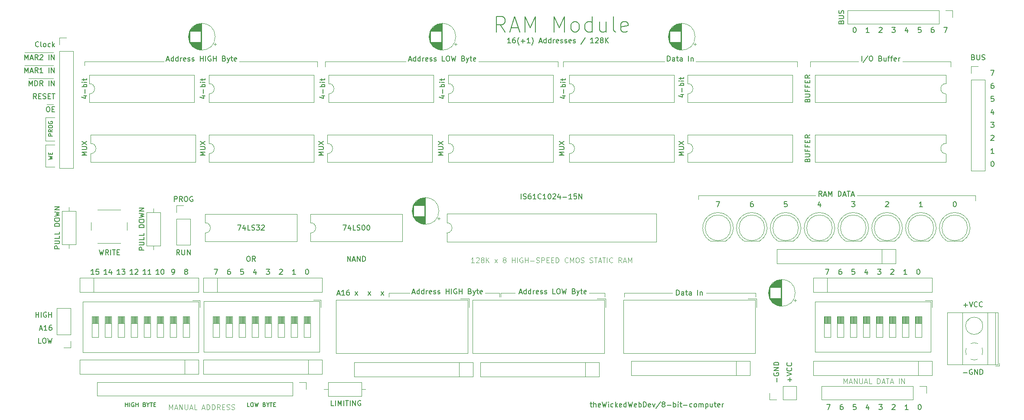
<source format=gbr>
%TF.GenerationSoftware,KiCad,Pcbnew,(5.1.9-0-10_14)*%
%TF.CreationDate,2021-06-17T15:33:31-04:00*%
%TF.ProjectId,ram-combined,72616d2d-636f-46d6-9269-6e65642e6b69,rev?*%
%TF.SameCoordinates,Original*%
%TF.FileFunction,Legend,Top*%
%TF.FilePolarity,Positive*%
%FSLAX46Y46*%
G04 Gerber Fmt 4.6, Leading zero omitted, Abs format (unit mm)*
G04 Created by KiCad (PCBNEW (5.1.9-0-10_14)) date 2021-06-17 15:33:31*
%MOMM*%
%LPD*%
G01*
G04 APERTURE LIST*
%ADD10C,0.150000*%
%ADD11C,0.120000*%
%ADD12C,0.100000*%
G04 APERTURE END LIST*
D10*
X240268095Y-36282380D02*
X239791904Y-36282380D01*
X239744285Y-36758571D01*
X239791904Y-36710952D01*
X239887142Y-36663333D01*
X240125238Y-36663333D01*
X240220476Y-36710952D01*
X240268095Y-36758571D01*
X240315714Y-36853809D01*
X240315714Y-37091904D01*
X240268095Y-37187142D01*
X240220476Y-37234761D01*
X240125238Y-37282380D01*
X239887142Y-37282380D01*
X239791904Y-37234761D01*
X239744285Y-37187142D01*
X227282380Y-36282380D02*
X227377619Y-36282380D01*
X227472857Y-36330000D01*
X227520476Y-36377619D01*
X227568095Y-36472857D01*
X227615714Y-36663333D01*
X227615714Y-36901428D01*
X227568095Y-37091904D01*
X227520476Y-37187142D01*
X227472857Y-37234761D01*
X227377619Y-37282380D01*
X227282380Y-37282380D01*
X227187142Y-37234761D01*
X227139523Y-37187142D01*
X227091904Y-37091904D01*
X227044285Y-36901428D01*
X227044285Y-36663333D01*
X227091904Y-36472857D01*
X227139523Y-36377619D01*
X227187142Y-36330000D01*
X227282380Y-36282380D01*
X232124285Y-36377619D02*
X232171904Y-36330000D01*
X232267142Y-36282380D01*
X232505238Y-36282380D01*
X232600476Y-36330000D01*
X232648095Y-36377619D01*
X232695714Y-36472857D01*
X232695714Y-36568095D01*
X232648095Y-36710952D01*
X232076666Y-37282380D01*
X232695714Y-37282380D01*
X230155714Y-37282380D02*
X229584285Y-37282380D01*
X229870000Y-37282380D02*
X229870000Y-36282380D01*
X229774761Y-36425238D01*
X229679523Y-36520476D01*
X229584285Y-36568095D01*
X237680476Y-36615714D02*
X237680476Y-37282380D01*
X237442380Y-36234761D02*
X237204285Y-36949047D01*
X237823333Y-36949047D01*
X244776666Y-36282380D02*
X245443333Y-36282380D01*
X245014761Y-37282380D01*
X234616666Y-36282380D02*
X235235714Y-36282380D01*
X234902380Y-36663333D01*
X235045238Y-36663333D01*
X235140476Y-36710952D01*
X235188095Y-36758571D01*
X235235714Y-36853809D01*
X235235714Y-37091904D01*
X235188095Y-37187142D01*
X235140476Y-37234761D01*
X235045238Y-37282380D01*
X234759523Y-37282380D01*
X234664285Y-37234761D01*
X234616666Y-37187142D01*
X242760476Y-36282380D02*
X242570000Y-36282380D01*
X242474761Y-36330000D01*
X242427142Y-36377619D01*
X242331904Y-36520476D01*
X242284285Y-36710952D01*
X242284285Y-37091904D01*
X242331904Y-37187142D01*
X242379523Y-37234761D01*
X242474761Y-37282380D01*
X242665238Y-37282380D01*
X242760476Y-37234761D01*
X242808095Y-37187142D01*
X242855714Y-37091904D01*
X242855714Y-36853809D01*
X242808095Y-36758571D01*
X242760476Y-36710952D01*
X242665238Y-36663333D01*
X242474761Y-36663333D01*
X242379523Y-36710952D01*
X242331904Y-36758571D01*
X242284285Y-36853809D01*
X224718571Y-35218571D02*
X224766190Y-35075714D01*
X224813809Y-35028095D01*
X224909047Y-34980476D01*
X225051904Y-34980476D01*
X225147142Y-35028095D01*
X225194761Y-35075714D01*
X225242380Y-35170952D01*
X225242380Y-35551904D01*
X224242380Y-35551904D01*
X224242380Y-35218571D01*
X224290000Y-35123333D01*
X224337619Y-35075714D01*
X224432857Y-35028095D01*
X224528095Y-35028095D01*
X224623333Y-35075714D01*
X224670952Y-35123333D01*
X224718571Y-35218571D01*
X224718571Y-35551904D01*
X224242380Y-34551904D02*
X225051904Y-34551904D01*
X225147142Y-34504285D01*
X225194761Y-34456666D01*
X225242380Y-34361428D01*
X225242380Y-34170952D01*
X225194761Y-34075714D01*
X225147142Y-34028095D01*
X225051904Y-33980476D01*
X224242380Y-33980476D01*
X225194761Y-33551904D02*
X225242380Y-33409047D01*
X225242380Y-33170952D01*
X225194761Y-33075714D01*
X225147142Y-33028095D01*
X225051904Y-32980476D01*
X224956666Y-32980476D01*
X224861428Y-33028095D01*
X224813809Y-33075714D01*
X224766190Y-33170952D01*
X224718571Y-33361428D01*
X224670952Y-33456666D01*
X224623333Y-33504285D01*
X224528095Y-33551904D01*
X224432857Y-33551904D01*
X224337619Y-33504285D01*
X224290000Y-33456666D01*
X224242380Y-33361428D01*
X224242380Y-33123333D01*
X224290000Y-32980476D01*
X109163142Y-110343904D02*
X108782190Y-110343904D01*
X108782190Y-109543904D01*
X109582190Y-109543904D02*
X109734571Y-109543904D01*
X109810761Y-109582000D01*
X109886952Y-109658190D01*
X109925047Y-109810571D01*
X109925047Y-110077238D01*
X109886952Y-110229619D01*
X109810761Y-110305809D01*
X109734571Y-110343904D01*
X109582190Y-110343904D01*
X109506000Y-110305809D01*
X109429809Y-110229619D01*
X109391714Y-110077238D01*
X109391714Y-109810571D01*
X109429809Y-109658190D01*
X109506000Y-109582000D01*
X109582190Y-109543904D01*
X110191714Y-109543904D02*
X110382190Y-110343904D01*
X110534571Y-109772476D01*
X110686952Y-110343904D01*
X110877428Y-109543904D01*
X112058380Y-109924857D02*
X112172666Y-109962952D01*
X112210761Y-110001047D01*
X112248857Y-110077238D01*
X112248857Y-110191523D01*
X112210761Y-110267714D01*
X112172666Y-110305809D01*
X112096476Y-110343904D01*
X111791714Y-110343904D01*
X111791714Y-109543904D01*
X112058380Y-109543904D01*
X112134571Y-109582000D01*
X112172666Y-109620095D01*
X112210761Y-109696285D01*
X112210761Y-109772476D01*
X112172666Y-109848666D01*
X112134571Y-109886761D01*
X112058380Y-109924857D01*
X111791714Y-109924857D01*
X112744095Y-109962952D02*
X112744095Y-110343904D01*
X112477428Y-109543904D02*
X112744095Y-109962952D01*
X113010761Y-109543904D01*
X113163142Y-109543904D02*
X113620285Y-109543904D01*
X113391714Y-110343904D02*
X113391714Y-109543904D01*
X113886952Y-109924857D02*
X114153619Y-109924857D01*
X114267904Y-110343904D02*
X113886952Y-110343904D01*
X113886952Y-109543904D01*
X114267904Y-109543904D01*
X84931619Y-110343904D02*
X84931619Y-109543904D01*
X84931619Y-109924857D02*
X85388761Y-109924857D01*
X85388761Y-110343904D02*
X85388761Y-109543904D01*
X85769714Y-110343904D02*
X85769714Y-109543904D01*
X86569714Y-109582000D02*
X86493523Y-109543904D01*
X86379238Y-109543904D01*
X86264952Y-109582000D01*
X86188761Y-109658190D01*
X86150666Y-109734380D01*
X86112571Y-109886761D01*
X86112571Y-110001047D01*
X86150666Y-110153428D01*
X86188761Y-110229619D01*
X86264952Y-110305809D01*
X86379238Y-110343904D01*
X86455428Y-110343904D01*
X86569714Y-110305809D01*
X86607809Y-110267714D01*
X86607809Y-110001047D01*
X86455428Y-110001047D01*
X86950666Y-110343904D02*
X86950666Y-109543904D01*
X86950666Y-109924857D02*
X87407809Y-109924857D01*
X87407809Y-110343904D02*
X87407809Y-109543904D01*
X88664952Y-109924857D02*
X88779238Y-109962952D01*
X88817333Y-110001047D01*
X88855428Y-110077238D01*
X88855428Y-110191523D01*
X88817333Y-110267714D01*
X88779238Y-110305809D01*
X88703047Y-110343904D01*
X88398285Y-110343904D01*
X88398285Y-109543904D01*
X88664952Y-109543904D01*
X88741142Y-109582000D01*
X88779238Y-109620095D01*
X88817333Y-109696285D01*
X88817333Y-109772476D01*
X88779238Y-109848666D01*
X88741142Y-109886761D01*
X88664952Y-109924857D01*
X88398285Y-109924857D01*
X89350666Y-109962952D02*
X89350666Y-110343904D01*
X89084000Y-109543904D02*
X89350666Y-109962952D01*
X89617333Y-109543904D01*
X89769714Y-109543904D02*
X90226857Y-109543904D01*
X89998285Y-110343904D02*
X89998285Y-109543904D01*
X90493523Y-109924857D02*
X90760190Y-109924857D01*
X90874476Y-110343904D02*
X90493523Y-110343904D01*
X90493523Y-109543904D01*
X90874476Y-109543904D01*
D11*
X69596000Y-51308000D02*
X70866000Y-51308000D01*
X66040000Y-46228000D02*
X70866000Y-46228000D01*
X65278000Y-43688000D02*
X70866000Y-43688000D01*
X65278000Y-41148000D02*
X70866000Y-41148000D01*
X208026000Y-88138000D02*
X208026000Y-88900000D01*
X198374000Y-88138000D02*
X208026000Y-88138000D01*
X182372000Y-88138000D02*
X182372000Y-88900000D01*
X191770000Y-88138000D02*
X182372000Y-88138000D01*
X178562000Y-88138000D02*
X178562000Y-88900000D01*
X175514000Y-88138000D02*
X178562000Y-88138000D01*
D10*
X134866095Y-88590380D02*
X135389904Y-87923714D01*
X134866095Y-87923714D02*
X135389904Y-88590380D01*
X132326095Y-88590380D02*
X132849904Y-87923714D01*
X132326095Y-87923714D02*
X132849904Y-88590380D01*
X129786095Y-88590380D02*
X130309904Y-87923714D01*
X129786095Y-87923714D02*
X130309904Y-88590380D01*
X126317523Y-88304666D02*
X126793714Y-88304666D01*
X126222285Y-88590380D02*
X126555619Y-87590380D01*
X126888952Y-88590380D01*
X127746095Y-88590380D02*
X127174666Y-88590380D01*
X127460380Y-88590380D02*
X127460380Y-87590380D01*
X127365142Y-87733238D01*
X127269904Y-87828476D01*
X127174666Y-87876095D01*
X128603238Y-87590380D02*
X128412761Y-87590380D01*
X128317523Y-87638000D01*
X128269904Y-87685619D01*
X128174666Y-87828476D01*
X128127047Y-88018952D01*
X128127047Y-88399904D01*
X128174666Y-88495142D01*
X128222285Y-88542761D01*
X128317523Y-88590380D01*
X128508000Y-88590380D01*
X128603238Y-88542761D01*
X128650857Y-88495142D01*
X128698476Y-88399904D01*
X128698476Y-88161809D01*
X128650857Y-88066571D01*
X128603238Y-88018952D01*
X128508000Y-87971333D01*
X128317523Y-87971333D01*
X128222285Y-88018952D01*
X128174666Y-88066571D01*
X128127047Y-88161809D01*
D11*
X136398000Y-88138000D02*
X136398000Y-88900000D01*
X140462000Y-88138000D02*
X136398000Y-88138000D01*
X157988000Y-88138000D02*
X155194000Y-88138000D01*
X157988000Y-88392000D02*
X157988000Y-88138000D01*
X157988000Y-88900000D02*
X157988000Y-88392000D01*
X158242000Y-88138000D02*
X158242000Y-88900000D01*
X161036000Y-88138000D02*
X158242000Y-88138000D01*
D10*
X192548190Y-88590380D02*
X192548190Y-87590380D01*
X192786285Y-87590380D01*
X192929142Y-87638000D01*
X193024380Y-87733238D01*
X193072000Y-87828476D01*
X193119619Y-88018952D01*
X193119619Y-88161809D01*
X193072000Y-88352285D01*
X193024380Y-88447523D01*
X192929142Y-88542761D01*
X192786285Y-88590380D01*
X192548190Y-88590380D01*
X193976761Y-88590380D02*
X193976761Y-88066571D01*
X193929142Y-87971333D01*
X193833904Y-87923714D01*
X193643428Y-87923714D01*
X193548190Y-87971333D01*
X193976761Y-88542761D02*
X193881523Y-88590380D01*
X193643428Y-88590380D01*
X193548190Y-88542761D01*
X193500571Y-88447523D01*
X193500571Y-88352285D01*
X193548190Y-88257047D01*
X193643428Y-88209428D01*
X193881523Y-88209428D01*
X193976761Y-88161809D01*
X194310095Y-87923714D02*
X194691047Y-87923714D01*
X194452952Y-87590380D02*
X194452952Y-88447523D01*
X194500571Y-88542761D01*
X194595809Y-88590380D01*
X194691047Y-88590380D01*
X195452952Y-88590380D02*
X195452952Y-88066571D01*
X195405333Y-87971333D01*
X195310095Y-87923714D01*
X195119619Y-87923714D01*
X195024380Y-87971333D01*
X195452952Y-88542761D02*
X195357714Y-88590380D01*
X195119619Y-88590380D01*
X195024380Y-88542761D01*
X194976761Y-88447523D01*
X194976761Y-88352285D01*
X195024380Y-88257047D01*
X195119619Y-88209428D01*
X195357714Y-88209428D01*
X195452952Y-88161809D01*
X196691047Y-88590380D02*
X196691047Y-87590380D01*
X197167238Y-87923714D02*
X197167238Y-88590380D01*
X197167238Y-88018952D02*
X197214857Y-87971333D01*
X197310095Y-87923714D01*
X197452952Y-87923714D01*
X197548190Y-87971333D01*
X197595809Y-88066571D01*
X197595809Y-88590380D01*
X161854380Y-88050666D02*
X162330571Y-88050666D01*
X161759142Y-88336380D02*
X162092476Y-87336380D01*
X162425809Y-88336380D01*
X163187714Y-88336380D02*
X163187714Y-87336380D01*
X163187714Y-88288761D02*
X163092476Y-88336380D01*
X162902000Y-88336380D01*
X162806761Y-88288761D01*
X162759142Y-88241142D01*
X162711523Y-88145904D01*
X162711523Y-87860190D01*
X162759142Y-87764952D01*
X162806761Y-87717333D01*
X162902000Y-87669714D01*
X163092476Y-87669714D01*
X163187714Y-87717333D01*
X164092476Y-88336380D02*
X164092476Y-87336380D01*
X164092476Y-88288761D02*
X163997238Y-88336380D01*
X163806761Y-88336380D01*
X163711523Y-88288761D01*
X163663904Y-88241142D01*
X163616285Y-88145904D01*
X163616285Y-87860190D01*
X163663904Y-87764952D01*
X163711523Y-87717333D01*
X163806761Y-87669714D01*
X163997238Y-87669714D01*
X164092476Y-87717333D01*
X164568666Y-88336380D02*
X164568666Y-87669714D01*
X164568666Y-87860190D02*
X164616285Y-87764952D01*
X164663904Y-87717333D01*
X164759142Y-87669714D01*
X164854380Y-87669714D01*
X165568666Y-88288761D02*
X165473428Y-88336380D01*
X165282952Y-88336380D01*
X165187714Y-88288761D01*
X165140095Y-88193523D01*
X165140095Y-87812571D01*
X165187714Y-87717333D01*
X165282952Y-87669714D01*
X165473428Y-87669714D01*
X165568666Y-87717333D01*
X165616285Y-87812571D01*
X165616285Y-87907809D01*
X165140095Y-88003047D01*
X165997238Y-88288761D02*
X166092476Y-88336380D01*
X166282952Y-88336380D01*
X166378190Y-88288761D01*
X166425809Y-88193523D01*
X166425809Y-88145904D01*
X166378190Y-88050666D01*
X166282952Y-88003047D01*
X166140095Y-88003047D01*
X166044857Y-87955428D01*
X165997238Y-87860190D01*
X165997238Y-87812571D01*
X166044857Y-87717333D01*
X166140095Y-87669714D01*
X166282952Y-87669714D01*
X166378190Y-87717333D01*
X166806761Y-88288761D02*
X166902000Y-88336380D01*
X167092476Y-88336380D01*
X167187714Y-88288761D01*
X167235333Y-88193523D01*
X167235333Y-88145904D01*
X167187714Y-88050666D01*
X167092476Y-88003047D01*
X166949619Y-88003047D01*
X166854380Y-87955428D01*
X166806761Y-87860190D01*
X166806761Y-87812571D01*
X166854380Y-87717333D01*
X166949619Y-87669714D01*
X167092476Y-87669714D01*
X167187714Y-87717333D01*
X168902000Y-88336380D02*
X168425809Y-88336380D01*
X168425809Y-87336380D01*
X169425809Y-87336380D02*
X169616285Y-87336380D01*
X169711523Y-87384000D01*
X169806761Y-87479238D01*
X169854380Y-87669714D01*
X169854380Y-88003047D01*
X169806761Y-88193523D01*
X169711523Y-88288761D01*
X169616285Y-88336380D01*
X169425809Y-88336380D01*
X169330571Y-88288761D01*
X169235333Y-88193523D01*
X169187714Y-88003047D01*
X169187714Y-87669714D01*
X169235333Y-87479238D01*
X169330571Y-87384000D01*
X169425809Y-87336380D01*
X170187714Y-87336380D02*
X170425809Y-88336380D01*
X170616285Y-87622095D01*
X170806761Y-88336380D01*
X171044857Y-87336380D01*
X172521047Y-87812571D02*
X172663904Y-87860190D01*
X172711523Y-87907809D01*
X172759142Y-88003047D01*
X172759142Y-88145904D01*
X172711523Y-88241142D01*
X172663904Y-88288761D01*
X172568666Y-88336380D01*
X172187714Y-88336380D01*
X172187714Y-87336380D01*
X172521047Y-87336380D01*
X172616285Y-87384000D01*
X172663904Y-87431619D01*
X172711523Y-87526857D01*
X172711523Y-87622095D01*
X172663904Y-87717333D01*
X172616285Y-87764952D01*
X172521047Y-87812571D01*
X172187714Y-87812571D01*
X173092476Y-87669714D02*
X173330571Y-88336380D01*
X173568666Y-87669714D02*
X173330571Y-88336380D01*
X173235333Y-88574476D01*
X173187714Y-88622095D01*
X173092476Y-88669714D01*
X173806761Y-87669714D02*
X174187714Y-87669714D01*
X173949619Y-87336380D02*
X173949619Y-88193523D01*
X173997238Y-88288761D01*
X174092476Y-88336380D01*
X174187714Y-88336380D01*
X174902000Y-88288761D02*
X174806761Y-88336380D01*
X174616285Y-88336380D01*
X174521047Y-88288761D01*
X174473428Y-88193523D01*
X174473428Y-87812571D01*
X174521047Y-87717333D01*
X174616285Y-87669714D01*
X174806761Y-87669714D01*
X174902000Y-87717333D01*
X174949619Y-87812571D01*
X174949619Y-87907809D01*
X174473428Y-88003047D01*
X140994666Y-88050666D02*
X141470857Y-88050666D01*
X140899428Y-88336380D02*
X141232761Y-87336380D01*
X141566095Y-88336380D01*
X142328000Y-88336380D02*
X142328000Y-87336380D01*
X142328000Y-88288761D02*
X142232761Y-88336380D01*
X142042285Y-88336380D01*
X141947047Y-88288761D01*
X141899428Y-88241142D01*
X141851809Y-88145904D01*
X141851809Y-87860190D01*
X141899428Y-87764952D01*
X141947047Y-87717333D01*
X142042285Y-87669714D01*
X142232761Y-87669714D01*
X142328000Y-87717333D01*
X143232761Y-88336380D02*
X143232761Y-87336380D01*
X143232761Y-88288761D02*
X143137523Y-88336380D01*
X142947047Y-88336380D01*
X142851809Y-88288761D01*
X142804190Y-88241142D01*
X142756571Y-88145904D01*
X142756571Y-87860190D01*
X142804190Y-87764952D01*
X142851809Y-87717333D01*
X142947047Y-87669714D01*
X143137523Y-87669714D01*
X143232761Y-87717333D01*
X143708952Y-88336380D02*
X143708952Y-87669714D01*
X143708952Y-87860190D02*
X143756571Y-87764952D01*
X143804190Y-87717333D01*
X143899428Y-87669714D01*
X143994666Y-87669714D01*
X144708952Y-88288761D02*
X144613714Y-88336380D01*
X144423238Y-88336380D01*
X144328000Y-88288761D01*
X144280380Y-88193523D01*
X144280380Y-87812571D01*
X144328000Y-87717333D01*
X144423238Y-87669714D01*
X144613714Y-87669714D01*
X144708952Y-87717333D01*
X144756571Y-87812571D01*
X144756571Y-87907809D01*
X144280380Y-88003047D01*
X145137523Y-88288761D02*
X145232761Y-88336380D01*
X145423238Y-88336380D01*
X145518476Y-88288761D01*
X145566095Y-88193523D01*
X145566095Y-88145904D01*
X145518476Y-88050666D01*
X145423238Y-88003047D01*
X145280380Y-88003047D01*
X145185142Y-87955428D01*
X145137523Y-87860190D01*
X145137523Y-87812571D01*
X145185142Y-87717333D01*
X145280380Y-87669714D01*
X145423238Y-87669714D01*
X145518476Y-87717333D01*
X145947047Y-88288761D02*
X146042285Y-88336380D01*
X146232761Y-88336380D01*
X146328000Y-88288761D01*
X146375619Y-88193523D01*
X146375619Y-88145904D01*
X146328000Y-88050666D01*
X146232761Y-88003047D01*
X146089904Y-88003047D01*
X145994666Y-87955428D01*
X145947047Y-87860190D01*
X145947047Y-87812571D01*
X145994666Y-87717333D01*
X146089904Y-87669714D01*
X146232761Y-87669714D01*
X146328000Y-87717333D01*
X147566095Y-88336380D02*
X147566095Y-87336380D01*
X147566095Y-87812571D02*
X148137523Y-87812571D01*
X148137523Y-88336380D02*
X148137523Y-87336380D01*
X148613714Y-88336380D02*
X148613714Y-87336380D01*
X149613714Y-87384000D02*
X149518476Y-87336380D01*
X149375619Y-87336380D01*
X149232761Y-87384000D01*
X149137523Y-87479238D01*
X149089904Y-87574476D01*
X149042285Y-87764952D01*
X149042285Y-87907809D01*
X149089904Y-88098285D01*
X149137523Y-88193523D01*
X149232761Y-88288761D01*
X149375619Y-88336380D01*
X149470857Y-88336380D01*
X149613714Y-88288761D01*
X149661333Y-88241142D01*
X149661333Y-87907809D01*
X149470857Y-87907809D01*
X150089904Y-88336380D02*
X150089904Y-87336380D01*
X150089904Y-87812571D02*
X150661333Y-87812571D01*
X150661333Y-88336380D02*
X150661333Y-87336380D01*
X152232761Y-87812571D02*
X152375619Y-87860190D01*
X152423238Y-87907809D01*
X152470857Y-88003047D01*
X152470857Y-88145904D01*
X152423238Y-88241142D01*
X152375619Y-88288761D01*
X152280380Y-88336380D01*
X151899428Y-88336380D01*
X151899428Y-87336380D01*
X152232761Y-87336380D01*
X152328000Y-87384000D01*
X152375619Y-87431619D01*
X152423238Y-87526857D01*
X152423238Y-87622095D01*
X152375619Y-87717333D01*
X152328000Y-87764952D01*
X152232761Y-87812571D01*
X151899428Y-87812571D01*
X152804190Y-87669714D02*
X153042285Y-88336380D01*
X153280380Y-87669714D02*
X153042285Y-88336380D01*
X152947047Y-88574476D01*
X152899428Y-88622095D01*
X152804190Y-88669714D01*
X153518476Y-87669714D02*
X153899428Y-87669714D01*
X153661333Y-87336380D02*
X153661333Y-88193523D01*
X153708952Y-88288761D01*
X153804190Y-88336380D01*
X153899428Y-88336380D01*
X154613714Y-88288761D02*
X154518476Y-88336380D01*
X154328000Y-88336380D01*
X154232761Y-88288761D01*
X154185142Y-88193523D01*
X154185142Y-87812571D01*
X154232761Y-87717333D01*
X154328000Y-87669714D01*
X154518476Y-87669714D01*
X154613714Y-87717333D01*
X154661333Y-87812571D01*
X154661333Y-87907809D01*
X154185142Y-88003047D01*
X125635047Y-110180380D02*
X125158857Y-110180380D01*
X125158857Y-109180380D01*
X125968380Y-110180380D02*
X125968380Y-109180380D01*
X126444571Y-110180380D02*
X126444571Y-109180380D01*
X126777904Y-109894666D01*
X127111238Y-109180380D01*
X127111238Y-110180380D01*
X127587428Y-110180380D02*
X127587428Y-109180380D01*
X127920761Y-109180380D02*
X128492190Y-109180380D01*
X128206476Y-110180380D02*
X128206476Y-109180380D01*
X128825523Y-110180380D02*
X128825523Y-109180380D01*
X129301714Y-110180380D02*
X129301714Y-109180380D01*
X129873142Y-110180380D01*
X129873142Y-109180380D01*
X130873142Y-109228000D02*
X130777904Y-109180380D01*
X130635047Y-109180380D01*
X130492190Y-109228000D01*
X130396952Y-109323238D01*
X130349333Y-109418476D01*
X130301714Y-109608952D01*
X130301714Y-109751809D01*
X130349333Y-109942285D01*
X130396952Y-110037523D01*
X130492190Y-110132761D01*
X130635047Y-110180380D01*
X130730285Y-110180380D01*
X130873142Y-110132761D01*
X130920761Y-110085142D01*
X130920761Y-109751809D01*
X130730285Y-109751809D01*
D11*
X250952000Y-69088000D02*
X250952000Y-70104000D01*
X227838000Y-69088000D02*
X250952000Y-69088000D01*
X196850000Y-69088000D02*
X196850000Y-69850000D01*
X219710000Y-69088000D02*
X196850000Y-69088000D01*
D10*
X220964476Y-69286380D02*
X220631142Y-68810190D01*
X220393047Y-69286380D02*
X220393047Y-68286380D01*
X220774000Y-68286380D01*
X220869238Y-68334000D01*
X220916857Y-68381619D01*
X220964476Y-68476857D01*
X220964476Y-68619714D01*
X220916857Y-68714952D01*
X220869238Y-68762571D01*
X220774000Y-68810190D01*
X220393047Y-68810190D01*
X221345428Y-69000666D02*
X221821619Y-69000666D01*
X221250190Y-69286380D02*
X221583523Y-68286380D01*
X221916857Y-69286380D01*
X222250190Y-69286380D02*
X222250190Y-68286380D01*
X222583523Y-69000666D01*
X222916857Y-68286380D01*
X222916857Y-69286380D01*
X224154952Y-69286380D02*
X224154952Y-68286380D01*
X224393047Y-68286380D01*
X224535904Y-68334000D01*
X224631142Y-68429238D01*
X224678761Y-68524476D01*
X224726380Y-68714952D01*
X224726380Y-68857809D01*
X224678761Y-69048285D01*
X224631142Y-69143523D01*
X224535904Y-69238761D01*
X224393047Y-69286380D01*
X224154952Y-69286380D01*
X225107333Y-69000666D02*
X225583523Y-69000666D01*
X225012095Y-69286380D02*
X225345428Y-68286380D01*
X225678761Y-69286380D01*
X225869238Y-68286380D02*
X226440666Y-68286380D01*
X226154952Y-69286380D02*
X226154952Y-68286380D01*
X226726380Y-69000666D02*
X227202571Y-69000666D01*
X226631142Y-69286380D02*
X226964476Y-68286380D01*
X227297809Y-69286380D01*
X200326666Y-70318380D02*
X200993333Y-70318380D01*
X200564761Y-71318380D01*
X207454476Y-70318380D02*
X207264000Y-70318380D01*
X207168761Y-70366000D01*
X207121142Y-70413619D01*
X207025904Y-70556476D01*
X206978285Y-70746952D01*
X206978285Y-71127904D01*
X207025904Y-71223142D01*
X207073523Y-71270761D01*
X207168761Y-71318380D01*
X207359238Y-71318380D01*
X207454476Y-71270761D01*
X207502095Y-71223142D01*
X207549714Y-71127904D01*
X207549714Y-70889809D01*
X207502095Y-70794571D01*
X207454476Y-70746952D01*
X207359238Y-70699333D01*
X207168761Y-70699333D01*
X207073523Y-70746952D01*
X207025904Y-70794571D01*
X206978285Y-70889809D01*
X214106095Y-70318380D02*
X213629904Y-70318380D01*
X213582285Y-70794571D01*
X213629904Y-70746952D01*
X213725142Y-70699333D01*
X213963238Y-70699333D01*
X214058476Y-70746952D01*
X214106095Y-70794571D01*
X214153714Y-70889809D01*
X214153714Y-71127904D01*
X214106095Y-71223142D01*
X214058476Y-71270761D01*
X213963238Y-71318380D01*
X213725142Y-71318380D01*
X213629904Y-71270761D01*
X213582285Y-71223142D01*
X220662476Y-70651714D02*
X220662476Y-71318380D01*
X220424380Y-70270761D02*
X220186285Y-70985047D01*
X220805333Y-70985047D01*
X226742666Y-70318380D02*
X227361714Y-70318380D01*
X227028380Y-70699333D01*
X227171238Y-70699333D01*
X227266476Y-70746952D01*
X227314095Y-70794571D01*
X227361714Y-70889809D01*
X227361714Y-71127904D01*
X227314095Y-71223142D01*
X227266476Y-71270761D01*
X227171238Y-71318380D01*
X226885523Y-71318380D01*
X226790285Y-71270761D01*
X226742666Y-71223142D01*
X233394285Y-70413619D02*
X233441904Y-70366000D01*
X233537142Y-70318380D01*
X233775238Y-70318380D01*
X233870476Y-70366000D01*
X233918095Y-70413619D01*
X233965714Y-70508857D01*
X233965714Y-70604095D01*
X233918095Y-70746952D01*
X233346666Y-71318380D01*
X233965714Y-71318380D01*
X240569714Y-71318380D02*
X239998285Y-71318380D01*
X240284000Y-71318380D02*
X240284000Y-70318380D01*
X240188761Y-70461238D01*
X240093523Y-70556476D01*
X239998285Y-70604095D01*
X246840380Y-70318380D02*
X246935619Y-70318380D01*
X247030857Y-70366000D01*
X247078476Y-70413619D01*
X247126095Y-70508857D01*
X247173714Y-70699333D01*
X247173714Y-70937428D01*
X247126095Y-71127904D01*
X247078476Y-71223142D01*
X247030857Y-71270761D01*
X246935619Y-71318380D01*
X246840380Y-71318380D01*
X246745142Y-71270761D01*
X246697523Y-71223142D01*
X246649904Y-71127904D01*
X246602285Y-70937428D01*
X246602285Y-70699333D01*
X246649904Y-70508857D01*
X246697523Y-70413619D01*
X246745142Y-70366000D01*
X246840380Y-70318380D01*
D11*
X246126000Y-42926000D02*
X246126000Y-43942000D01*
X236728000Y-42926000D02*
X246126000Y-42926000D01*
X218694000Y-42926000D02*
X228092000Y-42926000D01*
X218694000Y-43942000D02*
X218694000Y-42926000D01*
D10*
X228719523Y-42870380D02*
X228719523Y-41870380D01*
X229910000Y-41822761D02*
X229052857Y-43108476D01*
X230433809Y-41870380D02*
X230624285Y-41870380D01*
X230719523Y-41918000D01*
X230814761Y-42013238D01*
X230862380Y-42203714D01*
X230862380Y-42537047D01*
X230814761Y-42727523D01*
X230719523Y-42822761D01*
X230624285Y-42870380D01*
X230433809Y-42870380D01*
X230338571Y-42822761D01*
X230243333Y-42727523D01*
X230195714Y-42537047D01*
X230195714Y-42203714D01*
X230243333Y-42013238D01*
X230338571Y-41918000D01*
X230433809Y-41870380D01*
X232386190Y-42346571D02*
X232529047Y-42394190D01*
X232576666Y-42441809D01*
X232624285Y-42537047D01*
X232624285Y-42679904D01*
X232576666Y-42775142D01*
X232529047Y-42822761D01*
X232433809Y-42870380D01*
X232052857Y-42870380D01*
X232052857Y-41870380D01*
X232386190Y-41870380D01*
X232481428Y-41918000D01*
X232529047Y-41965619D01*
X232576666Y-42060857D01*
X232576666Y-42156095D01*
X232529047Y-42251333D01*
X232481428Y-42298952D01*
X232386190Y-42346571D01*
X232052857Y-42346571D01*
X233481428Y-42203714D02*
X233481428Y-42870380D01*
X233052857Y-42203714D02*
X233052857Y-42727523D01*
X233100476Y-42822761D01*
X233195714Y-42870380D01*
X233338571Y-42870380D01*
X233433809Y-42822761D01*
X233481428Y-42775142D01*
X233814761Y-42203714D02*
X234195714Y-42203714D01*
X233957619Y-42870380D02*
X233957619Y-42013238D01*
X234005238Y-41918000D01*
X234100476Y-41870380D01*
X234195714Y-41870380D01*
X234386190Y-42203714D02*
X234767142Y-42203714D01*
X234529047Y-42870380D02*
X234529047Y-42013238D01*
X234576666Y-41918000D01*
X234671904Y-41870380D01*
X234767142Y-41870380D01*
X235481428Y-42822761D02*
X235386190Y-42870380D01*
X235195714Y-42870380D01*
X235100476Y-42822761D01*
X235052857Y-42727523D01*
X235052857Y-42346571D01*
X235100476Y-42251333D01*
X235195714Y-42203714D01*
X235386190Y-42203714D01*
X235481428Y-42251333D01*
X235529047Y-42346571D01*
X235529047Y-42441809D01*
X235052857Y-42537047D01*
X235957619Y-42870380D02*
X235957619Y-42203714D01*
X235957619Y-42394190D02*
X236005238Y-42298952D01*
X236052857Y-42251333D01*
X236148095Y-42203714D01*
X236243333Y-42203714D01*
D11*
X122428000Y-42926000D02*
X107188000Y-42926000D01*
X76962000Y-42926000D02*
X92456000Y-42926000D01*
X139700000Y-42926000D02*
X123952000Y-42926000D01*
X169418000Y-42926000D02*
X153924000Y-42926000D01*
X216154000Y-42926000D02*
X216154000Y-43942000D01*
X196342000Y-42926000D02*
X216154000Y-42926000D01*
X170434000Y-42926000D02*
X170434000Y-43942000D01*
X170434000Y-42926000D02*
X190246000Y-42926000D01*
D10*
X190770190Y-42870380D02*
X190770190Y-41870380D01*
X191008285Y-41870380D01*
X191151142Y-41918000D01*
X191246380Y-42013238D01*
X191294000Y-42108476D01*
X191341619Y-42298952D01*
X191341619Y-42441809D01*
X191294000Y-42632285D01*
X191246380Y-42727523D01*
X191151142Y-42822761D01*
X191008285Y-42870380D01*
X190770190Y-42870380D01*
X192198761Y-42870380D02*
X192198761Y-42346571D01*
X192151142Y-42251333D01*
X192055904Y-42203714D01*
X191865428Y-42203714D01*
X191770190Y-42251333D01*
X192198761Y-42822761D02*
X192103523Y-42870380D01*
X191865428Y-42870380D01*
X191770190Y-42822761D01*
X191722571Y-42727523D01*
X191722571Y-42632285D01*
X191770190Y-42537047D01*
X191865428Y-42489428D01*
X192103523Y-42489428D01*
X192198761Y-42441809D01*
X192532095Y-42203714D02*
X192913047Y-42203714D01*
X192674952Y-41870380D02*
X192674952Y-42727523D01*
X192722571Y-42822761D01*
X192817809Y-42870380D01*
X192913047Y-42870380D01*
X193674952Y-42870380D02*
X193674952Y-42346571D01*
X193627333Y-42251333D01*
X193532095Y-42203714D01*
X193341619Y-42203714D01*
X193246380Y-42251333D01*
X193674952Y-42822761D02*
X193579714Y-42870380D01*
X193341619Y-42870380D01*
X193246380Y-42822761D01*
X193198761Y-42727523D01*
X193198761Y-42632285D01*
X193246380Y-42537047D01*
X193341619Y-42489428D01*
X193579714Y-42489428D01*
X193674952Y-42441809D01*
X194913047Y-42870380D02*
X194913047Y-41870380D01*
X195389238Y-42203714D02*
X195389238Y-42870380D01*
X195389238Y-42298952D02*
X195436857Y-42251333D01*
X195532095Y-42203714D01*
X195674952Y-42203714D01*
X195770190Y-42251333D01*
X195817809Y-42346571D01*
X195817809Y-42870380D01*
D11*
X169418000Y-43942000D02*
X169418000Y-42926000D01*
X123952000Y-42926000D02*
X123952000Y-43942000D01*
D10*
X140264380Y-42584666D02*
X140740571Y-42584666D01*
X140169142Y-42870380D02*
X140502476Y-41870380D01*
X140835809Y-42870380D01*
X141597714Y-42870380D02*
X141597714Y-41870380D01*
X141597714Y-42822761D02*
X141502476Y-42870380D01*
X141312000Y-42870380D01*
X141216761Y-42822761D01*
X141169142Y-42775142D01*
X141121523Y-42679904D01*
X141121523Y-42394190D01*
X141169142Y-42298952D01*
X141216761Y-42251333D01*
X141312000Y-42203714D01*
X141502476Y-42203714D01*
X141597714Y-42251333D01*
X142502476Y-42870380D02*
X142502476Y-41870380D01*
X142502476Y-42822761D02*
X142407238Y-42870380D01*
X142216761Y-42870380D01*
X142121523Y-42822761D01*
X142073904Y-42775142D01*
X142026285Y-42679904D01*
X142026285Y-42394190D01*
X142073904Y-42298952D01*
X142121523Y-42251333D01*
X142216761Y-42203714D01*
X142407238Y-42203714D01*
X142502476Y-42251333D01*
X142978666Y-42870380D02*
X142978666Y-42203714D01*
X142978666Y-42394190D02*
X143026285Y-42298952D01*
X143073904Y-42251333D01*
X143169142Y-42203714D01*
X143264380Y-42203714D01*
X143978666Y-42822761D02*
X143883428Y-42870380D01*
X143692952Y-42870380D01*
X143597714Y-42822761D01*
X143550095Y-42727523D01*
X143550095Y-42346571D01*
X143597714Y-42251333D01*
X143692952Y-42203714D01*
X143883428Y-42203714D01*
X143978666Y-42251333D01*
X144026285Y-42346571D01*
X144026285Y-42441809D01*
X143550095Y-42537047D01*
X144407238Y-42822761D02*
X144502476Y-42870380D01*
X144692952Y-42870380D01*
X144788190Y-42822761D01*
X144835809Y-42727523D01*
X144835809Y-42679904D01*
X144788190Y-42584666D01*
X144692952Y-42537047D01*
X144550095Y-42537047D01*
X144454857Y-42489428D01*
X144407238Y-42394190D01*
X144407238Y-42346571D01*
X144454857Y-42251333D01*
X144550095Y-42203714D01*
X144692952Y-42203714D01*
X144788190Y-42251333D01*
X145216761Y-42822761D02*
X145312000Y-42870380D01*
X145502476Y-42870380D01*
X145597714Y-42822761D01*
X145645333Y-42727523D01*
X145645333Y-42679904D01*
X145597714Y-42584666D01*
X145502476Y-42537047D01*
X145359619Y-42537047D01*
X145264380Y-42489428D01*
X145216761Y-42394190D01*
X145216761Y-42346571D01*
X145264380Y-42251333D01*
X145359619Y-42203714D01*
X145502476Y-42203714D01*
X145597714Y-42251333D01*
X147312000Y-42870380D02*
X146835809Y-42870380D01*
X146835809Y-41870380D01*
X147835809Y-41870380D02*
X148026285Y-41870380D01*
X148121523Y-41918000D01*
X148216761Y-42013238D01*
X148264380Y-42203714D01*
X148264380Y-42537047D01*
X148216761Y-42727523D01*
X148121523Y-42822761D01*
X148026285Y-42870380D01*
X147835809Y-42870380D01*
X147740571Y-42822761D01*
X147645333Y-42727523D01*
X147597714Y-42537047D01*
X147597714Y-42203714D01*
X147645333Y-42013238D01*
X147740571Y-41918000D01*
X147835809Y-41870380D01*
X148597714Y-41870380D02*
X148835809Y-42870380D01*
X149026285Y-42156095D01*
X149216761Y-42870380D01*
X149454857Y-41870380D01*
X150931047Y-42346571D02*
X151073904Y-42394190D01*
X151121523Y-42441809D01*
X151169142Y-42537047D01*
X151169142Y-42679904D01*
X151121523Y-42775142D01*
X151073904Y-42822761D01*
X150978666Y-42870380D01*
X150597714Y-42870380D01*
X150597714Y-41870380D01*
X150931047Y-41870380D01*
X151026285Y-41918000D01*
X151073904Y-41965619D01*
X151121523Y-42060857D01*
X151121523Y-42156095D01*
X151073904Y-42251333D01*
X151026285Y-42298952D01*
X150931047Y-42346571D01*
X150597714Y-42346571D01*
X151502476Y-42203714D02*
X151740571Y-42870380D01*
X151978666Y-42203714D02*
X151740571Y-42870380D01*
X151645333Y-43108476D01*
X151597714Y-43156095D01*
X151502476Y-43203714D01*
X152216761Y-42203714D02*
X152597714Y-42203714D01*
X152359619Y-41870380D02*
X152359619Y-42727523D01*
X152407238Y-42822761D01*
X152502476Y-42870380D01*
X152597714Y-42870380D01*
X153312000Y-42822761D02*
X153216761Y-42870380D01*
X153026285Y-42870380D01*
X152931047Y-42822761D01*
X152883428Y-42727523D01*
X152883428Y-42346571D01*
X152931047Y-42251333D01*
X153026285Y-42203714D01*
X153216761Y-42203714D01*
X153312000Y-42251333D01*
X153359619Y-42346571D01*
X153359619Y-42441809D01*
X152883428Y-42537047D01*
X92988666Y-42584666D02*
X93464857Y-42584666D01*
X92893428Y-42870380D02*
X93226761Y-41870380D01*
X93560095Y-42870380D01*
X94322000Y-42870380D02*
X94322000Y-41870380D01*
X94322000Y-42822761D02*
X94226761Y-42870380D01*
X94036285Y-42870380D01*
X93941047Y-42822761D01*
X93893428Y-42775142D01*
X93845809Y-42679904D01*
X93845809Y-42394190D01*
X93893428Y-42298952D01*
X93941047Y-42251333D01*
X94036285Y-42203714D01*
X94226761Y-42203714D01*
X94322000Y-42251333D01*
X95226761Y-42870380D02*
X95226761Y-41870380D01*
X95226761Y-42822761D02*
X95131523Y-42870380D01*
X94941047Y-42870380D01*
X94845809Y-42822761D01*
X94798190Y-42775142D01*
X94750571Y-42679904D01*
X94750571Y-42394190D01*
X94798190Y-42298952D01*
X94845809Y-42251333D01*
X94941047Y-42203714D01*
X95131523Y-42203714D01*
X95226761Y-42251333D01*
X95702952Y-42870380D02*
X95702952Y-42203714D01*
X95702952Y-42394190D02*
X95750571Y-42298952D01*
X95798190Y-42251333D01*
X95893428Y-42203714D01*
X95988666Y-42203714D01*
X96702952Y-42822761D02*
X96607714Y-42870380D01*
X96417238Y-42870380D01*
X96322000Y-42822761D01*
X96274380Y-42727523D01*
X96274380Y-42346571D01*
X96322000Y-42251333D01*
X96417238Y-42203714D01*
X96607714Y-42203714D01*
X96702952Y-42251333D01*
X96750571Y-42346571D01*
X96750571Y-42441809D01*
X96274380Y-42537047D01*
X97131523Y-42822761D02*
X97226761Y-42870380D01*
X97417238Y-42870380D01*
X97512476Y-42822761D01*
X97560095Y-42727523D01*
X97560095Y-42679904D01*
X97512476Y-42584666D01*
X97417238Y-42537047D01*
X97274380Y-42537047D01*
X97179142Y-42489428D01*
X97131523Y-42394190D01*
X97131523Y-42346571D01*
X97179142Y-42251333D01*
X97274380Y-42203714D01*
X97417238Y-42203714D01*
X97512476Y-42251333D01*
X97941047Y-42822761D02*
X98036285Y-42870380D01*
X98226761Y-42870380D01*
X98322000Y-42822761D01*
X98369619Y-42727523D01*
X98369619Y-42679904D01*
X98322000Y-42584666D01*
X98226761Y-42537047D01*
X98083904Y-42537047D01*
X97988666Y-42489428D01*
X97941047Y-42394190D01*
X97941047Y-42346571D01*
X97988666Y-42251333D01*
X98083904Y-42203714D01*
X98226761Y-42203714D01*
X98322000Y-42251333D01*
X99560095Y-42870380D02*
X99560095Y-41870380D01*
X99560095Y-42346571D02*
X100131523Y-42346571D01*
X100131523Y-42870380D02*
X100131523Y-41870380D01*
X100607714Y-42870380D02*
X100607714Y-41870380D01*
X101607714Y-41918000D02*
X101512476Y-41870380D01*
X101369619Y-41870380D01*
X101226761Y-41918000D01*
X101131523Y-42013238D01*
X101083904Y-42108476D01*
X101036285Y-42298952D01*
X101036285Y-42441809D01*
X101083904Y-42632285D01*
X101131523Y-42727523D01*
X101226761Y-42822761D01*
X101369619Y-42870380D01*
X101464857Y-42870380D01*
X101607714Y-42822761D01*
X101655333Y-42775142D01*
X101655333Y-42441809D01*
X101464857Y-42441809D01*
X102083904Y-42870380D02*
X102083904Y-41870380D01*
X102083904Y-42346571D02*
X102655333Y-42346571D01*
X102655333Y-42870380D02*
X102655333Y-41870380D01*
X104226761Y-42346571D02*
X104369619Y-42394190D01*
X104417238Y-42441809D01*
X104464857Y-42537047D01*
X104464857Y-42679904D01*
X104417238Y-42775142D01*
X104369619Y-42822761D01*
X104274380Y-42870380D01*
X103893428Y-42870380D01*
X103893428Y-41870380D01*
X104226761Y-41870380D01*
X104322000Y-41918000D01*
X104369619Y-41965619D01*
X104417238Y-42060857D01*
X104417238Y-42156095D01*
X104369619Y-42251333D01*
X104322000Y-42298952D01*
X104226761Y-42346571D01*
X103893428Y-42346571D01*
X104798190Y-42203714D02*
X105036285Y-42870380D01*
X105274380Y-42203714D02*
X105036285Y-42870380D01*
X104941047Y-43108476D01*
X104893428Y-43156095D01*
X104798190Y-43203714D01*
X105512476Y-42203714D02*
X105893428Y-42203714D01*
X105655333Y-41870380D02*
X105655333Y-42727523D01*
X105702952Y-42822761D01*
X105798190Y-42870380D01*
X105893428Y-42870380D01*
X106607714Y-42822761D02*
X106512476Y-42870380D01*
X106322000Y-42870380D01*
X106226761Y-42822761D01*
X106179142Y-42727523D01*
X106179142Y-42346571D01*
X106226761Y-42251333D01*
X106322000Y-42203714D01*
X106512476Y-42203714D01*
X106607714Y-42251333D01*
X106655333Y-42346571D01*
X106655333Y-42441809D01*
X106179142Y-42537047D01*
D11*
X122428000Y-42926000D02*
X122428000Y-43942000D01*
X76962000Y-43688000D02*
X76962000Y-42926000D01*
D10*
X160156095Y-39314380D02*
X159584666Y-39314380D01*
X159870380Y-39314380D02*
X159870380Y-38314380D01*
X159775142Y-38457238D01*
X159679904Y-38552476D01*
X159584666Y-38600095D01*
X161013238Y-38314380D02*
X160822761Y-38314380D01*
X160727523Y-38362000D01*
X160679904Y-38409619D01*
X160584666Y-38552476D01*
X160537047Y-38742952D01*
X160537047Y-39123904D01*
X160584666Y-39219142D01*
X160632285Y-39266761D01*
X160727523Y-39314380D01*
X160918000Y-39314380D01*
X161013238Y-39266761D01*
X161060857Y-39219142D01*
X161108476Y-39123904D01*
X161108476Y-38885809D01*
X161060857Y-38790571D01*
X161013238Y-38742952D01*
X160918000Y-38695333D01*
X160727523Y-38695333D01*
X160632285Y-38742952D01*
X160584666Y-38790571D01*
X160537047Y-38885809D01*
X161822761Y-39695333D02*
X161775142Y-39647714D01*
X161679904Y-39504857D01*
X161632285Y-39409619D01*
X161584666Y-39266761D01*
X161537047Y-39028666D01*
X161537047Y-38838190D01*
X161584666Y-38600095D01*
X161632285Y-38457238D01*
X161679904Y-38362000D01*
X161775142Y-38219142D01*
X161822761Y-38171523D01*
X162203714Y-38933428D02*
X162965619Y-38933428D01*
X162584666Y-39314380D02*
X162584666Y-38552476D01*
X163965619Y-39314380D02*
X163394190Y-39314380D01*
X163679904Y-39314380D02*
X163679904Y-38314380D01*
X163584666Y-38457238D01*
X163489428Y-38552476D01*
X163394190Y-38600095D01*
X164298952Y-39695333D02*
X164346571Y-39647714D01*
X164441809Y-39504857D01*
X164489428Y-39409619D01*
X164537047Y-39266761D01*
X164584666Y-39028666D01*
X164584666Y-38838190D01*
X164537047Y-38600095D01*
X164489428Y-38457238D01*
X164441809Y-38362000D01*
X164346571Y-38219142D01*
X164298952Y-38171523D01*
X165775142Y-39028666D02*
X166251333Y-39028666D01*
X165679904Y-39314380D02*
X166013238Y-38314380D01*
X166346571Y-39314380D01*
X167108476Y-39314380D02*
X167108476Y-38314380D01*
X167108476Y-39266761D02*
X167013238Y-39314380D01*
X166822761Y-39314380D01*
X166727523Y-39266761D01*
X166679904Y-39219142D01*
X166632285Y-39123904D01*
X166632285Y-38838190D01*
X166679904Y-38742952D01*
X166727523Y-38695333D01*
X166822761Y-38647714D01*
X167013238Y-38647714D01*
X167108476Y-38695333D01*
X168013238Y-39314380D02*
X168013238Y-38314380D01*
X168013238Y-39266761D02*
X167918000Y-39314380D01*
X167727523Y-39314380D01*
X167632285Y-39266761D01*
X167584666Y-39219142D01*
X167537047Y-39123904D01*
X167537047Y-38838190D01*
X167584666Y-38742952D01*
X167632285Y-38695333D01*
X167727523Y-38647714D01*
X167918000Y-38647714D01*
X168013238Y-38695333D01*
X168489428Y-39314380D02*
X168489428Y-38647714D01*
X168489428Y-38838190D02*
X168537047Y-38742952D01*
X168584666Y-38695333D01*
X168679904Y-38647714D01*
X168775142Y-38647714D01*
X169489428Y-39266761D02*
X169394190Y-39314380D01*
X169203714Y-39314380D01*
X169108476Y-39266761D01*
X169060857Y-39171523D01*
X169060857Y-38790571D01*
X169108476Y-38695333D01*
X169203714Y-38647714D01*
X169394190Y-38647714D01*
X169489428Y-38695333D01*
X169537047Y-38790571D01*
X169537047Y-38885809D01*
X169060857Y-38981047D01*
X169918000Y-39266761D02*
X170013238Y-39314380D01*
X170203714Y-39314380D01*
X170298952Y-39266761D01*
X170346571Y-39171523D01*
X170346571Y-39123904D01*
X170298952Y-39028666D01*
X170203714Y-38981047D01*
X170060857Y-38981047D01*
X169965619Y-38933428D01*
X169918000Y-38838190D01*
X169918000Y-38790571D01*
X169965619Y-38695333D01*
X170060857Y-38647714D01*
X170203714Y-38647714D01*
X170298952Y-38695333D01*
X170727523Y-39266761D02*
X170822761Y-39314380D01*
X171013238Y-39314380D01*
X171108476Y-39266761D01*
X171156095Y-39171523D01*
X171156095Y-39123904D01*
X171108476Y-39028666D01*
X171013238Y-38981047D01*
X170870380Y-38981047D01*
X170775142Y-38933428D01*
X170727523Y-38838190D01*
X170727523Y-38790571D01*
X170775142Y-38695333D01*
X170870380Y-38647714D01*
X171013238Y-38647714D01*
X171108476Y-38695333D01*
X171965619Y-39266761D02*
X171870380Y-39314380D01*
X171679904Y-39314380D01*
X171584666Y-39266761D01*
X171537047Y-39171523D01*
X171537047Y-38790571D01*
X171584666Y-38695333D01*
X171679904Y-38647714D01*
X171870380Y-38647714D01*
X171965619Y-38695333D01*
X172013238Y-38790571D01*
X172013238Y-38885809D01*
X171537047Y-38981047D01*
X172394190Y-39266761D02*
X172489428Y-39314380D01*
X172679904Y-39314380D01*
X172775142Y-39266761D01*
X172822761Y-39171523D01*
X172822761Y-39123904D01*
X172775142Y-39028666D01*
X172679904Y-38981047D01*
X172537047Y-38981047D01*
X172441809Y-38933428D01*
X172394190Y-38838190D01*
X172394190Y-38790571D01*
X172441809Y-38695333D01*
X172537047Y-38647714D01*
X172679904Y-38647714D01*
X172775142Y-38695333D01*
X174727523Y-38266761D02*
X173870380Y-39552476D01*
X176346571Y-39314380D02*
X175775142Y-39314380D01*
X176060857Y-39314380D02*
X176060857Y-38314380D01*
X175965619Y-38457238D01*
X175870380Y-38552476D01*
X175775142Y-38600095D01*
X176727523Y-38409619D02*
X176775142Y-38362000D01*
X176870380Y-38314380D01*
X177108476Y-38314380D01*
X177203714Y-38362000D01*
X177251333Y-38409619D01*
X177298952Y-38504857D01*
X177298952Y-38600095D01*
X177251333Y-38742952D01*
X176679904Y-39314380D01*
X177298952Y-39314380D01*
X177870380Y-38742952D02*
X177775142Y-38695333D01*
X177727523Y-38647714D01*
X177679904Y-38552476D01*
X177679904Y-38504857D01*
X177727523Y-38409619D01*
X177775142Y-38362000D01*
X177870380Y-38314380D01*
X178060857Y-38314380D01*
X178156095Y-38362000D01*
X178203714Y-38409619D01*
X178251333Y-38504857D01*
X178251333Y-38552476D01*
X178203714Y-38647714D01*
X178156095Y-38695333D01*
X178060857Y-38742952D01*
X177870380Y-38742952D01*
X177775142Y-38790571D01*
X177727523Y-38838190D01*
X177679904Y-38933428D01*
X177679904Y-39123904D01*
X177727523Y-39219142D01*
X177775142Y-39266761D01*
X177870380Y-39314380D01*
X178060857Y-39314380D01*
X178156095Y-39266761D01*
X178203714Y-39219142D01*
X178251333Y-39123904D01*
X178251333Y-38933428D01*
X178203714Y-38838190D01*
X178156095Y-38790571D01*
X178060857Y-38742952D01*
X178679904Y-39314380D02*
X178679904Y-38314380D01*
X179251333Y-39314380D02*
X178822761Y-38742952D01*
X179251333Y-38314380D02*
X178679904Y-38885809D01*
X159108571Y-37171142D02*
X158108571Y-35742571D01*
X157394285Y-37171142D02*
X157394285Y-34171142D01*
X158537142Y-34171142D01*
X158822857Y-34314000D01*
X158965714Y-34456857D01*
X159108571Y-34742571D01*
X159108571Y-35171142D01*
X158965714Y-35456857D01*
X158822857Y-35599714D01*
X158537142Y-35742571D01*
X157394285Y-35742571D01*
X160251428Y-36314000D02*
X161680000Y-36314000D01*
X159965714Y-37171142D02*
X160965714Y-34171142D01*
X161965714Y-37171142D01*
X162965714Y-37171142D02*
X162965714Y-34171142D01*
X163965714Y-36314000D01*
X164965714Y-34171142D01*
X164965714Y-37171142D01*
X168680000Y-37171142D02*
X168680000Y-34171142D01*
X169680000Y-36314000D01*
X170680000Y-34171142D01*
X170680000Y-37171142D01*
X172537142Y-37171142D02*
X172251428Y-37028285D01*
X172108571Y-36885428D01*
X171965714Y-36599714D01*
X171965714Y-35742571D01*
X172108571Y-35456857D01*
X172251428Y-35314000D01*
X172537142Y-35171142D01*
X172965714Y-35171142D01*
X173251428Y-35314000D01*
X173394285Y-35456857D01*
X173537142Y-35742571D01*
X173537142Y-36599714D01*
X173394285Y-36885428D01*
X173251428Y-37028285D01*
X172965714Y-37171142D01*
X172537142Y-37171142D01*
X176108571Y-37171142D02*
X176108571Y-34171142D01*
X176108571Y-37028285D02*
X175822857Y-37171142D01*
X175251428Y-37171142D01*
X174965714Y-37028285D01*
X174822857Y-36885428D01*
X174680000Y-36599714D01*
X174680000Y-35742571D01*
X174822857Y-35456857D01*
X174965714Y-35314000D01*
X175251428Y-35171142D01*
X175822857Y-35171142D01*
X176108571Y-35314000D01*
X178822857Y-35171142D02*
X178822857Y-37171142D01*
X177537142Y-35171142D02*
X177537142Y-36742571D01*
X177680000Y-37028285D01*
X177965714Y-37171142D01*
X178394285Y-37171142D01*
X178680000Y-37028285D01*
X178822857Y-36885428D01*
X180680000Y-37171142D02*
X180394285Y-37028285D01*
X180251428Y-36742571D01*
X180251428Y-34171142D01*
X182965714Y-37028285D02*
X182680000Y-37171142D01*
X182108571Y-37171142D01*
X181822857Y-37028285D01*
X181680000Y-36742571D01*
X181680000Y-35599714D01*
X181822857Y-35314000D01*
X182108571Y-35171142D01*
X182680000Y-35171142D01*
X182965714Y-35314000D01*
X183108571Y-35599714D01*
X183108571Y-35885428D01*
X181680000Y-36171142D01*
X175674380Y-109767714D02*
X176055333Y-109767714D01*
X175817238Y-109434380D02*
X175817238Y-110291523D01*
X175864857Y-110386761D01*
X175960095Y-110434380D01*
X176055333Y-110434380D01*
X176388666Y-110434380D02*
X176388666Y-109434380D01*
X176817238Y-110434380D02*
X176817238Y-109910571D01*
X176769619Y-109815333D01*
X176674380Y-109767714D01*
X176531523Y-109767714D01*
X176436285Y-109815333D01*
X176388666Y-109862952D01*
X177674380Y-110386761D02*
X177579142Y-110434380D01*
X177388666Y-110434380D01*
X177293428Y-110386761D01*
X177245809Y-110291523D01*
X177245809Y-109910571D01*
X177293428Y-109815333D01*
X177388666Y-109767714D01*
X177579142Y-109767714D01*
X177674380Y-109815333D01*
X177722000Y-109910571D01*
X177722000Y-110005809D01*
X177245809Y-110101047D01*
X178055333Y-109434380D02*
X178293428Y-110434380D01*
X178483904Y-109720095D01*
X178674380Y-110434380D01*
X178912476Y-109434380D01*
X179293428Y-110434380D02*
X179293428Y-109767714D01*
X179293428Y-109434380D02*
X179245809Y-109482000D01*
X179293428Y-109529619D01*
X179341047Y-109482000D01*
X179293428Y-109434380D01*
X179293428Y-109529619D01*
X180198190Y-110386761D02*
X180102952Y-110434380D01*
X179912476Y-110434380D01*
X179817238Y-110386761D01*
X179769619Y-110339142D01*
X179722000Y-110243904D01*
X179722000Y-109958190D01*
X179769619Y-109862952D01*
X179817238Y-109815333D01*
X179912476Y-109767714D01*
X180102952Y-109767714D01*
X180198190Y-109815333D01*
X180626761Y-110434380D02*
X180626761Y-109434380D01*
X180722000Y-110053428D02*
X181007714Y-110434380D01*
X181007714Y-109767714D02*
X180626761Y-110148666D01*
X181817238Y-110386761D02*
X181722000Y-110434380D01*
X181531523Y-110434380D01*
X181436285Y-110386761D01*
X181388666Y-110291523D01*
X181388666Y-109910571D01*
X181436285Y-109815333D01*
X181531523Y-109767714D01*
X181722000Y-109767714D01*
X181817238Y-109815333D01*
X181864857Y-109910571D01*
X181864857Y-110005809D01*
X181388666Y-110101047D01*
X182722000Y-110434380D02*
X182722000Y-109434380D01*
X182722000Y-110386761D02*
X182626761Y-110434380D01*
X182436285Y-110434380D01*
X182341047Y-110386761D01*
X182293428Y-110339142D01*
X182245809Y-110243904D01*
X182245809Y-109958190D01*
X182293428Y-109862952D01*
X182341047Y-109815333D01*
X182436285Y-109767714D01*
X182626761Y-109767714D01*
X182722000Y-109815333D01*
X183102952Y-109434380D02*
X183341047Y-110434380D01*
X183531523Y-109720095D01*
X183722000Y-110434380D01*
X183960095Y-109434380D01*
X184722000Y-110386761D02*
X184626761Y-110434380D01*
X184436285Y-110434380D01*
X184341047Y-110386761D01*
X184293428Y-110291523D01*
X184293428Y-109910571D01*
X184341047Y-109815333D01*
X184436285Y-109767714D01*
X184626761Y-109767714D01*
X184722000Y-109815333D01*
X184769619Y-109910571D01*
X184769619Y-110005809D01*
X184293428Y-110101047D01*
X185198190Y-110434380D02*
X185198190Y-109434380D01*
X185198190Y-109815333D02*
X185293428Y-109767714D01*
X185483904Y-109767714D01*
X185579142Y-109815333D01*
X185626761Y-109862952D01*
X185674380Y-109958190D01*
X185674380Y-110243904D01*
X185626761Y-110339142D01*
X185579142Y-110386761D01*
X185483904Y-110434380D01*
X185293428Y-110434380D01*
X185198190Y-110386761D01*
X186102952Y-110434380D02*
X186102952Y-109434380D01*
X186341047Y-109434380D01*
X186483904Y-109482000D01*
X186579142Y-109577238D01*
X186626761Y-109672476D01*
X186674380Y-109862952D01*
X186674380Y-110005809D01*
X186626761Y-110196285D01*
X186579142Y-110291523D01*
X186483904Y-110386761D01*
X186341047Y-110434380D01*
X186102952Y-110434380D01*
X187483904Y-110386761D02*
X187388666Y-110434380D01*
X187198190Y-110434380D01*
X187102952Y-110386761D01*
X187055333Y-110291523D01*
X187055333Y-109910571D01*
X187102952Y-109815333D01*
X187198190Y-109767714D01*
X187388666Y-109767714D01*
X187483904Y-109815333D01*
X187531523Y-109910571D01*
X187531523Y-110005809D01*
X187055333Y-110101047D01*
X187864857Y-109767714D02*
X188102952Y-110434380D01*
X188341047Y-109767714D01*
X189436285Y-109386761D02*
X188579142Y-110672476D01*
X189912476Y-109862952D02*
X189817238Y-109815333D01*
X189769619Y-109767714D01*
X189722000Y-109672476D01*
X189722000Y-109624857D01*
X189769619Y-109529619D01*
X189817238Y-109482000D01*
X189912476Y-109434380D01*
X190102952Y-109434380D01*
X190198190Y-109482000D01*
X190245809Y-109529619D01*
X190293428Y-109624857D01*
X190293428Y-109672476D01*
X190245809Y-109767714D01*
X190198190Y-109815333D01*
X190102952Y-109862952D01*
X189912476Y-109862952D01*
X189817238Y-109910571D01*
X189769619Y-109958190D01*
X189722000Y-110053428D01*
X189722000Y-110243904D01*
X189769619Y-110339142D01*
X189817238Y-110386761D01*
X189912476Y-110434380D01*
X190102952Y-110434380D01*
X190198190Y-110386761D01*
X190245809Y-110339142D01*
X190293428Y-110243904D01*
X190293428Y-110053428D01*
X190245809Y-109958190D01*
X190198190Y-109910571D01*
X190102952Y-109862952D01*
X190722000Y-110053428D02*
X191483904Y-110053428D01*
X191960095Y-110434380D02*
X191960095Y-109434380D01*
X191960095Y-109815333D02*
X192055333Y-109767714D01*
X192245809Y-109767714D01*
X192341047Y-109815333D01*
X192388666Y-109862952D01*
X192436285Y-109958190D01*
X192436285Y-110243904D01*
X192388666Y-110339142D01*
X192341047Y-110386761D01*
X192245809Y-110434380D01*
X192055333Y-110434380D01*
X191960095Y-110386761D01*
X192864857Y-110434380D02*
X192864857Y-109767714D01*
X192864857Y-109434380D02*
X192817238Y-109482000D01*
X192864857Y-109529619D01*
X192912476Y-109482000D01*
X192864857Y-109434380D01*
X192864857Y-109529619D01*
X193198190Y-109767714D02*
X193579142Y-109767714D01*
X193341047Y-109434380D02*
X193341047Y-110291523D01*
X193388666Y-110386761D01*
X193483904Y-110434380D01*
X193579142Y-110434380D01*
X193912476Y-110053428D02*
X194674380Y-110053428D01*
X195579142Y-110386761D02*
X195483904Y-110434380D01*
X195293428Y-110434380D01*
X195198190Y-110386761D01*
X195150571Y-110339142D01*
X195102952Y-110243904D01*
X195102952Y-109958190D01*
X195150571Y-109862952D01*
X195198190Y-109815333D01*
X195293428Y-109767714D01*
X195483904Y-109767714D01*
X195579142Y-109815333D01*
X196150571Y-110434380D02*
X196055333Y-110386761D01*
X196007714Y-110339142D01*
X195960095Y-110243904D01*
X195960095Y-109958190D01*
X196007714Y-109862952D01*
X196055333Y-109815333D01*
X196150571Y-109767714D01*
X196293428Y-109767714D01*
X196388666Y-109815333D01*
X196436285Y-109862952D01*
X196483904Y-109958190D01*
X196483904Y-110243904D01*
X196436285Y-110339142D01*
X196388666Y-110386761D01*
X196293428Y-110434380D01*
X196150571Y-110434380D01*
X196912476Y-110434380D02*
X196912476Y-109767714D01*
X196912476Y-109862952D02*
X196960095Y-109815333D01*
X197055333Y-109767714D01*
X197198190Y-109767714D01*
X197293428Y-109815333D01*
X197341047Y-109910571D01*
X197341047Y-110434380D01*
X197341047Y-109910571D02*
X197388666Y-109815333D01*
X197483904Y-109767714D01*
X197626761Y-109767714D01*
X197722000Y-109815333D01*
X197769619Y-109910571D01*
X197769619Y-110434380D01*
X198245809Y-109767714D02*
X198245809Y-110767714D01*
X198245809Y-109815333D02*
X198341047Y-109767714D01*
X198531523Y-109767714D01*
X198626761Y-109815333D01*
X198674380Y-109862952D01*
X198722000Y-109958190D01*
X198722000Y-110243904D01*
X198674380Y-110339142D01*
X198626761Y-110386761D01*
X198531523Y-110434380D01*
X198341047Y-110434380D01*
X198245809Y-110386761D01*
X199579142Y-109767714D02*
X199579142Y-110434380D01*
X199150571Y-109767714D02*
X199150571Y-110291523D01*
X199198190Y-110386761D01*
X199293428Y-110434380D01*
X199436285Y-110434380D01*
X199531523Y-110386761D01*
X199579142Y-110339142D01*
X199912476Y-109767714D02*
X200293428Y-109767714D01*
X200055333Y-109434380D02*
X200055333Y-110291523D01*
X200102952Y-110386761D01*
X200198190Y-110434380D01*
X200293428Y-110434380D01*
X201007714Y-110386761D02*
X200912476Y-110434380D01*
X200722000Y-110434380D01*
X200626761Y-110386761D01*
X200579142Y-110291523D01*
X200579142Y-109910571D01*
X200626761Y-109815333D01*
X200722000Y-109767714D01*
X200912476Y-109767714D01*
X201007714Y-109815333D01*
X201055333Y-109910571D01*
X201055333Y-110005809D01*
X200579142Y-110101047D01*
X201483904Y-110434380D02*
X201483904Y-109767714D01*
X201483904Y-109958190D02*
X201531523Y-109862952D01*
X201579142Y-109815333D01*
X201674380Y-109767714D01*
X201769619Y-109767714D01*
X239982380Y-109942380D02*
X240077619Y-109942380D01*
X240172857Y-109990000D01*
X240220476Y-110037619D01*
X240268095Y-110132857D01*
X240315714Y-110323333D01*
X240315714Y-110561428D01*
X240268095Y-110751904D01*
X240220476Y-110847142D01*
X240172857Y-110894761D01*
X240077619Y-110942380D01*
X239982380Y-110942380D01*
X239887142Y-110894761D01*
X239839523Y-110847142D01*
X239791904Y-110751904D01*
X239744285Y-110561428D01*
X239744285Y-110323333D01*
X239791904Y-110132857D01*
X239839523Y-110037619D01*
X239887142Y-109990000D01*
X239982380Y-109942380D01*
X232076666Y-109942380D02*
X232695714Y-109942380D01*
X232362380Y-110323333D01*
X232505238Y-110323333D01*
X232600476Y-110370952D01*
X232648095Y-110418571D01*
X232695714Y-110513809D01*
X232695714Y-110751904D01*
X232648095Y-110847142D01*
X232600476Y-110894761D01*
X232505238Y-110942380D01*
X232219523Y-110942380D01*
X232124285Y-110894761D01*
X232076666Y-110847142D01*
X230060476Y-110275714D02*
X230060476Y-110942380D01*
X229822380Y-109894761D02*
X229584285Y-110609047D01*
X230203333Y-110609047D01*
X237775714Y-110942380D02*
X237204285Y-110942380D01*
X237490000Y-110942380D02*
X237490000Y-109942380D01*
X237394761Y-110085238D01*
X237299523Y-110180476D01*
X237204285Y-110228095D01*
X227568095Y-109942380D02*
X227091904Y-109942380D01*
X227044285Y-110418571D01*
X227091904Y-110370952D01*
X227187142Y-110323333D01*
X227425238Y-110323333D01*
X227520476Y-110370952D01*
X227568095Y-110418571D01*
X227615714Y-110513809D01*
X227615714Y-110751904D01*
X227568095Y-110847142D01*
X227520476Y-110894761D01*
X227425238Y-110942380D01*
X227187142Y-110942380D01*
X227091904Y-110894761D01*
X227044285Y-110847142D01*
X224980476Y-109942380D02*
X224790000Y-109942380D01*
X224694761Y-109990000D01*
X224647142Y-110037619D01*
X224551904Y-110180476D01*
X224504285Y-110370952D01*
X224504285Y-110751904D01*
X224551904Y-110847142D01*
X224599523Y-110894761D01*
X224694761Y-110942380D01*
X224885238Y-110942380D01*
X224980476Y-110894761D01*
X225028095Y-110847142D01*
X225075714Y-110751904D01*
X225075714Y-110513809D01*
X225028095Y-110418571D01*
X224980476Y-110370952D01*
X224885238Y-110323333D01*
X224694761Y-110323333D01*
X224599523Y-110370952D01*
X224551904Y-110418571D01*
X224504285Y-110513809D01*
X234664285Y-110037619D02*
X234711904Y-109990000D01*
X234807142Y-109942380D01*
X235045238Y-109942380D01*
X235140476Y-109990000D01*
X235188095Y-110037619D01*
X235235714Y-110132857D01*
X235235714Y-110228095D01*
X235188095Y-110370952D01*
X234616666Y-110942380D01*
X235235714Y-110942380D01*
X221916666Y-109942380D02*
X222583333Y-109942380D01*
X222154761Y-110942380D01*
X212161428Y-105536761D02*
X212161428Y-104774857D01*
X211590000Y-103774857D02*
X211542380Y-103870095D01*
X211542380Y-104012952D01*
X211590000Y-104155809D01*
X211685238Y-104251047D01*
X211780476Y-104298666D01*
X211970952Y-104346285D01*
X212113809Y-104346285D01*
X212304285Y-104298666D01*
X212399523Y-104251047D01*
X212494761Y-104155809D01*
X212542380Y-104012952D01*
X212542380Y-103917714D01*
X212494761Y-103774857D01*
X212447142Y-103727238D01*
X212113809Y-103727238D01*
X212113809Y-103917714D01*
X212542380Y-103298666D02*
X211542380Y-103298666D01*
X212542380Y-102727238D01*
X211542380Y-102727238D01*
X212542380Y-102251047D02*
X211542380Y-102251047D01*
X211542380Y-102012952D01*
X211590000Y-101870095D01*
X211685238Y-101774857D01*
X211780476Y-101727238D01*
X211970952Y-101679619D01*
X212113809Y-101679619D01*
X212304285Y-101727238D01*
X212399523Y-101774857D01*
X212494761Y-101870095D01*
X212542380Y-102012952D01*
X212542380Y-102251047D01*
X214701428Y-105441523D02*
X214701428Y-104679619D01*
X215082380Y-105060571D02*
X214320476Y-105060571D01*
X214082380Y-104346285D02*
X215082380Y-104012952D01*
X214082380Y-103679619D01*
X214987142Y-102774857D02*
X215034761Y-102822476D01*
X215082380Y-102965333D01*
X215082380Y-103060571D01*
X215034761Y-103203428D01*
X214939523Y-103298666D01*
X214844285Y-103346285D01*
X214653809Y-103393904D01*
X214510952Y-103393904D01*
X214320476Y-103346285D01*
X214225238Y-103298666D01*
X214130000Y-103203428D01*
X214082380Y-103060571D01*
X214082380Y-102965333D01*
X214130000Y-102822476D01*
X214177619Y-102774857D01*
X214987142Y-101774857D02*
X215034761Y-101822476D01*
X215082380Y-101965333D01*
X215082380Y-102060571D01*
X215034761Y-102203428D01*
X214939523Y-102298666D01*
X214844285Y-102346285D01*
X214653809Y-102393904D01*
X214510952Y-102393904D01*
X214320476Y-102346285D01*
X214225238Y-102298666D01*
X214130000Y-102203428D01*
X214082380Y-102060571D01*
X214082380Y-101965333D01*
X214130000Y-101822476D01*
X214177619Y-101774857D01*
X248634476Y-90495428D02*
X249396380Y-90495428D01*
X249015428Y-90876380D02*
X249015428Y-90114476D01*
X249729714Y-89876380D02*
X250063047Y-90876380D01*
X250396380Y-89876380D01*
X251301142Y-90781142D02*
X251253523Y-90828761D01*
X251110666Y-90876380D01*
X251015428Y-90876380D01*
X250872571Y-90828761D01*
X250777333Y-90733523D01*
X250729714Y-90638285D01*
X250682095Y-90447809D01*
X250682095Y-90304952D01*
X250729714Y-90114476D01*
X250777333Y-90019238D01*
X250872571Y-89924000D01*
X251015428Y-89876380D01*
X251110666Y-89876380D01*
X251253523Y-89924000D01*
X251301142Y-89971619D01*
X252301142Y-90781142D02*
X252253523Y-90828761D01*
X252110666Y-90876380D01*
X252015428Y-90876380D01*
X251872571Y-90828761D01*
X251777333Y-90733523D01*
X251729714Y-90638285D01*
X251682095Y-90447809D01*
X251682095Y-90304952D01*
X251729714Y-90114476D01*
X251777333Y-90019238D01*
X251872571Y-89924000D01*
X252015428Y-89876380D01*
X252110666Y-89876380D01*
X252253523Y-89924000D01*
X252301142Y-89971619D01*
X248539238Y-103703428D02*
X249301142Y-103703428D01*
X250301142Y-103132000D02*
X250205904Y-103084380D01*
X250063047Y-103084380D01*
X249920190Y-103132000D01*
X249824952Y-103227238D01*
X249777333Y-103322476D01*
X249729714Y-103512952D01*
X249729714Y-103655809D01*
X249777333Y-103846285D01*
X249824952Y-103941523D01*
X249920190Y-104036761D01*
X250063047Y-104084380D01*
X250158285Y-104084380D01*
X250301142Y-104036761D01*
X250348761Y-103989142D01*
X250348761Y-103655809D01*
X250158285Y-103655809D01*
X250777333Y-104084380D02*
X250777333Y-103084380D01*
X251348761Y-104084380D01*
X251348761Y-103084380D01*
X251824952Y-104084380D02*
X251824952Y-103084380D01*
X252063047Y-103084380D01*
X252205904Y-103132000D01*
X252301142Y-103227238D01*
X252348761Y-103322476D01*
X252396380Y-103512952D01*
X252396380Y-103655809D01*
X252348761Y-103846285D01*
X252301142Y-103941523D01*
X252205904Y-104036761D01*
X252063047Y-104084380D01*
X251824952Y-104084380D01*
X239728380Y-83526380D02*
X239823619Y-83526380D01*
X239918857Y-83574000D01*
X239966476Y-83621619D01*
X240014095Y-83716857D01*
X240061714Y-83907333D01*
X240061714Y-84145428D01*
X240014095Y-84335904D01*
X239966476Y-84431142D01*
X239918857Y-84478761D01*
X239823619Y-84526380D01*
X239728380Y-84526380D01*
X239633142Y-84478761D01*
X239585523Y-84431142D01*
X239537904Y-84335904D01*
X239490285Y-84145428D01*
X239490285Y-83907333D01*
X239537904Y-83716857D01*
X239585523Y-83621619D01*
X239633142Y-83574000D01*
X239728380Y-83526380D01*
X237521714Y-84526380D02*
X236950285Y-84526380D01*
X237236000Y-84526380D02*
X237236000Y-83526380D01*
X237140761Y-83669238D01*
X237045523Y-83764476D01*
X236950285Y-83812095D01*
X234410285Y-83621619D02*
X234457904Y-83574000D01*
X234553142Y-83526380D01*
X234791238Y-83526380D01*
X234886476Y-83574000D01*
X234934095Y-83621619D01*
X234981714Y-83716857D01*
X234981714Y-83812095D01*
X234934095Y-83954952D01*
X234362666Y-84526380D01*
X234981714Y-84526380D01*
X231822666Y-83526380D02*
X232441714Y-83526380D01*
X232108380Y-83907333D01*
X232251238Y-83907333D01*
X232346476Y-83954952D01*
X232394095Y-84002571D01*
X232441714Y-84097809D01*
X232441714Y-84335904D01*
X232394095Y-84431142D01*
X232346476Y-84478761D01*
X232251238Y-84526380D01*
X231965523Y-84526380D01*
X231870285Y-84478761D01*
X231822666Y-84431142D01*
X229806476Y-83859714D02*
X229806476Y-84526380D01*
X229568380Y-83478761D02*
X229330285Y-84193047D01*
X229949333Y-84193047D01*
X227314095Y-83526380D02*
X226837904Y-83526380D01*
X226790285Y-84002571D01*
X226837904Y-83954952D01*
X226933142Y-83907333D01*
X227171238Y-83907333D01*
X227266476Y-83954952D01*
X227314095Y-84002571D01*
X227361714Y-84097809D01*
X227361714Y-84335904D01*
X227314095Y-84431142D01*
X227266476Y-84478761D01*
X227171238Y-84526380D01*
X226933142Y-84526380D01*
X226837904Y-84478761D01*
X226790285Y-84431142D01*
X224726476Y-83526380D02*
X224536000Y-83526380D01*
X224440761Y-83574000D01*
X224393142Y-83621619D01*
X224297904Y-83764476D01*
X224250285Y-83954952D01*
X224250285Y-84335904D01*
X224297904Y-84431142D01*
X224345523Y-84478761D01*
X224440761Y-84526380D01*
X224631238Y-84526380D01*
X224726476Y-84478761D01*
X224774095Y-84431142D01*
X224821714Y-84335904D01*
X224821714Y-84097809D01*
X224774095Y-84002571D01*
X224726476Y-83954952D01*
X224631238Y-83907333D01*
X224440761Y-83907333D01*
X224345523Y-83954952D01*
X224297904Y-84002571D01*
X224250285Y-84097809D01*
X221662666Y-83526380D02*
X222329333Y-83526380D01*
X221900761Y-84526380D01*
D12*
X225235238Y-105862380D02*
X225235238Y-104862380D01*
X225568571Y-105576666D01*
X225901904Y-104862380D01*
X225901904Y-105862380D01*
X226330476Y-105576666D02*
X226806666Y-105576666D01*
X226235238Y-105862380D02*
X226568571Y-104862380D01*
X226901904Y-105862380D01*
X227235238Y-105862380D02*
X227235238Y-104862380D01*
X227806666Y-105862380D01*
X227806666Y-104862380D01*
X228282857Y-104862380D02*
X228282857Y-105671904D01*
X228330476Y-105767142D01*
X228378095Y-105814761D01*
X228473333Y-105862380D01*
X228663809Y-105862380D01*
X228759047Y-105814761D01*
X228806666Y-105767142D01*
X228854285Y-105671904D01*
X228854285Y-104862380D01*
X229282857Y-105576666D02*
X229759047Y-105576666D01*
X229187619Y-105862380D02*
X229520952Y-104862380D01*
X229854285Y-105862380D01*
X230663809Y-105862380D02*
X230187619Y-105862380D01*
X230187619Y-104862380D01*
X231759047Y-105862380D02*
X231759047Y-104862380D01*
X231997142Y-104862380D01*
X232140000Y-104910000D01*
X232235238Y-105005238D01*
X232282857Y-105100476D01*
X232330476Y-105290952D01*
X232330476Y-105433809D01*
X232282857Y-105624285D01*
X232235238Y-105719523D01*
X232140000Y-105814761D01*
X231997142Y-105862380D01*
X231759047Y-105862380D01*
X232711428Y-105576666D02*
X233187619Y-105576666D01*
X232616190Y-105862380D02*
X232949523Y-104862380D01*
X233282857Y-105862380D01*
X233473333Y-104862380D02*
X234044761Y-104862380D01*
X233759047Y-105862380D02*
X233759047Y-104862380D01*
X234330476Y-105576666D02*
X234806666Y-105576666D01*
X234235238Y-105862380D02*
X234568571Y-104862380D01*
X234901904Y-105862380D01*
X235997142Y-105862380D02*
X235997142Y-104862380D01*
X236473333Y-105862380D02*
X236473333Y-104862380D01*
X237044761Y-105862380D01*
X237044761Y-104862380D01*
X93464857Y-110942380D02*
X93464857Y-109942380D01*
X93798190Y-110656666D01*
X94131523Y-109942380D01*
X94131523Y-110942380D01*
X94560095Y-110656666D02*
X95036285Y-110656666D01*
X94464857Y-110942380D02*
X94798190Y-109942380D01*
X95131523Y-110942380D01*
X95464857Y-110942380D02*
X95464857Y-109942380D01*
X96036285Y-110942380D01*
X96036285Y-109942380D01*
X96512476Y-109942380D02*
X96512476Y-110751904D01*
X96560095Y-110847142D01*
X96607714Y-110894761D01*
X96702952Y-110942380D01*
X96893428Y-110942380D01*
X96988666Y-110894761D01*
X97036285Y-110847142D01*
X97083904Y-110751904D01*
X97083904Y-109942380D01*
X97512476Y-110656666D02*
X97988666Y-110656666D01*
X97417238Y-110942380D02*
X97750571Y-109942380D01*
X98083904Y-110942380D01*
X98893428Y-110942380D02*
X98417238Y-110942380D01*
X98417238Y-109942380D01*
X99941047Y-110656666D02*
X100417238Y-110656666D01*
X99845809Y-110942380D02*
X100179142Y-109942380D01*
X100512476Y-110942380D01*
X100845809Y-110942380D02*
X100845809Y-109942380D01*
X101083904Y-109942380D01*
X101226761Y-109990000D01*
X101322000Y-110085238D01*
X101369619Y-110180476D01*
X101417238Y-110370952D01*
X101417238Y-110513809D01*
X101369619Y-110704285D01*
X101322000Y-110799523D01*
X101226761Y-110894761D01*
X101083904Y-110942380D01*
X100845809Y-110942380D01*
X101845809Y-110942380D02*
X101845809Y-109942380D01*
X102083904Y-109942380D01*
X102226761Y-109990000D01*
X102322000Y-110085238D01*
X102369619Y-110180476D01*
X102417238Y-110370952D01*
X102417238Y-110513809D01*
X102369619Y-110704285D01*
X102322000Y-110799523D01*
X102226761Y-110894761D01*
X102083904Y-110942380D01*
X101845809Y-110942380D01*
X103417238Y-110942380D02*
X103083904Y-110466190D01*
X102845809Y-110942380D02*
X102845809Y-109942380D01*
X103226761Y-109942380D01*
X103322000Y-109990000D01*
X103369619Y-110037619D01*
X103417238Y-110132857D01*
X103417238Y-110275714D01*
X103369619Y-110370952D01*
X103322000Y-110418571D01*
X103226761Y-110466190D01*
X102845809Y-110466190D01*
X103845809Y-110418571D02*
X104179142Y-110418571D01*
X104322000Y-110942380D02*
X103845809Y-110942380D01*
X103845809Y-109942380D01*
X104322000Y-109942380D01*
X104702952Y-110894761D02*
X104845809Y-110942380D01*
X105083904Y-110942380D01*
X105179142Y-110894761D01*
X105226761Y-110847142D01*
X105274380Y-110751904D01*
X105274380Y-110656666D01*
X105226761Y-110561428D01*
X105179142Y-110513809D01*
X105083904Y-110466190D01*
X104893428Y-110418571D01*
X104798190Y-110370952D01*
X104750571Y-110323333D01*
X104702952Y-110228095D01*
X104702952Y-110132857D01*
X104750571Y-110037619D01*
X104798190Y-109990000D01*
X104893428Y-109942380D01*
X105131523Y-109942380D01*
X105274380Y-109990000D01*
X105655333Y-110894761D02*
X105798190Y-110942380D01*
X106036285Y-110942380D01*
X106131523Y-110894761D01*
X106179142Y-110847142D01*
X106226761Y-110751904D01*
X106226761Y-110656666D01*
X106179142Y-110561428D01*
X106131523Y-110513809D01*
X106036285Y-110466190D01*
X105845809Y-110418571D01*
X105750571Y-110370952D01*
X105702952Y-110323333D01*
X105655333Y-110228095D01*
X105655333Y-110132857D01*
X105702952Y-110037619D01*
X105750571Y-109990000D01*
X105845809Y-109942380D01*
X106083904Y-109942380D01*
X106226761Y-109990000D01*
D10*
X96678761Y-83954952D02*
X96583523Y-83907333D01*
X96535904Y-83859714D01*
X96488285Y-83764476D01*
X96488285Y-83716857D01*
X96535904Y-83621619D01*
X96583523Y-83574000D01*
X96678761Y-83526380D01*
X96869238Y-83526380D01*
X96964476Y-83574000D01*
X97012095Y-83621619D01*
X97059714Y-83716857D01*
X97059714Y-83764476D01*
X97012095Y-83859714D01*
X96964476Y-83907333D01*
X96869238Y-83954952D01*
X96678761Y-83954952D01*
X96583523Y-84002571D01*
X96535904Y-84050190D01*
X96488285Y-84145428D01*
X96488285Y-84335904D01*
X96535904Y-84431142D01*
X96583523Y-84478761D01*
X96678761Y-84526380D01*
X96869238Y-84526380D01*
X96964476Y-84478761D01*
X97012095Y-84431142D01*
X97059714Y-84335904D01*
X97059714Y-84145428D01*
X97012095Y-84050190D01*
X96964476Y-84002571D01*
X96869238Y-83954952D01*
X94043523Y-84526380D02*
X94234000Y-84526380D01*
X94329238Y-84478761D01*
X94376857Y-84431142D01*
X94472095Y-84288285D01*
X94519714Y-84097809D01*
X94519714Y-83716857D01*
X94472095Y-83621619D01*
X94424476Y-83574000D01*
X94329238Y-83526380D01*
X94138761Y-83526380D01*
X94043523Y-83574000D01*
X93995904Y-83621619D01*
X93948285Y-83716857D01*
X93948285Y-83954952D01*
X93995904Y-84050190D01*
X94043523Y-84097809D01*
X94138761Y-84145428D01*
X94329238Y-84145428D01*
X94424476Y-84097809D01*
X94472095Y-84050190D01*
X94519714Y-83954952D01*
X91503523Y-84526380D02*
X90932095Y-84526380D01*
X91217809Y-84526380D02*
X91217809Y-83526380D01*
X91122571Y-83669238D01*
X91027333Y-83764476D01*
X90932095Y-83812095D01*
X92122571Y-83526380D02*
X92217809Y-83526380D01*
X92313047Y-83574000D01*
X92360666Y-83621619D01*
X92408285Y-83716857D01*
X92455904Y-83907333D01*
X92455904Y-84145428D01*
X92408285Y-84335904D01*
X92360666Y-84431142D01*
X92313047Y-84478761D01*
X92217809Y-84526380D01*
X92122571Y-84526380D01*
X92027333Y-84478761D01*
X91979714Y-84431142D01*
X91932095Y-84335904D01*
X91884476Y-84145428D01*
X91884476Y-83907333D01*
X91932095Y-83716857D01*
X91979714Y-83621619D01*
X92027333Y-83574000D01*
X92122571Y-83526380D01*
X88963523Y-84526380D02*
X88392095Y-84526380D01*
X88677809Y-84526380D02*
X88677809Y-83526380D01*
X88582571Y-83669238D01*
X88487333Y-83764476D01*
X88392095Y-83812095D01*
X89915904Y-84526380D02*
X89344476Y-84526380D01*
X89630190Y-84526380D02*
X89630190Y-83526380D01*
X89534952Y-83669238D01*
X89439714Y-83764476D01*
X89344476Y-83812095D01*
X86423523Y-84526380D02*
X85852095Y-84526380D01*
X86137809Y-84526380D02*
X86137809Y-83526380D01*
X86042571Y-83669238D01*
X85947333Y-83764476D01*
X85852095Y-83812095D01*
X86804476Y-83621619D02*
X86852095Y-83574000D01*
X86947333Y-83526380D01*
X87185428Y-83526380D01*
X87280666Y-83574000D01*
X87328285Y-83621619D01*
X87375904Y-83716857D01*
X87375904Y-83812095D01*
X87328285Y-83954952D01*
X86756857Y-84526380D01*
X87375904Y-84526380D01*
X83883523Y-84526380D02*
X83312095Y-84526380D01*
X83597809Y-84526380D02*
X83597809Y-83526380D01*
X83502571Y-83669238D01*
X83407333Y-83764476D01*
X83312095Y-83812095D01*
X84216857Y-83526380D02*
X84835904Y-83526380D01*
X84502571Y-83907333D01*
X84645428Y-83907333D01*
X84740666Y-83954952D01*
X84788285Y-84002571D01*
X84835904Y-84097809D01*
X84835904Y-84335904D01*
X84788285Y-84431142D01*
X84740666Y-84478761D01*
X84645428Y-84526380D01*
X84359714Y-84526380D01*
X84264476Y-84478761D01*
X84216857Y-84431142D01*
X81343523Y-84526380D02*
X80772095Y-84526380D01*
X81057809Y-84526380D02*
X81057809Y-83526380D01*
X80962571Y-83669238D01*
X80867333Y-83764476D01*
X80772095Y-83812095D01*
X82200666Y-83859714D02*
X82200666Y-84526380D01*
X81962571Y-83478761D02*
X81724476Y-84193047D01*
X82343523Y-84193047D01*
X78803523Y-84526380D02*
X78232095Y-84526380D01*
X78517809Y-84526380D02*
X78517809Y-83526380D01*
X78422571Y-83669238D01*
X78327333Y-83764476D01*
X78232095Y-83812095D01*
X79708285Y-83526380D02*
X79232095Y-83526380D01*
X79184476Y-84002571D01*
X79232095Y-83954952D01*
X79327333Y-83907333D01*
X79565428Y-83907333D01*
X79660666Y-83954952D01*
X79708285Y-84002571D01*
X79755904Y-84097809D01*
X79755904Y-84335904D01*
X79708285Y-84431142D01*
X79660666Y-84478761D01*
X79565428Y-84526380D01*
X79327333Y-84526380D01*
X79232095Y-84478761D01*
X79184476Y-84431142D01*
X118141714Y-84526380D02*
X117570285Y-84526380D01*
X117856000Y-84526380D02*
X117856000Y-83526380D01*
X117760761Y-83669238D01*
X117665523Y-83764476D01*
X117570285Y-83812095D01*
X115030285Y-83621619D02*
X115077904Y-83574000D01*
X115173142Y-83526380D01*
X115411238Y-83526380D01*
X115506476Y-83574000D01*
X115554095Y-83621619D01*
X115601714Y-83716857D01*
X115601714Y-83812095D01*
X115554095Y-83954952D01*
X114982666Y-84526380D01*
X115601714Y-84526380D01*
X112442666Y-83526380D02*
X113061714Y-83526380D01*
X112728380Y-83907333D01*
X112871238Y-83907333D01*
X112966476Y-83954952D01*
X113014095Y-84002571D01*
X113061714Y-84097809D01*
X113061714Y-84335904D01*
X113014095Y-84431142D01*
X112966476Y-84478761D01*
X112871238Y-84526380D01*
X112585523Y-84526380D01*
X112490285Y-84478761D01*
X112442666Y-84431142D01*
X110426476Y-83859714D02*
X110426476Y-84526380D01*
X110188380Y-83478761D02*
X109950285Y-84193047D01*
X110569333Y-84193047D01*
X107934095Y-83526380D02*
X107457904Y-83526380D01*
X107410285Y-84002571D01*
X107457904Y-83954952D01*
X107553142Y-83907333D01*
X107791238Y-83907333D01*
X107886476Y-83954952D01*
X107934095Y-84002571D01*
X107981714Y-84097809D01*
X107981714Y-84335904D01*
X107934095Y-84431142D01*
X107886476Y-84478761D01*
X107791238Y-84526380D01*
X107553142Y-84526380D01*
X107457904Y-84478761D01*
X107410285Y-84431142D01*
X105346476Y-83526380D02*
X105156000Y-83526380D01*
X105060761Y-83574000D01*
X105013142Y-83621619D01*
X104917904Y-83764476D01*
X104870285Y-83954952D01*
X104870285Y-84335904D01*
X104917904Y-84431142D01*
X104965523Y-84478761D01*
X105060761Y-84526380D01*
X105251238Y-84526380D01*
X105346476Y-84478761D01*
X105394095Y-84431142D01*
X105441714Y-84335904D01*
X105441714Y-84097809D01*
X105394095Y-84002571D01*
X105346476Y-83954952D01*
X105251238Y-83907333D01*
X105060761Y-83907333D01*
X104965523Y-83954952D01*
X104917904Y-84002571D01*
X104870285Y-84097809D01*
X102282666Y-83526380D02*
X102949333Y-83526380D01*
X102520761Y-84526380D01*
X120348380Y-83526380D02*
X120443619Y-83526380D01*
X120538857Y-83574000D01*
X120586476Y-83621619D01*
X120634095Y-83716857D01*
X120681714Y-83907333D01*
X120681714Y-84145428D01*
X120634095Y-84335904D01*
X120586476Y-84431142D01*
X120538857Y-84478761D01*
X120443619Y-84526380D01*
X120348380Y-84526380D01*
X120253142Y-84478761D01*
X120205523Y-84431142D01*
X120157904Y-84335904D01*
X120110285Y-84145428D01*
X120110285Y-83907333D01*
X120157904Y-83716857D01*
X120205523Y-83621619D01*
X120253142Y-83574000D01*
X120348380Y-83526380D01*
D11*
X69342000Y-63500000D02*
X69342000Y-63246000D01*
X69342000Y-59182000D02*
X70358000Y-59182000D01*
X69342000Y-63246000D02*
X69342000Y-59182000D01*
X70358000Y-63500000D02*
X69342000Y-63500000D01*
X69342000Y-58420000D02*
X71120000Y-58420000D01*
X69342000Y-53848000D02*
X69342000Y-58420000D01*
X70358000Y-53848000D02*
X69342000Y-53848000D01*
X71120000Y-53848000D02*
X70358000Y-53848000D01*
X70358000Y-63500000D02*
X71120000Y-63500000D01*
X71120000Y-59182000D02*
X70358000Y-59182000D01*
D10*
X69919904Y-62073309D02*
X70719904Y-61882833D01*
X70148476Y-61730452D01*
X70719904Y-61578071D01*
X69919904Y-61387595D01*
X70300857Y-61082833D02*
X70300857Y-60816166D01*
X70719904Y-60701880D02*
X70719904Y-61082833D01*
X69919904Y-61082833D01*
X69919904Y-60701880D01*
X70719904Y-57501119D02*
X69919904Y-57501119D01*
X69919904Y-57196357D01*
X69958000Y-57120166D01*
X69996095Y-57082071D01*
X70072285Y-57043976D01*
X70186571Y-57043976D01*
X70262761Y-57082071D01*
X70300857Y-57120166D01*
X70338952Y-57196357D01*
X70338952Y-57501119D01*
X70719904Y-56243976D02*
X70338952Y-56510642D01*
X70719904Y-56701119D02*
X69919904Y-56701119D01*
X69919904Y-56396357D01*
X69958000Y-56320166D01*
X69996095Y-56282071D01*
X70072285Y-56243976D01*
X70186571Y-56243976D01*
X70262761Y-56282071D01*
X70300857Y-56320166D01*
X70338952Y-56396357D01*
X70338952Y-56701119D01*
X69919904Y-55748738D02*
X69919904Y-55596357D01*
X69958000Y-55520166D01*
X70034190Y-55443976D01*
X70186571Y-55405880D01*
X70453238Y-55405880D01*
X70605619Y-55443976D01*
X70681809Y-55520166D01*
X70719904Y-55596357D01*
X70719904Y-55748738D01*
X70681809Y-55824928D01*
X70605619Y-55901119D01*
X70453238Y-55939214D01*
X70186571Y-55939214D01*
X70034190Y-55901119D01*
X69958000Y-55824928D01*
X69919904Y-55748738D01*
X69958000Y-54643976D02*
X69919904Y-54720166D01*
X69919904Y-54834452D01*
X69958000Y-54948738D01*
X70034190Y-55024928D01*
X70110380Y-55063023D01*
X70262761Y-55101119D01*
X70377047Y-55101119D01*
X70529428Y-55063023D01*
X70605619Y-55024928D01*
X70681809Y-54948738D01*
X70719904Y-54834452D01*
X70719904Y-54758261D01*
X70681809Y-54643976D01*
X70643714Y-54605880D01*
X70377047Y-54605880D01*
X70377047Y-54758261D01*
X69752690Y-51776380D02*
X69943166Y-51776380D01*
X70038404Y-51824000D01*
X70133642Y-51919238D01*
X70181261Y-52109714D01*
X70181261Y-52443047D01*
X70133642Y-52633523D01*
X70038404Y-52728761D01*
X69943166Y-52776380D01*
X69752690Y-52776380D01*
X69657452Y-52728761D01*
X69562214Y-52633523D01*
X69514595Y-52443047D01*
X69514595Y-52109714D01*
X69562214Y-51919238D01*
X69657452Y-51824000D01*
X69752690Y-51776380D01*
X70609833Y-52252571D02*
X70943166Y-52252571D01*
X71086023Y-52776380D02*
X70609833Y-52776380D01*
X70609833Y-51776380D01*
X71086023Y-51776380D01*
X67562214Y-50236380D02*
X67228880Y-49760190D01*
X66990785Y-50236380D02*
X66990785Y-49236380D01*
X67371738Y-49236380D01*
X67466976Y-49284000D01*
X67514595Y-49331619D01*
X67562214Y-49426857D01*
X67562214Y-49569714D01*
X67514595Y-49664952D01*
X67466976Y-49712571D01*
X67371738Y-49760190D01*
X66990785Y-49760190D01*
X67990785Y-49712571D02*
X68324119Y-49712571D01*
X68466976Y-50236380D02*
X67990785Y-50236380D01*
X67990785Y-49236380D01*
X68466976Y-49236380D01*
X68847928Y-50188761D02*
X68990785Y-50236380D01*
X69228880Y-50236380D01*
X69324119Y-50188761D01*
X69371738Y-50141142D01*
X69419357Y-50045904D01*
X69419357Y-49950666D01*
X69371738Y-49855428D01*
X69324119Y-49807809D01*
X69228880Y-49760190D01*
X69038404Y-49712571D01*
X68943166Y-49664952D01*
X68895547Y-49617333D01*
X68847928Y-49522095D01*
X68847928Y-49426857D01*
X68895547Y-49331619D01*
X68943166Y-49284000D01*
X69038404Y-49236380D01*
X69276500Y-49236380D01*
X69419357Y-49284000D01*
X69847928Y-49712571D02*
X70181261Y-49712571D01*
X70324119Y-50236380D02*
X69847928Y-50236380D01*
X69847928Y-49236380D01*
X70324119Y-49236380D01*
X70609833Y-49236380D02*
X71181261Y-49236380D01*
X70895547Y-50236380D02*
X70895547Y-49236380D01*
X66086023Y-47696380D02*
X66086023Y-46696380D01*
X66419357Y-47410666D01*
X66752690Y-46696380D01*
X66752690Y-47696380D01*
X67228880Y-47696380D02*
X67228880Y-46696380D01*
X67466976Y-46696380D01*
X67609833Y-46744000D01*
X67705071Y-46839238D01*
X67752690Y-46934476D01*
X67800309Y-47124952D01*
X67800309Y-47267809D01*
X67752690Y-47458285D01*
X67705071Y-47553523D01*
X67609833Y-47648761D01*
X67466976Y-47696380D01*
X67228880Y-47696380D01*
X68800309Y-47696380D02*
X68466976Y-47220190D01*
X68228880Y-47696380D02*
X68228880Y-46696380D01*
X68609833Y-46696380D01*
X68705071Y-46744000D01*
X68752690Y-46791619D01*
X68800309Y-46886857D01*
X68800309Y-47029714D01*
X68752690Y-47124952D01*
X68705071Y-47172571D01*
X68609833Y-47220190D01*
X68228880Y-47220190D01*
X69990785Y-47696380D02*
X69990785Y-46696380D01*
X70466976Y-47696380D02*
X70466976Y-46696380D01*
X71038404Y-47696380D01*
X71038404Y-46696380D01*
X65276500Y-45156380D02*
X65276500Y-44156380D01*
X65609833Y-44870666D01*
X65943166Y-44156380D01*
X65943166Y-45156380D01*
X66371738Y-44870666D02*
X66847928Y-44870666D01*
X66276500Y-45156380D02*
X66609833Y-44156380D01*
X66943166Y-45156380D01*
X67847928Y-45156380D02*
X67514595Y-44680190D01*
X67276500Y-45156380D02*
X67276500Y-44156380D01*
X67657452Y-44156380D01*
X67752690Y-44204000D01*
X67800309Y-44251619D01*
X67847928Y-44346857D01*
X67847928Y-44489714D01*
X67800309Y-44584952D01*
X67752690Y-44632571D01*
X67657452Y-44680190D01*
X67276500Y-44680190D01*
X68800309Y-45156380D02*
X68228880Y-45156380D01*
X68514595Y-45156380D02*
X68514595Y-44156380D01*
X68419357Y-44299238D01*
X68324119Y-44394476D01*
X68228880Y-44442095D01*
X69990785Y-45156380D02*
X69990785Y-44156380D01*
X70466976Y-45156380D02*
X70466976Y-44156380D01*
X71038404Y-45156380D01*
X71038404Y-44156380D01*
X65276500Y-42616380D02*
X65276500Y-41616380D01*
X65609833Y-42330666D01*
X65943166Y-41616380D01*
X65943166Y-42616380D01*
X66371738Y-42330666D02*
X66847928Y-42330666D01*
X66276500Y-42616380D02*
X66609833Y-41616380D01*
X66943166Y-42616380D01*
X67847928Y-42616380D02*
X67514595Y-42140190D01*
X67276500Y-42616380D02*
X67276500Y-41616380D01*
X67657452Y-41616380D01*
X67752690Y-41664000D01*
X67800309Y-41711619D01*
X67847928Y-41806857D01*
X67847928Y-41949714D01*
X67800309Y-42044952D01*
X67752690Y-42092571D01*
X67657452Y-42140190D01*
X67276500Y-42140190D01*
X68228880Y-41711619D02*
X68276500Y-41664000D01*
X68371738Y-41616380D01*
X68609833Y-41616380D01*
X68705071Y-41664000D01*
X68752690Y-41711619D01*
X68800309Y-41806857D01*
X68800309Y-41902095D01*
X68752690Y-42044952D01*
X68181261Y-42616380D01*
X68800309Y-42616380D01*
X69990785Y-42616380D02*
X69990785Y-41616380D01*
X70466976Y-42616380D02*
X70466976Y-41616380D01*
X71038404Y-42616380D01*
X71038404Y-41616380D01*
X67990785Y-39981142D02*
X67943166Y-40028761D01*
X67800309Y-40076380D01*
X67705071Y-40076380D01*
X67562214Y-40028761D01*
X67466976Y-39933523D01*
X67419357Y-39838285D01*
X67371738Y-39647809D01*
X67371738Y-39504952D01*
X67419357Y-39314476D01*
X67466976Y-39219238D01*
X67562214Y-39124000D01*
X67705071Y-39076380D01*
X67800309Y-39076380D01*
X67943166Y-39124000D01*
X67990785Y-39171619D01*
X68562214Y-40076380D02*
X68466976Y-40028761D01*
X68419357Y-39933523D01*
X68419357Y-39076380D01*
X69086023Y-40076380D02*
X68990785Y-40028761D01*
X68943166Y-39981142D01*
X68895547Y-39885904D01*
X68895547Y-39600190D01*
X68943166Y-39504952D01*
X68990785Y-39457333D01*
X69086023Y-39409714D01*
X69228880Y-39409714D01*
X69324119Y-39457333D01*
X69371738Y-39504952D01*
X69419357Y-39600190D01*
X69419357Y-39885904D01*
X69371738Y-39981142D01*
X69324119Y-40028761D01*
X69228880Y-40076380D01*
X69086023Y-40076380D01*
X70276500Y-40028761D02*
X70181261Y-40076380D01*
X69990785Y-40076380D01*
X69895547Y-40028761D01*
X69847928Y-39981142D01*
X69800309Y-39885904D01*
X69800309Y-39600190D01*
X69847928Y-39504952D01*
X69895547Y-39457333D01*
X69990785Y-39409714D01*
X70181261Y-39409714D01*
X70276500Y-39457333D01*
X70705071Y-40076380D02*
X70705071Y-39076380D01*
X70800309Y-39695428D02*
X71086023Y-40076380D01*
X71086023Y-39409714D02*
X70705071Y-39790666D01*
X193333714Y-49410761D02*
X194000380Y-49410761D01*
X192952761Y-49648857D02*
X193667047Y-49886952D01*
X193667047Y-49267904D01*
X193619428Y-48886952D02*
X193619428Y-48125047D01*
X194000380Y-47648857D02*
X193000380Y-47648857D01*
X193381333Y-47648857D02*
X193333714Y-47553619D01*
X193333714Y-47363142D01*
X193381333Y-47267904D01*
X193428952Y-47220285D01*
X193524190Y-47172666D01*
X193809904Y-47172666D01*
X193905142Y-47220285D01*
X193952761Y-47267904D01*
X194000380Y-47363142D01*
X194000380Y-47553619D01*
X193952761Y-47648857D01*
X194000380Y-46744095D02*
X193333714Y-46744095D01*
X193000380Y-46744095D02*
X193048000Y-46791714D01*
X193095619Y-46744095D01*
X193048000Y-46696476D01*
X193000380Y-46744095D01*
X193095619Y-46744095D01*
X193333714Y-46410761D02*
X193333714Y-46029809D01*
X193000380Y-46267904D02*
X193857523Y-46267904D01*
X193952761Y-46220285D01*
X194000380Y-46125047D01*
X194000380Y-46029809D01*
X170219714Y-49664761D02*
X170886380Y-49664761D01*
X169838761Y-49902857D02*
X170553047Y-50140952D01*
X170553047Y-49521904D01*
X170505428Y-49140952D02*
X170505428Y-48379047D01*
X170886380Y-47902857D02*
X169886380Y-47902857D01*
X170267333Y-47902857D02*
X170219714Y-47807619D01*
X170219714Y-47617142D01*
X170267333Y-47521904D01*
X170314952Y-47474285D01*
X170410190Y-47426666D01*
X170695904Y-47426666D01*
X170791142Y-47474285D01*
X170838761Y-47521904D01*
X170886380Y-47617142D01*
X170886380Y-47807619D01*
X170838761Y-47902857D01*
X170886380Y-46998095D02*
X170219714Y-46998095D01*
X169886380Y-46998095D02*
X169934000Y-47045714D01*
X169981619Y-46998095D01*
X169934000Y-46950476D01*
X169886380Y-46998095D01*
X169981619Y-46998095D01*
X170219714Y-46664761D02*
X170219714Y-46283809D01*
X169886380Y-46521904D02*
X170743523Y-46521904D01*
X170838761Y-46474285D01*
X170886380Y-46379047D01*
X170886380Y-46283809D01*
X146597714Y-49664761D02*
X147264380Y-49664761D01*
X146216761Y-49902857D02*
X146931047Y-50140952D01*
X146931047Y-49521904D01*
X146883428Y-49140952D02*
X146883428Y-48379047D01*
X147264380Y-47902857D02*
X146264380Y-47902857D01*
X146645333Y-47902857D02*
X146597714Y-47807619D01*
X146597714Y-47617142D01*
X146645333Y-47521904D01*
X146692952Y-47474285D01*
X146788190Y-47426666D01*
X147073904Y-47426666D01*
X147169142Y-47474285D01*
X147216761Y-47521904D01*
X147264380Y-47617142D01*
X147264380Y-47807619D01*
X147216761Y-47902857D01*
X147264380Y-46998095D02*
X146597714Y-46998095D01*
X146264380Y-46998095D02*
X146312000Y-47045714D01*
X146359619Y-46998095D01*
X146312000Y-46950476D01*
X146264380Y-46998095D01*
X146359619Y-46998095D01*
X146597714Y-46664761D02*
X146597714Y-46283809D01*
X146264380Y-46521904D02*
X147121523Y-46521904D01*
X147216761Y-46474285D01*
X147264380Y-46379047D01*
X147264380Y-46283809D01*
X123229714Y-49664761D02*
X123896380Y-49664761D01*
X122848761Y-49902857D02*
X123563047Y-50140952D01*
X123563047Y-49521904D01*
X123515428Y-49140952D02*
X123515428Y-48379047D01*
X123896380Y-47902857D02*
X122896380Y-47902857D01*
X123277333Y-47902857D02*
X123229714Y-47807619D01*
X123229714Y-47617142D01*
X123277333Y-47521904D01*
X123324952Y-47474285D01*
X123420190Y-47426666D01*
X123705904Y-47426666D01*
X123801142Y-47474285D01*
X123848761Y-47521904D01*
X123896380Y-47617142D01*
X123896380Y-47807619D01*
X123848761Y-47902857D01*
X123896380Y-46998095D02*
X123229714Y-46998095D01*
X122896380Y-46998095D02*
X122944000Y-47045714D01*
X122991619Y-46998095D01*
X122944000Y-46950476D01*
X122896380Y-46998095D01*
X122991619Y-46998095D01*
X123229714Y-46664761D02*
X123229714Y-46283809D01*
X122896380Y-46521904D02*
X123753523Y-46521904D01*
X123848761Y-46474285D01*
X123896380Y-46379047D01*
X123896380Y-46283809D01*
X99861714Y-49664761D02*
X100528380Y-49664761D01*
X99480761Y-49902857D02*
X100195047Y-50140952D01*
X100195047Y-49521904D01*
X100147428Y-49140952D02*
X100147428Y-48379047D01*
X100528380Y-47902857D02*
X99528380Y-47902857D01*
X99909333Y-47902857D02*
X99861714Y-47807619D01*
X99861714Y-47617142D01*
X99909333Y-47521904D01*
X99956952Y-47474285D01*
X100052190Y-47426666D01*
X100337904Y-47426666D01*
X100433142Y-47474285D01*
X100480761Y-47521904D01*
X100528380Y-47617142D01*
X100528380Y-47807619D01*
X100480761Y-47902857D01*
X100528380Y-46998095D02*
X99861714Y-46998095D01*
X99528380Y-46998095D02*
X99576000Y-47045714D01*
X99623619Y-46998095D01*
X99576000Y-46950476D01*
X99528380Y-46998095D01*
X99623619Y-46998095D01*
X99861714Y-46664761D02*
X99861714Y-46283809D01*
X99528380Y-46521904D02*
X100385523Y-46521904D01*
X100480761Y-46474285D01*
X100528380Y-46379047D01*
X100528380Y-46283809D01*
X76747714Y-49664761D02*
X77414380Y-49664761D01*
X76366761Y-49902857D02*
X77081047Y-50140952D01*
X77081047Y-49521904D01*
X77033428Y-49140952D02*
X77033428Y-48379047D01*
X77414380Y-47902857D02*
X76414380Y-47902857D01*
X76795333Y-47902857D02*
X76747714Y-47807619D01*
X76747714Y-47617142D01*
X76795333Y-47521904D01*
X76842952Y-47474285D01*
X76938190Y-47426666D01*
X77223904Y-47426666D01*
X77319142Y-47474285D01*
X77366761Y-47521904D01*
X77414380Y-47617142D01*
X77414380Y-47807619D01*
X77366761Y-47902857D01*
X77414380Y-46998095D02*
X76747714Y-46998095D01*
X76414380Y-46998095D02*
X76462000Y-47045714D01*
X76509619Y-46998095D01*
X76462000Y-46950476D01*
X76414380Y-46998095D01*
X76509619Y-46998095D01*
X76747714Y-46664761D02*
X76747714Y-46283809D01*
X76414380Y-46521904D02*
X77271523Y-46521904D01*
X77366761Y-46474285D01*
X77414380Y-46379047D01*
X77414380Y-46283809D01*
X250531428Y-42092571D02*
X250674285Y-42140190D01*
X250721904Y-42187809D01*
X250769523Y-42283047D01*
X250769523Y-42425904D01*
X250721904Y-42521142D01*
X250674285Y-42568761D01*
X250579047Y-42616380D01*
X250198095Y-42616380D01*
X250198095Y-41616380D01*
X250531428Y-41616380D01*
X250626666Y-41664000D01*
X250674285Y-41711619D01*
X250721904Y-41806857D01*
X250721904Y-41902095D01*
X250674285Y-41997333D01*
X250626666Y-42044952D01*
X250531428Y-42092571D01*
X250198095Y-42092571D01*
X251198095Y-41616380D02*
X251198095Y-42425904D01*
X251245714Y-42521142D01*
X251293333Y-42568761D01*
X251388571Y-42616380D01*
X251579047Y-42616380D01*
X251674285Y-42568761D01*
X251721904Y-42521142D01*
X251769523Y-42425904D01*
X251769523Y-41616380D01*
X252198095Y-42568761D02*
X252340952Y-42616380D01*
X252579047Y-42616380D01*
X252674285Y-42568761D01*
X252721904Y-42521142D01*
X252769523Y-42425904D01*
X252769523Y-42330666D01*
X252721904Y-42235428D01*
X252674285Y-42187809D01*
X252579047Y-42140190D01*
X252388571Y-42092571D01*
X252293333Y-42044952D01*
X252245714Y-41997333D01*
X252198095Y-41902095D01*
X252198095Y-41806857D01*
X252245714Y-41711619D01*
X252293333Y-41664000D01*
X252388571Y-41616380D01*
X252626666Y-41616380D01*
X252769523Y-41664000D01*
X254206380Y-62444380D02*
X254301619Y-62444380D01*
X254396857Y-62492000D01*
X254444476Y-62539619D01*
X254492095Y-62634857D01*
X254539714Y-62825333D01*
X254539714Y-63063428D01*
X254492095Y-63253904D01*
X254444476Y-63349142D01*
X254396857Y-63396761D01*
X254301619Y-63444380D01*
X254206380Y-63444380D01*
X254111142Y-63396761D01*
X254063523Y-63349142D01*
X254015904Y-63253904D01*
X253968285Y-63063428D01*
X253968285Y-62825333D01*
X254015904Y-62634857D01*
X254063523Y-62539619D01*
X254111142Y-62492000D01*
X254206380Y-62444380D01*
X254539714Y-60904380D02*
X253968285Y-60904380D01*
X254254000Y-60904380D02*
X254254000Y-59904380D01*
X254158761Y-60047238D01*
X254063523Y-60142476D01*
X253968285Y-60190095D01*
X253968285Y-57459619D02*
X254015904Y-57412000D01*
X254111142Y-57364380D01*
X254349238Y-57364380D01*
X254444476Y-57412000D01*
X254492095Y-57459619D01*
X254539714Y-57554857D01*
X254539714Y-57650095D01*
X254492095Y-57792952D01*
X253920666Y-58364380D01*
X254539714Y-58364380D01*
X253920666Y-54824380D02*
X254539714Y-54824380D01*
X254206380Y-55205333D01*
X254349238Y-55205333D01*
X254444476Y-55252952D01*
X254492095Y-55300571D01*
X254539714Y-55395809D01*
X254539714Y-55633904D01*
X254492095Y-55729142D01*
X254444476Y-55776761D01*
X254349238Y-55824380D01*
X254063523Y-55824380D01*
X253968285Y-55776761D01*
X253920666Y-55729142D01*
X254444476Y-52617714D02*
X254444476Y-53284380D01*
X254206380Y-52236761D02*
X253968285Y-52951047D01*
X254587333Y-52951047D01*
X254492095Y-49744380D02*
X254015904Y-49744380D01*
X253968285Y-50220571D01*
X254015904Y-50172952D01*
X254111142Y-50125333D01*
X254349238Y-50125333D01*
X254444476Y-50172952D01*
X254492095Y-50220571D01*
X254539714Y-50315809D01*
X254539714Y-50553904D01*
X254492095Y-50649142D01*
X254444476Y-50696761D01*
X254349238Y-50744380D01*
X254111142Y-50744380D01*
X254015904Y-50696761D01*
X253968285Y-50649142D01*
X254444476Y-47204380D02*
X254254000Y-47204380D01*
X254158761Y-47252000D01*
X254111142Y-47299619D01*
X254015904Y-47442476D01*
X253968285Y-47632952D01*
X253968285Y-48013904D01*
X254015904Y-48109142D01*
X254063523Y-48156761D01*
X254158761Y-48204380D01*
X254349238Y-48204380D01*
X254444476Y-48156761D01*
X254492095Y-48109142D01*
X254539714Y-48013904D01*
X254539714Y-47775809D01*
X254492095Y-47680571D01*
X254444476Y-47632952D01*
X254349238Y-47585333D01*
X254158761Y-47585333D01*
X254063523Y-47632952D01*
X254015904Y-47680571D01*
X253968285Y-47775809D01*
X253920666Y-44664380D02*
X254587333Y-44664380D01*
X254158761Y-45664380D01*
X218114571Y-50521904D02*
X218162190Y-50379047D01*
X218209809Y-50331428D01*
X218305047Y-50283809D01*
X218447904Y-50283809D01*
X218543142Y-50331428D01*
X218590761Y-50379047D01*
X218638380Y-50474285D01*
X218638380Y-50855238D01*
X217638380Y-50855238D01*
X217638380Y-50521904D01*
X217686000Y-50426666D01*
X217733619Y-50379047D01*
X217828857Y-50331428D01*
X217924095Y-50331428D01*
X218019333Y-50379047D01*
X218066952Y-50426666D01*
X218114571Y-50521904D01*
X218114571Y-50855238D01*
X217638380Y-49855238D02*
X218447904Y-49855238D01*
X218543142Y-49807619D01*
X218590761Y-49760000D01*
X218638380Y-49664761D01*
X218638380Y-49474285D01*
X218590761Y-49379047D01*
X218543142Y-49331428D01*
X218447904Y-49283809D01*
X217638380Y-49283809D01*
X218114571Y-48474285D02*
X218114571Y-48807619D01*
X218638380Y-48807619D02*
X217638380Y-48807619D01*
X217638380Y-48331428D01*
X218114571Y-47617142D02*
X218114571Y-47950476D01*
X218638380Y-47950476D02*
X217638380Y-47950476D01*
X217638380Y-47474285D01*
X218114571Y-47093333D02*
X218114571Y-46760000D01*
X218638380Y-46617142D02*
X218638380Y-47093333D01*
X217638380Y-47093333D01*
X217638380Y-46617142D01*
X218638380Y-45617142D02*
X218162190Y-45950476D01*
X218638380Y-46188571D02*
X217638380Y-46188571D01*
X217638380Y-45807619D01*
X217686000Y-45712380D01*
X217733619Y-45664761D01*
X217828857Y-45617142D01*
X217971714Y-45617142D01*
X218066952Y-45664761D01*
X218114571Y-45712380D01*
X218162190Y-45807619D01*
X218162190Y-46188571D01*
X218114571Y-62205904D02*
X218162190Y-62063047D01*
X218209809Y-62015428D01*
X218305047Y-61967809D01*
X218447904Y-61967809D01*
X218543142Y-62015428D01*
X218590761Y-62063047D01*
X218638380Y-62158285D01*
X218638380Y-62539238D01*
X217638380Y-62539238D01*
X217638380Y-62205904D01*
X217686000Y-62110666D01*
X217733619Y-62063047D01*
X217828857Y-62015428D01*
X217924095Y-62015428D01*
X218019333Y-62063047D01*
X218066952Y-62110666D01*
X218114571Y-62205904D01*
X218114571Y-62539238D01*
X217638380Y-61539238D02*
X218447904Y-61539238D01*
X218543142Y-61491619D01*
X218590761Y-61444000D01*
X218638380Y-61348761D01*
X218638380Y-61158285D01*
X218590761Y-61063047D01*
X218543142Y-61015428D01*
X218447904Y-60967809D01*
X217638380Y-60967809D01*
X218114571Y-60158285D02*
X218114571Y-60491619D01*
X218638380Y-60491619D02*
X217638380Y-60491619D01*
X217638380Y-60015428D01*
X218114571Y-59301142D02*
X218114571Y-59634476D01*
X218638380Y-59634476D02*
X217638380Y-59634476D01*
X217638380Y-59158285D01*
X218114571Y-58777333D02*
X218114571Y-58444000D01*
X218638380Y-58301142D02*
X218638380Y-58777333D01*
X217638380Y-58777333D01*
X217638380Y-58301142D01*
X218638380Y-57301142D02*
X218162190Y-57634476D01*
X218638380Y-57872571D02*
X217638380Y-57872571D01*
X217638380Y-57491619D01*
X217686000Y-57396380D01*
X217733619Y-57348761D01*
X217828857Y-57301142D01*
X217971714Y-57301142D01*
X218066952Y-57348761D01*
X218114571Y-57396380D01*
X218162190Y-57491619D01*
X218162190Y-57872571D01*
X194000380Y-61277333D02*
X193000380Y-61277333D01*
X193714666Y-60944000D01*
X193000380Y-60610666D01*
X194000380Y-60610666D01*
X193000380Y-60134476D02*
X193809904Y-60134476D01*
X193905142Y-60086857D01*
X193952761Y-60039238D01*
X194000380Y-59944000D01*
X194000380Y-59753523D01*
X193952761Y-59658285D01*
X193905142Y-59610666D01*
X193809904Y-59563047D01*
X193000380Y-59563047D01*
X193000380Y-59182095D02*
X194000380Y-58515428D01*
X193000380Y-58515428D02*
X194000380Y-59182095D01*
X170632380Y-61277333D02*
X169632380Y-61277333D01*
X170346666Y-60944000D01*
X169632380Y-60610666D01*
X170632380Y-60610666D01*
X169632380Y-60134476D02*
X170441904Y-60134476D01*
X170537142Y-60086857D01*
X170584761Y-60039238D01*
X170632380Y-59944000D01*
X170632380Y-59753523D01*
X170584761Y-59658285D01*
X170537142Y-59610666D01*
X170441904Y-59563047D01*
X169632380Y-59563047D01*
X169632380Y-59182095D02*
X170632380Y-58515428D01*
X169632380Y-58515428D02*
X170632380Y-59182095D01*
X147010380Y-61277333D02*
X146010380Y-61277333D01*
X146724666Y-60944000D01*
X146010380Y-60610666D01*
X147010380Y-60610666D01*
X146010380Y-60134476D02*
X146819904Y-60134476D01*
X146915142Y-60086857D01*
X146962761Y-60039238D01*
X147010380Y-59944000D01*
X147010380Y-59753523D01*
X146962761Y-59658285D01*
X146915142Y-59610666D01*
X146819904Y-59563047D01*
X146010380Y-59563047D01*
X146010380Y-59182095D02*
X147010380Y-58515428D01*
X146010380Y-58515428D02*
X147010380Y-59182095D01*
X123642380Y-61277333D02*
X122642380Y-61277333D01*
X123356666Y-60944000D01*
X122642380Y-60610666D01*
X123642380Y-60610666D01*
X122642380Y-60134476D02*
X123451904Y-60134476D01*
X123547142Y-60086857D01*
X123594761Y-60039238D01*
X123642380Y-59944000D01*
X123642380Y-59753523D01*
X123594761Y-59658285D01*
X123547142Y-59610666D01*
X123451904Y-59563047D01*
X122642380Y-59563047D01*
X122642380Y-59182095D02*
X123642380Y-58515428D01*
X122642380Y-58515428D02*
X123642380Y-59182095D01*
X100528380Y-61277333D02*
X99528380Y-61277333D01*
X100242666Y-60944000D01*
X99528380Y-60610666D01*
X100528380Y-60610666D01*
X99528380Y-60134476D02*
X100337904Y-60134476D01*
X100433142Y-60086857D01*
X100480761Y-60039238D01*
X100528380Y-59944000D01*
X100528380Y-59753523D01*
X100480761Y-59658285D01*
X100433142Y-59610666D01*
X100337904Y-59563047D01*
X99528380Y-59563047D01*
X99528380Y-59182095D02*
X100528380Y-58515428D01*
X99528380Y-58515428D02*
X100528380Y-59182095D01*
X77414380Y-61277333D02*
X76414380Y-61277333D01*
X77128666Y-60944000D01*
X76414380Y-60610666D01*
X77414380Y-60610666D01*
X76414380Y-60134476D02*
X77223904Y-60134476D01*
X77319142Y-60086857D01*
X77366761Y-60039238D01*
X77414380Y-59944000D01*
X77414380Y-59753523D01*
X77366761Y-59658285D01*
X77319142Y-59610666D01*
X77223904Y-59563047D01*
X76414380Y-59563047D01*
X76414380Y-59182095D02*
X77414380Y-58515428D01*
X76414380Y-58515428D02*
X77414380Y-59182095D01*
D12*
X153052761Y-82240380D02*
X152481333Y-82240380D01*
X152767047Y-82240380D02*
X152767047Y-81240380D01*
X152671809Y-81383238D01*
X152576571Y-81478476D01*
X152481333Y-81526095D01*
X153433714Y-81335619D02*
X153481333Y-81288000D01*
X153576571Y-81240380D01*
X153814666Y-81240380D01*
X153909904Y-81288000D01*
X153957523Y-81335619D01*
X154005142Y-81430857D01*
X154005142Y-81526095D01*
X153957523Y-81668952D01*
X153386095Y-82240380D01*
X154005142Y-82240380D01*
X154576571Y-81668952D02*
X154481333Y-81621333D01*
X154433714Y-81573714D01*
X154386095Y-81478476D01*
X154386095Y-81430857D01*
X154433714Y-81335619D01*
X154481333Y-81288000D01*
X154576571Y-81240380D01*
X154767047Y-81240380D01*
X154862285Y-81288000D01*
X154909904Y-81335619D01*
X154957523Y-81430857D01*
X154957523Y-81478476D01*
X154909904Y-81573714D01*
X154862285Y-81621333D01*
X154767047Y-81668952D01*
X154576571Y-81668952D01*
X154481333Y-81716571D01*
X154433714Y-81764190D01*
X154386095Y-81859428D01*
X154386095Y-82049904D01*
X154433714Y-82145142D01*
X154481333Y-82192761D01*
X154576571Y-82240380D01*
X154767047Y-82240380D01*
X154862285Y-82192761D01*
X154909904Y-82145142D01*
X154957523Y-82049904D01*
X154957523Y-81859428D01*
X154909904Y-81764190D01*
X154862285Y-81716571D01*
X154767047Y-81668952D01*
X155386095Y-82240380D02*
X155386095Y-81240380D01*
X155957523Y-82240380D02*
X155528952Y-81668952D01*
X155957523Y-81240380D02*
X155386095Y-81811809D01*
X157052761Y-82240380D02*
X157576571Y-81573714D01*
X157052761Y-81573714D02*
X157576571Y-82240380D01*
X158862285Y-81668952D02*
X158767047Y-81621333D01*
X158719428Y-81573714D01*
X158671809Y-81478476D01*
X158671809Y-81430857D01*
X158719428Y-81335619D01*
X158767047Y-81288000D01*
X158862285Y-81240380D01*
X159052761Y-81240380D01*
X159148000Y-81288000D01*
X159195619Y-81335619D01*
X159243238Y-81430857D01*
X159243238Y-81478476D01*
X159195619Y-81573714D01*
X159148000Y-81621333D01*
X159052761Y-81668952D01*
X158862285Y-81668952D01*
X158767047Y-81716571D01*
X158719428Y-81764190D01*
X158671809Y-81859428D01*
X158671809Y-82049904D01*
X158719428Y-82145142D01*
X158767047Y-82192761D01*
X158862285Y-82240380D01*
X159052761Y-82240380D01*
X159148000Y-82192761D01*
X159195619Y-82145142D01*
X159243238Y-82049904D01*
X159243238Y-81859428D01*
X159195619Y-81764190D01*
X159148000Y-81716571D01*
X159052761Y-81668952D01*
X160433714Y-82240380D02*
X160433714Y-81240380D01*
X160433714Y-81716571D02*
X161005142Y-81716571D01*
X161005142Y-82240380D02*
X161005142Y-81240380D01*
X161481333Y-82240380D02*
X161481333Y-81240380D01*
X162481333Y-81288000D02*
X162386095Y-81240380D01*
X162243238Y-81240380D01*
X162100380Y-81288000D01*
X162005142Y-81383238D01*
X161957523Y-81478476D01*
X161909904Y-81668952D01*
X161909904Y-81811809D01*
X161957523Y-82002285D01*
X162005142Y-82097523D01*
X162100380Y-82192761D01*
X162243238Y-82240380D01*
X162338476Y-82240380D01*
X162481333Y-82192761D01*
X162528952Y-82145142D01*
X162528952Y-81811809D01*
X162338476Y-81811809D01*
X162957523Y-82240380D02*
X162957523Y-81240380D01*
X162957523Y-81716571D02*
X163528952Y-81716571D01*
X163528952Y-82240380D02*
X163528952Y-81240380D01*
X164005142Y-81859428D02*
X164767047Y-81859428D01*
X165195619Y-82192761D02*
X165338476Y-82240380D01*
X165576571Y-82240380D01*
X165671809Y-82192761D01*
X165719428Y-82145142D01*
X165767047Y-82049904D01*
X165767047Y-81954666D01*
X165719428Y-81859428D01*
X165671809Y-81811809D01*
X165576571Y-81764190D01*
X165386095Y-81716571D01*
X165290857Y-81668952D01*
X165243238Y-81621333D01*
X165195619Y-81526095D01*
X165195619Y-81430857D01*
X165243238Y-81335619D01*
X165290857Y-81288000D01*
X165386095Y-81240380D01*
X165624190Y-81240380D01*
X165767047Y-81288000D01*
X166195619Y-82240380D02*
X166195619Y-81240380D01*
X166576571Y-81240380D01*
X166671809Y-81288000D01*
X166719428Y-81335619D01*
X166767047Y-81430857D01*
X166767047Y-81573714D01*
X166719428Y-81668952D01*
X166671809Y-81716571D01*
X166576571Y-81764190D01*
X166195619Y-81764190D01*
X167195619Y-81716571D02*
X167528952Y-81716571D01*
X167671809Y-82240380D02*
X167195619Y-82240380D01*
X167195619Y-81240380D01*
X167671809Y-81240380D01*
X168100380Y-81716571D02*
X168433714Y-81716571D01*
X168576571Y-82240380D02*
X168100380Y-82240380D01*
X168100380Y-81240380D01*
X168576571Y-81240380D01*
X169005142Y-82240380D02*
X169005142Y-81240380D01*
X169243238Y-81240380D01*
X169386095Y-81288000D01*
X169481333Y-81383238D01*
X169528952Y-81478476D01*
X169576571Y-81668952D01*
X169576571Y-81811809D01*
X169528952Y-82002285D01*
X169481333Y-82097523D01*
X169386095Y-82192761D01*
X169243238Y-82240380D01*
X169005142Y-82240380D01*
X171338476Y-82145142D02*
X171290857Y-82192761D01*
X171148000Y-82240380D01*
X171052761Y-82240380D01*
X170909904Y-82192761D01*
X170814666Y-82097523D01*
X170767047Y-82002285D01*
X170719428Y-81811809D01*
X170719428Y-81668952D01*
X170767047Y-81478476D01*
X170814666Y-81383238D01*
X170909904Y-81288000D01*
X171052761Y-81240380D01*
X171148000Y-81240380D01*
X171290857Y-81288000D01*
X171338476Y-81335619D01*
X171767047Y-82240380D02*
X171767047Y-81240380D01*
X172100380Y-81954666D01*
X172433714Y-81240380D01*
X172433714Y-82240380D01*
X173100380Y-81240380D02*
X173290857Y-81240380D01*
X173386095Y-81288000D01*
X173481333Y-81383238D01*
X173528952Y-81573714D01*
X173528952Y-81907047D01*
X173481333Y-82097523D01*
X173386095Y-82192761D01*
X173290857Y-82240380D01*
X173100380Y-82240380D01*
X173005142Y-82192761D01*
X172909904Y-82097523D01*
X172862285Y-81907047D01*
X172862285Y-81573714D01*
X172909904Y-81383238D01*
X173005142Y-81288000D01*
X173100380Y-81240380D01*
X173909904Y-82192761D02*
X174052761Y-82240380D01*
X174290857Y-82240380D01*
X174386095Y-82192761D01*
X174433714Y-82145142D01*
X174481333Y-82049904D01*
X174481333Y-81954666D01*
X174433714Y-81859428D01*
X174386095Y-81811809D01*
X174290857Y-81764190D01*
X174100380Y-81716571D01*
X174005142Y-81668952D01*
X173957523Y-81621333D01*
X173909904Y-81526095D01*
X173909904Y-81430857D01*
X173957523Y-81335619D01*
X174005142Y-81288000D01*
X174100380Y-81240380D01*
X174338476Y-81240380D01*
X174481333Y-81288000D01*
X175624190Y-82192761D02*
X175767047Y-82240380D01*
X176005142Y-82240380D01*
X176100380Y-82192761D01*
X176148000Y-82145142D01*
X176195619Y-82049904D01*
X176195619Y-81954666D01*
X176148000Y-81859428D01*
X176100380Y-81811809D01*
X176005142Y-81764190D01*
X175814666Y-81716571D01*
X175719428Y-81668952D01*
X175671809Y-81621333D01*
X175624190Y-81526095D01*
X175624190Y-81430857D01*
X175671809Y-81335619D01*
X175719428Y-81288000D01*
X175814666Y-81240380D01*
X176052761Y-81240380D01*
X176195619Y-81288000D01*
X176481333Y-81240380D02*
X177052761Y-81240380D01*
X176767047Y-82240380D02*
X176767047Y-81240380D01*
X177338476Y-81954666D02*
X177814666Y-81954666D01*
X177243238Y-82240380D02*
X177576571Y-81240380D01*
X177909904Y-82240380D01*
X178100380Y-81240380D02*
X178671809Y-81240380D01*
X178386095Y-82240380D02*
X178386095Y-81240380D01*
X179005142Y-82240380D02*
X179005142Y-81240380D01*
X180052761Y-82145142D02*
X180005142Y-82192761D01*
X179862285Y-82240380D01*
X179767047Y-82240380D01*
X179624190Y-82192761D01*
X179528952Y-82097523D01*
X179481333Y-82002285D01*
X179433714Y-81811809D01*
X179433714Y-81668952D01*
X179481333Y-81478476D01*
X179528952Y-81383238D01*
X179624190Y-81288000D01*
X179767047Y-81240380D01*
X179862285Y-81240380D01*
X180005142Y-81288000D01*
X180052761Y-81335619D01*
X181814666Y-82240380D02*
X181481333Y-81764190D01*
X181243238Y-82240380D02*
X181243238Y-81240380D01*
X181624190Y-81240380D01*
X181719428Y-81288000D01*
X181767047Y-81335619D01*
X181814666Y-81430857D01*
X181814666Y-81573714D01*
X181767047Y-81668952D01*
X181719428Y-81716571D01*
X181624190Y-81764190D01*
X181243238Y-81764190D01*
X182195619Y-81954666D02*
X182671809Y-81954666D01*
X182100380Y-82240380D02*
X182433714Y-81240380D01*
X182767047Y-82240380D01*
X183100380Y-82240380D02*
X183100380Y-81240380D01*
X183433714Y-81954666D01*
X183767047Y-81240380D01*
X183767047Y-82240380D01*
D10*
X162219428Y-69794380D02*
X162219428Y-68794380D01*
X162648000Y-69746761D02*
X162790857Y-69794380D01*
X163028952Y-69794380D01*
X163124190Y-69746761D01*
X163171809Y-69699142D01*
X163219428Y-69603904D01*
X163219428Y-69508666D01*
X163171809Y-69413428D01*
X163124190Y-69365809D01*
X163028952Y-69318190D01*
X162838476Y-69270571D01*
X162743238Y-69222952D01*
X162695619Y-69175333D01*
X162648000Y-69080095D01*
X162648000Y-68984857D01*
X162695619Y-68889619D01*
X162743238Y-68842000D01*
X162838476Y-68794380D01*
X163076571Y-68794380D01*
X163219428Y-68842000D01*
X164076571Y-68794380D02*
X163886095Y-68794380D01*
X163790857Y-68842000D01*
X163743238Y-68889619D01*
X163648000Y-69032476D01*
X163600380Y-69222952D01*
X163600380Y-69603904D01*
X163648000Y-69699142D01*
X163695619Y-69746761D01*
X163790857Y-69794380D01*
X163981333Y-69794380D01*
X164076571Y-69746761D01*
X164124190Y-69699142D01*
X164171809Y-69603904D01*
X164171809Y-69365809D01*
X164124190Y-69270571D01*
X164076571Y-69222952D01*
X163981333Y-69175333D01*
X163790857Y-69175333D01*
X163695619Y-69222952D01*
X163648000Y-69270571D01*
X163600380Y-69365809D01*
X165124190Y-69794380D02*
X164552761Y-69794380D01*
X164838476Y-69794380D02*
X164838476Y-68794380D01*
X164743238Y-68937238D01*
X164648000Y-69032476D01*
X164552761Y-69080095D01*
X166124190Y-69699142D02*
X166076571Y-69746761D01*
X165933714Y-69794380D01*
X165838476Y-69794380D01*
X165695619Y-69746761D01*
X165600380Y-69651523D01*
X165552761Y-69556285D01*
X165505142Y-69365809D01*
X165505142Y-69222952D01*
X165552761Y-69032476D01*
X165600380Y-68937238D01*
X165695619Y-68842000D01*
X165838476Y-68794380D01*
X165933714Y-68794380D01*
X166076571Y-68842000D01*
X166124190Y-68889619D01*
X167076571Y-69794380D02*
X166505142Y-69794380D01*
X166790857Y-69794380D02*
X166790857Y-68794380D01*
X166695619Y-68937238D01*
X166600380Y-69032476D01*
X166505142Y-69080095D01*
X167695619Y-68794380D02*
X167790857Y-68794380D01*
X167886095Y-68842000D01*
X167933714Y-68889619D01*
X167981333Y-68984857D01*
X168028952Y-69175333D01*
X168028952Y-69413428D01*
X167981333Y-69603904D01*
X167933714Y-69699142D01*
X167886095Y-69746761D01*
X167790857Y-69794380D01*
X167695619Y-69794380D01*
X167600380Y-69746761D01*
X167552761Y-69699142D01*
X167505142Y-69603904D01*
X167457523Y-69413428D01*
X167457523Y-69175333D01*
X167505142Y-68984857D01*
X167552761Y-68889619D01*
X167600380Y-68842000D01*
X167695619Y-68794380D01*
X168409904Y-68889619D02*
X168457523Y-68842000D01*
X168552761Y-68794380D01*
X168790857Y-68794380D01*
X168886095Y-68842000D01*
X168933714Y-68889619D01*
X168981333Y-68984857D01*
X168981333Y-69080095D01*
X168933714Y-69222952D01*
X168362285Y-69794380D01*
X168981333Y-69794380D01*
X169838476Y-69127714D02*
X169838476Y-69794380D01*
X169600380Y-68746761D02*
X169362285Y-69461047D01*
X169981333Y-69461047D01*
X170362285Y-69413428D02*
X171124190Y-69413428D01*
X172124190Y-69794380D02*
X171552761Y-69794380D01*
X171838476Y-69794380D02*
X171838476Y-68794380D01*
X171743238Y-68937238D01*
X171648000Y-69032476D01*
X171552761Y-69080095D01*
X173028952Y-68794380D02*
X172552761Y-68794380D01*
X172505142Y-69270571D01*
X172552761Y-69222952D01*
X172648000Y-69175333D01*
X172886095Y-69175333D01*
X172981333Y-69222952D01*
X173028952Y-69270571D01*
X173076571Y-69365809D01*
X173076571Y-69603904D01*
X173028952Y-69699142D01*
X172981333Y-69746761D01*
X172886095Y-69794380D01*
X172648000Y-69794380D01*
X172552761Y-69746761D01*
X172505142Y-69699142D01*
X173505142Y-69794380D02*
X173505142Y-68794380D01*
X174076571Y-69794380D01*
X174076571Y-68794380D01*
X128309904Y-81986380D02*
X128309904Y-80986380D01*
X128881333Y-81986380D01*
X128881333Y-80986380D01*
X129309904Y-81700666D02*
X129786095Y-81700666D01*
X129214666Y-81986380D02*
X129548000Y-80986380D01*
X129881333Y-81986380D01*
X130214666Y-81986380D02*
X130214666Y-80986380D01*
X130786095Y-81986380D01*
X130786095Y-80986380D01*
X131262285Y-81986380D02*
X131262285Y-80986380D01*
X131500380Y-80986380D01*
X131643238Y-81034000D01*
X131738476Y-81129238D01*
X131786095Y-81224476D01*
X131833714Y-81414952D01*
X131833714Y-81557809D01*
X131786095Y-81748285D01*
X131738476Y-81843523D01*
X131643238Y-81938761D01*
X131500380Y-81986380D01*
X131262285Y-81986380D01*
X108878761Y-80986380D02*
X109069238Y-80986380D01*
X109164476Y-81034000D01*
X109259714Y-81129238D01*
X109307333Y-81319714D01*
X109307333Y-81653047D01*
X109259714Y-81843523D01*
X109164476Y-81938761D01*
X109069238Y-81986380D01*
X108878761Y-81986380D01*
X108783523Y-81938761D01*
X108688285Y-81843523D01*
X108640666Y-81653047D01*
X108640666Y-81319714D01*
X108688285Y-81129238D01*
X108783523Y-81034000D01*
X108878761Y-80986380D01*
X110307333Y-81986380D02*
X109974000Y-81510190D01*
X109735904Y-81986380D02*
X109735904Y-80986380D01*
X110116857Y-80986380D01*
X110212095Y-81034000D01*
X110259714Y-81081619D01*
X110307333Y-81176857D01*
X110307333Y-81319714D01*
X110259714Y-81414952D01*
X110212095Y-81462571D01*
X110116857Y-81510190D01*
X109735904Y-81510190D01*
X127405142Y-74890380D02*
X128071809Y-74890380D01*
X127643238Y-75890380D01*
X128881333Y-75223714D02*
X128881333Y-75890380D01*
X128643238Y-74842761D02*
X128405142Y-75557047D01*
X129024190Y-75557047D01*
X129881333Y-75890380D02*
X129405142Y-75890380D01*
X129405142Y-74890380D01*
X130167047Y-75842761D02*
X130309904Y-75890380D01*
X130548000Y-75890380D01*
X130643238Y-75842761D01*
X130690857Y-75795142D01*
X130738476Y-75699904D01*
X130738476Y-75604666D01*
X130690857Y-75509428D01*
X130643238Y-75461809D01*
X130548000Y-75414190D01*
X130357523Y-75366571D01*
X130262285Y-75318952D01*
X130214666Y-75271333D01*
X130167047Y-75176095D01*
X130167047Y-75080857D01*
X130214666Y-74985619D01*
X130262285Y-74938000D01*
X130357523Y-74890380D01*
X130595619Y-74890380D01*
X130738476Y-74938000D01*
X131357523Y-74890380D02*
X131452761Y-74890380D01*
X131548000Y-74938000D01*
X131595619Y-74985619D01*
X131643238Y-75080857D01*
X131690857Y-75271333D01*
X131690857Y-75509428D01*
X131643238Y-75699904D01*
X131595619Y-75795142D01*
X131548000Y-75842761D01*
X131452761Y-75890380D01*
X131357523Y-75890380D01*
X131262285Y-75842761D01*
X131214666Y-75795142D01*
X131167047Y-75699904D01*
X131119428Y-75509428D01*
X131119428Y-75271333D01*
X131167047Y-75080857D01*
X131214666Y-74985619D01*
X131262285Y-74938000D01*
X131357523Y-74890380D01*
X132309904Y-74890380D02*
X132405142Y-74890380D01*
X132500380Y-74938000D01*
X132548000Y-74985619D01*
X132595619Y-75080857D01*
X132643238Y-75271333D01*
X132643238Y-75509428D01*
X132595619Y-75699904D01*
X132548000Y-75795142D01*
X132500380Y-75842761D01*
X132405142Y-75890380D01*
X132309904Y-75890380D01*
X132214666Y-75842761D01*
X132167047Y-75795142D01*
X132119428Y-75699904D01*
X132071809Y-75509428D01*
X132071809Y-75271333D01*
X132119428Y-75080857D01*
X132167047Y-74985619D01*
X132214666Y-74938000D01*
X132309904Y-74890380D01*
X106831142Y-74890380D02*
X107497809Y-74890380D01*
X107069238Y-75890380D01*
X108307333Y-75223714D02*
X108307333Y-75890380D01*
X108069238Y-74842761D02*
X107831142Y-75557047D01*
X108450190Y-75557047D01*
X109307333Y-75890380D02*
X108831142Y-75890380D01*
X108831142Y-74890380D01*
X109593047Y-75842761D02*
X109735904Y-75890380D01*
X109974000Y-75890380D01*
X110069238Y-75842761D01*
X110116857Y-75795142D01*
X110164476Y-75699904D01*
X110164476Y-75604666D01*
X110116857Y-75509428D01*
X110069238Y-75461809D01*
X109974000Y-75414190D01*
X109783523Y-75366571D01*
X109688285Y-75318952D01*
X109640666Y-75271333D01*
X109593047Y-75176095D01*
X109593047Y-75080857D01*
X109640666Y-74985619D01*
X109688285Y-74938000D01*
X109783523Y-74890380D01*
X110021619Y-74890380D01*
X110164476Y-74938000D01*
X110497809Y-74890380D02*
X111116857Y-74890380D01*
X110783523Y-75271333D01*
X110926380Y-75271333D01*
X111021619Y-75318952D01*
X111069238Y-75366571D01*
X111116857Y-75461809D01*
X111116857Y-75699904D01*
X111069238Y-75795142D01*
X111021619Y-75842761D01*
X110926380Y-75890380D01*
X110640666Y-75890380D01*
X110545428Y-75842761D01*
X110497809Y-75795142D01*
X111497809Y-74985619D02*
X111545428Y-74938000D01*
X111640666Y-74890380D01*
X111878761Y-74890380D01*
X111974000Y-74938000D01*
X112021619Y-74985619D01*
X112069238Y-75080857D01*
X112069238Y-75176095D01*
X112021619Y-75318952D01*
X111450190Y-75890380D01*
X112069238Y-75890380D01*
X95527904Y-80716380D02*
X95194571Y-80240190D01*
X94956476Y-80716380D02*
X94956476Y-79716380D01*
X95337428Y-79716380D01*
X95432666Y-79764000D01*
X95480285Y-79811619D01*
X95527904Y-79906857D01*
X95527904Y-80049714D01*
X95480285Y-80144952D01*
X95432666Y-80192571D01*
X95337428Y-80240190D01*
X94956476Y-80240190D01*
X95956476Y-79716380D02*
X95956476Y-80525904D01*
X96004095Y-80621142D01*
X96051714Y-80668761D01*
X96146952Y-80716380D01*
X96337428Y-80716380D01*
X96432666Y-80668761D01*
X96480285Y-80621142D01*
X96527904Y-80525904D01*
X96527904Y-79716380D01*
X97004095Y-80716380D02*
X97004095Y-79716380D01*
X97575523Y-80716380D01*
X97575523Y-79716380D01*
X94480285Y-70302380D02*
X94480285Y-69302380D01*
X94861238Y-69302380D01*
X94956476Y-69350000D01*
X95004095Y-69397619D01*
X95051714Y-69492857D01*
X95051714Y-69635714D01*
X95004095Y-69730952D01*
X94956476Y-69778571D01*
X94861238Y-69826190D01*
X94480285Y-69826190D01*
X96051714Y-70302380D02*
X95718380Y-69826190D01*
X95480285Y-70302380D02*
X95480285Y-69302380D01*
X95861238Y-69302380D01*
X95956476Y-69350000D01*
X96004095Y-69397619D01*
X96051714Y-69492857D01*
X96051714Y-69635714D01*
X96004095Y-69730952D01*
X95956476Y-69778571D01*
X95861238Y-69826190D01*
X95480285Y-69826190D01*
X96670761Y-69302380D02*
X96861238Y-69302380D01*
X96956476Y-69350000D01*
X97051714Y-69445238D01*
X97099333Y-69635714D01*
X97099333Y-69969047D01*
X97051714Y-70159523D01*
X96956476Y-70254761D01*
X96861238Y-70302380D01*
X96670761Y-70302380D01*
X96575523Y-70254761D01*
X96480285Y-70159523D01*
X96432666Y-69969047D01*
X96432666Y-69635714D01*
X96480285Y-69445238D01*
X96575523Y-69350000D01*
X96670761Y-69302380D01*
X98051714Y-69350000D02*
X97956476Y-69302380D01*
X97813619Y-69302380D01*
X97670761Y-69350000D01*
X97575523Y-69445238D01*
X97527904Y-69540476D01*
X97480285Y-69730952D01*
X97480285Y-69873809D01*
X97527904Y-70064285D01*
X97575523Y-70159523D01*
X97670761Y-70254761D01*
X97813619Y-70302380D01*
X97908857Y-70302380D01*
X98051714Y-70254761D01*
X98099333Y-70207142D01*
X98099333Y-69873809D01*
X97908857Y-69873809D01*
X88590380Y-79787238D02*
X87590380Y-79787238D01*
X87590380Y-79406285D01*
X87638000Y-79311047D01*
X87685619Y-79263428D01*
X87780857Y-79215809D01*
X87923714Y-79215809D01*
X88018952Y-79263428D01*
X88066571Y-79311047D01*
X88114190Y-79406285D01*
X88114190Y-79787238D01*
X87590380Y-78787238D02*
X88399904Y-78787238D01*
X88495142Y-78739619D01*
X88542761Y-78692000D01*
X88590380Y-78596761D01*
X88590380Y-78406285D01*
X88542761Y-78311047D01*
X88495142Y-78263428D01*
X88399904Y-78215809D01*
X87590380Y-78215809D01*
X88590380Y-77263428D02*
X88590380Y-77739619D01*
X87590380Y-77739619D01*
X88590380Y-76453904D02*
X88590380Y-76930095D01*
X87590380Y-76930095D01*
X88590380Y-75358666D02*
X87590380Y-75358666D01*
X87590380Y-75120571D01*
X87638000Y-74977714D01*
X87733238Y-74882476D01*
X87828476Y-74834857D01*
X88018952Y-74787238D01*
X88161809Y-74787238D01*
X88352285Y-74834857D01*
X88447523Y-74882476D01*
X88542761Y-74977714D01*
X88590380Y-75120571D01*
X88590380Y-75358666D01*
X87590380Y-74168190D02*
X87590380Y-73977714D01*
X87638000Y-73882476D01*
X87733238Y-73787238D01*
X87923714Y-73739619D01*
X88257047Y-73739619D01*
X88447523Y-73787238D01*
X88542761Y-73882476D01*
X88590380Y-73977714D01*
X88590380Y-74168190D01*
X88542761Y-74263428D01*
X88447523Y-74358666D01*
X88257047Y-74406285D01*
X87923714Y-74406285D01*
X87733238Y-74358666D01*
X87638000Y-74263428D01*
X87590380Y-74168190D01*
X87590380Y-73406285D02*
X88590380Y-73168190D01*
X87876095Y-72977714D01*
X88590380Y-72787238D01*
X87590380Y-72549142D01*
X88590380Y-72168190D02*
X87590380Y-72168190D01*
X88590380Y-71596761D01*
X87590380Y-71596761D01*
X72080380Y-79533238D02*
X71080380Y-79533238D01*
X71080380Y-79152285D01*
X71128000Y-79057047D01*
X71175619Y-79009428D01*
X71270857Y-78961809D01*
X71413714Y-78961809D01*
X71508952Y-79009428D01*
X71556571Y-79057047D01*
X71604190Y-79152285D01*
X71604190Y-79533238D01*
X71080380Y-78533238D02*
X71889904Y-78533238D01*
X71985142Y-78485619D01*
X72032761Y-78438000D01*
X72080380Y-78342761D01*
X72080380Y-78152285D01*
X72032761Y-78057047D01*
X71985142Y-78009428D01*
X71889904Y-77961809D01*
X71080380Y-77961809D01*
X72080380Y-77009428D02*
X72080380Y-77485619D01*
X71080380Y-77485619D01*
X72080380Y-76199904D02*
X72080380Y-76676095D01*
X71080380Y-76676095D01*
X72080380Y-75104666D02*
X71080380Y-75104666D01*
X71080380Y-74866571D01*
X71128000Y-74723714D01*
X71223238Y-74628476D01*
X71318476Y-74580857D01*
X71508952Y-74533238D01*
X71651809Y-74533238D01*
X71842285Y-74580857D01*
X71937523Y-74628476D01*
X72032761Y-74723714D01*
X72080380Y-74866571D01*
X72080380Y-75104666D01*
X71080380Y-73914190D02*
X71080380Y-73723714D01*
X71128000Y-73628476D01*
X71223238Y-73533238D01*
X71413714Y-73485619D01*
X71747047Y-73485619D01*
X71937523Y-73533238D01*
X72032761Y-73628476D01*
X72080380Y-73723714D01*
X72080380Y-73914190D01*
X72032761Y-74009428D01*
X71937523Y-74104666D01*
X71747047Y-74152285D01*
X71413714Y-74152285D01*
X71223238Y-74104666D01*
X71128000Y-74009428D01*
X71080380Y-73914190D01*
X71080380Y-73152285D02*
X72080380Y-72914190D01*
X71366095Y-72723714D01*
X72080380Y-72533238D01*
X71080380Y-72295142D01*
X72080380Y-71914190D02*
X71080380Y-71914190D01*
X72080380Y-71342761D01*
X71080380Y-71342761D01*
X79833642Y-79716380D02*
X80071738Y-80716380D01*
X80262214Y-80002095D01*
X80452690Y-80716380D01*
X80690785Y-79716380D01*
X81643166Y-80716380D02*
X81309833Y-80240190D01*
X81071738Y-80716380D02*
X81071738Y-79716380D01*
X81452690Y-79716380D01*
X81547928Y-79764000D01*
X81595547Y-79811619D01*
X81643166Y-79906857D01*
X81643166Y-80049714D01*
X81595547Y-80144952D01*
X81547928Y-80192571D01*
X81452690Y-80240190D01*
X81071738Y-80240190D01*
X82071738Y-80716380D02*
X82071738Y-79716380D01*
X82405071Y-79716380D02*
X82976500Y-79716380D01*
X82690785Y-80716380D02*
X82690785Y-79716380D01*
X83309833Y-80192571D02*
X83643166Y-80192571D01*
X83786023Y-80716380D02*
X83309833Y-80716380D01*
X83309833Y-79716380D01*
X83786023Y-79716380D01*
X67435166Y-92908380D02*
X67435166Y-91908380D01*
X67435166Y-92384571D02*
X68006595Y-92384571D01*
X68006595Y-92908380D02*
X68006595Y-91908380D01*
X68482785Y-92908380D02*
X68482785Y-91908380D01*
X69482785Y-91956000D02*
X69387547Y-91908380D01*
X69244690Y-91908380D01*
X69101833Y-91956000D01*
X69006595Y-92051238D01*
X68958976Y-92146476D01*
X68911357Y-92336952D01*
X68911357Y-92479809D01*
X68958976Y-92670285D01*
X69006595Y-92765523D01*
X69101833Y-92860761D01*
X69244690Y-92908380D01*
X69339928Y-92908380D01*
X69482785Y-92860761D01*
X69530404Y-92813142D01*
X69530404Y-92479809D01*
X69339928Y-92479809D01*
X69958976Y-92908380D02*
X69958976Y-91908380D01*
X69958976Y-92384571D02*
X70530404Y-92384571D01*
X70530404Y-92908380D02*
X70530404Y-91908380D01*
X68482785Y-97988380D02*
X68006595Y-97988380D01*
X68006595Y-96988380D01*
X69006595Y-96988380D02*
X69197071Y-96988380D01*
X69292309Y-97036000D01*
X69387547Y-97131238D01*
X69435166Y-97321714D01*
X69435166Y-97655047D01*
X69387547Y-97845523D01*
X69292309Y-97940761D01*
X69197071Y-97988380D01*
X69006595Y-97988380D01*
X68911357Y-97940761D01*
X68816119Y-97845523D01*
X68768500Y-97655047D01*
X68768500Y-97321714D01*
X68816119Y-97131238D01*
X68911357Y-97036000D01*
X69006595Y-96988380D01*
X69768500Y-96988380D02*
X70006595Y-97988380D01*
X70197071Y-97274095D01*
X70387547Y-97988380D01*
X70625642Y-96988380D01*
X68197071Y-95162666D02*
X68673261Y-95162666D01*
X68101833Y-95448380D02*
X68435166Y-94448380D01*
X68768500Y-95448380D01*
X69625642Y-95448380D02*
X69054214Y-95448380D01*
X69339928Y-95448380D02*
X69339928Y-94448380D01*
X69244690Y-94591238D01*
X69149452Y-94686476D01*
X69054214Y-94734095D01*
X70482785Y-94448380D02*
X70292309Y-94448380D01*
X70197071Y-94496000D01*
X70149452Y-94543619D01*
X70054214Y-94686476D01*
X70006595Y-94876952D01*
X70006595Y-95257904D01*
X70054214Y-95353142D01*
X70101833Y-95400761D01*
X70197071Y-95448380D01*
X70387547Y-95448380D01*
X70482785Y-95400761D01*
X70530404Y-95353142D01*
X70578023Y-95257904D01*
X70578023Y-95019809D01*
X70530404Y-94924571D01*
X70482785Y-94876952D01*
X70387547Y-94829333D01*
X70197071Y-94829333D01*
X70101833Y-94876952D01*
X70054214Y-94924571D01*
X70006595Y-95019809D01*
D11*
%TO.C,J8*%
X246440000Y-32960000D02*
X246440000Y-34290000D01*
X245110000Y-32960000D02*
X246440000Y-32960000D01*
X243840000Y-32960000D02*
X243840000Y-35620000D01*
X243840000Y-35620000D02*
X226000000Y-35620000D01*
X243840000Y-32960000D02*
X226000000Y-32960000D01*
X226000000Y-32960000D02*
X226000000Y-35620000D01*
%TO.C,J3*%
X72076000Y-38294000D02*
X73406000Y-38294000D01*
X72076000Y-39624000D02*
X72076000Y-38294000D01*
X72076000Y-40894000D02*
X74736000Y-40894000D01*
X74736000Y-40894000D02*
X74736000Y-63814000D01*
X72076000Y-40894000D02*
X72076000Y-63814000D01*
X72076000Y-63814000D02*
X74736000Y-63814000D01*
%TO.C,J7*%
X74228000Y-98866000D02*
X72898000Y-98866000D01*
X74228000Y-97536000D02*
X74228000Y-98866000D01*
X74228000Y-96266000D02*
X71568000Y-96266000D01*
X71568000Y-96266000D02*
X71568000Y-91126000D01*
X74228000Y-96266000D02*
X74228000Y-91126000D01*
X74228000Y-91126000D02*
X71568000Y-91126000D01*
%TO.C,SW1*%
X94936000Y-71060000D02*
X96266000Y-71060000D01*
X94936000Y-72390000D02*
X94936000Y-71060000D01*
X94936000Y-73660000D02*
X97596000Y-73660000D01*
X97596000Y-73660000D02*
X97596000Y-78800000D01*
X94936000Y-73660000D02*
X94936000Y-78800000D01*
X94936000Y-78800000D02*
X97596000Y-78800000D01*
%TO.C,D1*%
X199115000Y-77998000D02*
X202205000Y-77998000D01*
X203160000Y-75438000D02*
G75*
G03*
X203160000Y-75438000I-2500000J0D01*
G01*
X200659538Y-72448000D02*
G75*
G02*
X202204830Y-77998000I462J-2990000D01*
G01*
X200660462Y-72448000D02*
G75*
G03*
X199115170Y-77998000I-462J-2990000D01*
G01*
%TO.C,RN10*%
X204216000Y-104270000D02*
X204216000Y-101470000D01*
X183726000Y-104270000D02*
X206926000Y-104270000D01*
X183726000Y-101470000D02*
X183726000Y-104270000D01*
X206926000Y-101470000D02*
X183726000Y-101470000D01*
X206926000Y-104270000D02*
X206926000Y-101470000D01*
%TO.C,BAR3*%
X207912000Y-99962000D02*
X182232000Y-99962000D01*
X207912000Y-89522000D02*
X207912000Y-99962000D01*
X182232000Y-89522000D02*
X207912000Y-89522000D01*
X182232000Y-99962000D02*
X182232000Y-89522000D01*
X208202000Y-89232000D02*
X206502000Y-89232000D01*
X208202000Y-90932000D02*
X208202000Y-89232000D01*
%TO.C,U13*%
X245170000Y-50910000D02*
X245170000Y-49260000D01*
X219650000Y-50910000D02*
X245170000Y-50910000D01*
X219650000Y-45610000D02*
X219650000Y-50910000D01*
X245170000Y-45610000D02*
X219650000Y-45610000D01*
X245170000Y-47260000D02*
X245170000Y-45610000D01*
X245170000Y-49260000D02*
G75*
G02*
X245170000Y-47260000I0J1000000D01*
G01*
%TO.C,U11*%
X245170000Y-62594000D02*
X245170000Y-60944000D01*
X219650000Y-62594000D02*
X245170000Y-62594000D01*
X219650000Y-57294000D02*
X219650000Y-62594000D01*
X245170000Y-57294000D02*
X219650000Y-57294000D01*
X245170000Y-58944000D02*
X245170000Y-57294000D01*
X245170000Y-60944000D02*
G75*
G02*
X245170000Y-58944000I0J1000000D01*
G01*
%TO.C,U2*%
X100524000Y-76438000D02*
X100524000Y-78088000D01*
X100524000Y-78088000D02*
X118424000Y-78088000D01*
X118424000Y-78088000D02*
X118424000Y-72788000D01*
X118424000Y-72788000D02*
X100524000Y-72788000D01*
X100524000Y-72788000D02*
X100524000Y-74438000D01*
X100524000Y-74438000D02*
G75*
G02*
X100524000Y-76438000I0J-1000000D01*
G01*
%TO.C,U1*%
X121098000Y-76438000D02*
X121098000Y-78088000D01*
X121098000Y-78088000D02*
X138998000Y-78088000D01*
X138998000Y-78088000D02*
X138998000Y-72788000D01*
X138998000Y-72788000D02*
X121098000Y-72788000D01*
X121098000Y-72788000D02*
X121098000Y-74438000D01*
X121098000Y-74438000D02*
G75*
G02*
X121098000Y-76438000I0J-1000000D01*
G01*
%TO.C,U17*%
X194758000Y-57294000D02*
X194758000Y-58944000D01*
X215198000Y-57294000D02*
X194758000Y-57294000D01*
X215198000Y-62594000D02*
X215198000Y-57294000D01*
X194758000Y-62594000D02*
X215198000Y-62594000D01*
X194758000Y-60944000D02*
X194758000Y-62594000D01*
X194758000Y-58944000D02*
G75*
G02*
X194758000Y-60944000I0J-1000000D01*
G01*
%TO.C,U16*%
X194758000Y-45610000D02*
X194758000Y-47260000D01*
X215198000Y-45610000D02*
X194758000Y-45610000D01*
X215198000Y-50910000D02*
X215198000Y-45610000D01*
X194758000Y-50910000D02*
X215198000Y-50910000D01*
X194758000Y-49260000D02*
X194758000Y-50910000D01*
X194758000Y-47260000D02*
G75*
G02*
X194758000Y-49260000I0J-1000000D01*
G01*
%TO.C,U15*%
X171644000Y-57294000D02*
X171644000Y-58944000D01*
X192084000Y-57294000D02*
X171644000Y-57294000D01*
X192084000Y-62594000D02*
X192084000Y-57294000D01*
X171644000Y-62594000D02*
X192084000Y-62594000D01*
X171644000Y-60944000D02*
X171644000Y-62594000D01*
X171644000Y-58944000D02*
G75*
G02*
X171644000Y-60944000I0J-1000000D01*
G01*
%TO.C,U14*%
X171644000Y-45610000D02*
X171644000Y-47260000D01*
X192084000Y-45610000D02*
X171644000Y-45610000D01*
X192084000Y-50910000D02*
X192084000Y-45610000D01*
X171644000Y-50910000D02*
X192084000Y-50910000D01*
X171644000Y-49260000D02*
X171644000Y-50910000D01*
X171644000Y-47260000D02*
G75*
G02*
X171644000Y-49260000I0J-1000000D01*
G01*
%TO.C,U12*%
X148022000Y-45610000D02*
X148022000Y-47260000D01*
X168462000Y-45610000D02*
X148022000Y-45610000D01*
X168462000Y-50910000D02*
X168462000Y-45610000D01*
X148022000Y-50910000D02*
X168462000Y-50910000D01*
X148022000Y-49260000D02*
X148022000Y-50910000D01*
X148022000Y-47260000D02*
G75*
G02*
X148022000Y-49260000I0J-1000000D01*
G01*
%TO.C,U10*%
X124654000Y-45610000D02*
X124654000Y-47260000D01*
X145094000Y-45610000D02*
X124654000Y-45610000D01*
X145094000Y-50910000D02*
X145094000Y-45610000D01*
X124654000Y-50910000D02*
X145094000Y-50910000D01*
X124654000Y-49260000D02*
X124654000Y-50910000D01*
X124654000Y-47260000D02*
G75*
G02*
X124654000Y-49260000I0J-1000000D01*
G01*
%TO.C,U9*%
X147708000Y-72668000D02*
X147708000Y-74438000D01*
X188588000Y-72668000D02*
X147708000Y-72668000D01*
X188588000Y-78208000D02*
X188588000Y-72668000D01*
X147708000Y-78208000D02*
X188588000Y-78208000D01*
X147708000Y-76438000D02*
X147708000Y-78208000D01*
X147708000Y-74438000D02*
G75*
G02*
X147708000Y-76438000I0J-1000000D01*
G01*
%TO.C,U8*%
X101286000Y-45610000D02*
X101286000Y-47260000D01*
X121726000Y-45610000D02*
X101286000Y-45610000D01*
X121726000Y-50910000D02*
X121726000Y-45610000D01*
X101286000Y-50910000D02*
X121726000Y-50910000D01*
X101286000Y-49260000D02*
X101286000Y-50910000D01*
X101286000Y-47260000D02*
G75*
G02*
X101286000Y-49260000I0J-1000000D01*
G01*
%TO.C,U7*%
X124400000Y-57294000D02*
X124400000Y-58944000D01*
X144840000Y-57294000D02*
X124400000Y-57294000D01*
X144840000Y-62594000D02*
X144840000Y-57294000D01*
X124400000Y-62594000D02*
X144840000Y-62594000D01*
X124400000Y-60944000D02*
X124400000Y-62594000D01*
X124400000Y-58944000D02*
G75*
G02*
X124400000Y-60944000I0J-1000000D01*
G01*
%TO.C,U6*%
X101286000Y-57294000D02*
X101286000Y-58944000D01*
X121726000Y-57294000D02*
X101286000Y-57294000D01*
X121726000Y-62594000D02*
X121726000Y-57294000D01*
X101286000Y-62594000D02*
X121726000Y-62594000D01*
X101286000Y-60944000D02*
X101286000Y-62594000D01*
X101286000Y-58944000D02*
G75*
G02*
X101286000Y-60944000I0J-1000000D01*
G01*
%TO.C,U5*%
X77918000Y-45610000D02*
X77918000Y-47260000D01*
X98358000Y-45610000D02*
X77918000Y-45610000D01*
X98358000Y-50910000D02*
X98358000Y-45610000D01*
X77918000Y-50910000D02*
X98358000Y-50910000D01*
X77918000Y-49260000D02*
X77918000Y-50910000D01*
X77918000Y-47260000D02*
G75*
G02*
X77918000Y-49260000I0J-1000000D01*
G01*
%TO.C,U4*%
X148022000Y-57294000D02*
X148022000Y-58944000D01*
X168462000Y-57294000D02*
X148022000Y-57294000D01*
X168462000Y-62594000D02*
X168462000Y-57294000D01*
X148022000Y-62594000D02*
X168462000Y-62594000D01*
X148022000Y-60944000D02*
X148022000Y-62594000D01*
X148022000Y-58944000D02*
G75*
G02*
X148022000Y-60944000I0J-1000000D01*
G01*
%TO.C,U3*%
X78172000Y-57294000D02*
X78172000Y-58944000D01*
X98612000Y-57294000D02*
X78172000Y-57294000D01*
X98612000Y-62594000D02*
X98612000Y-57294000D01*
X78172000Y-62594000D02*
X98612000Y-62594000D01*
X78172000Y-60944000D02*
X78172000Y-62594000D01*
X78172000Y-58944000D02*
G75*
G02*
X78172000Y-60944000I0J-1000000D01*
G01*
%TO.C,SW5*%
X222665000Y-94093333D02*
X221395000Y-94093333D01*
X221465000Y-92740000D02*
X221465000Y-94093333D01*
X221585000Y-92740000D02*
X221585000Y-94093333D01*
X221705000Y-92740000D02*
X221705000Y-94093333D01*
X221825000Y-92740000D02*
X221825000Y-94093333D01*
X221945000Y-92740000D02*
X221945000Y-94093333D01*
X222065000Y-92740000D02*
X222065000Y-94093333D01*
X222185000Y-92740000D02*
X222185000Y-94093333D01*
X222305000Y-92740000D02*
X222305000Y-94093333D01*
X222425000Y-92740000D02*
X222425000Y-94093333D01*
X222545000Y-92740000D02*
X222545000Y-94093333D01*
X222665000Y-96800000D02*
X222665000Y-92740000D01*
X221395000Y-96800000D02*
X222665000Y-96800000D01*
X221395000Y-92740000D02*
X221395000Y-96800000D01*
X222665000Y-92740000D02*
X221395000Y-92740000D01*
X225205000Y-94093333D02*
X223935000Y-94093333D01*
X224005000Y-92740000D02*
X224005000Y-94093333D01*
X224125000Y-92740000D02*
X224125000Y-94093333D01*
X224245000Y-92740000D02*
X224245000Y-94093333D01*
X224365000Y-92740000D02*
X224365000Y-94093333D01*
X224485000Y-92740000D02*
X224485000Y-94093333D01*
X224605000Y-92740000D02*
X224605000Y-94093333D01*
X224725000Y-92740000D02*
X224725000Y-94093333D01*
X224845000Y-92740000D02*
X224845000Y-94093333D01*
X224965000Y-92740000D02*
X224965000Y-94093333D01*
X225085000Y-92740000D02*
X225085000Y-94093333D01*
X225205000Y-96800000D02*
X225205000Y-92740000D01*
X223935000Y-96800000D02*
X225205000Y-96800000D01*
X223935000Y-92740000D02*
X223935000Y-96800000D01*
X225205000Y-92740000D02*
X223935000Y-92740000D01*
X227745000Y-94093333D02*
X226475000Y-94093333D01*
X226545000Y-92740000D02*
X226545000Y-94093333D01*
X226665000Y-92740000D02*
X226665000Y-94093333D01*
X226785000Y-92740000D02*
X226785000Y-94093333D01*
X226905000Y-92740000D02*
X226905000Y-94093333D01*
X227025000Y-92740000D02*
X227025000Y-94093333D01*
X227145000Y-92740000D02*
X227145000Y-94093333D01*
X227265000Y-92740000D02*
X227265000Y-94093333D01*
X227385000Y-92740000D02*
X227385000Y-94093333D01*
X227505000Y-92740000D02*
X227505000Y-94093333D01*
X227625000Y-92740000D02*
X227625000Y-94093333D01*
X227745000Y-96800000D02*
X227745000Y-92740000D01*
X226475000Y-96800000D02*
X227745000Y-96800000D01*
X226475000Y-92740000D02*
X226475000Y-96800000D01*
X227745000Y-92740000D02*
X226475000Y-92740000D01*
X230285000Y-94093333D02*
X229015000Y-94093333D01*
X229085000Y-92740000D02*
X229085000Y-94093333D01*
X229205000Y-92740000D02*
X229205000Y-94093333D01*
X229325000Y-92740000D02*
X229325000Y-94093333D01*
X229445000Y-92740000D02*
X229445000Y-94093333D01*
X229565000Y-92740000D02*
X229565000Y-94093333D01*
X229685000Y-92740000D02*
X229685000Y-94093333D01*
X229805000Y-92740000D02*
X229805000Y-94093333D01*
X229925000Y-92740000D02*
X229925000Y-94093333D01*
X230045000Y-92740000D02*
X230045000Y-94093333D01*
X230165000Y-92740000D02*
X230165000Y-94093333D01*
X230285000Y-96800000D02*
X230285000Y-92740000D01*
X229015000Y-96800000D02*
X230285000Y-96800000D01*
X229015000Y-92740000D02*
X229015000Y-96800000D01*
X230285000Y-92740000D02*
X229015000Y-92740000D01*
X232825000Y-94093333D02*
X231555000Y-94093333D01*
X231625000Y-92740000D02*
X231625000Y-94093333D01*
X231745000Y-92740000D02*
X231745000Y-94093333D01*
X231865000Y-92740000D02*
X231865000Y-94093333D01*
X231985000Y-92740000D02*
X231985000Y-94093333D01*
X232105000Y-92740000D02*
X232105000Y-94093333D01*
X232225000Y-92740000D02*
X232225000Y-94093333D01*
X232345000Y-92740000D02*
X232345000Y-94093333D01*
X232465000Y-92740000D02*
X232465000Y-94093333D01*
X232585000Y-92740000D02*
X232585000Y-94093333D01*
X232705000Y-92740000D02*
X232705000Y-94093333D01*
X232825000Y-96800000D02*
X232825000Y-92740000D01*
X231555000Y-96800000D02*
X232825000Y-96800000D01*
X231555000Y-92740000D02*
X231555000Y-96800000D01*
X232825000Y-92740000D02*
X231555000Y-92740000D01*
X235365000Y-94093333D02*
X234095000Y-94093333D01*
X234165000Y-92740000D02*
X234165000Y-94093333D01*
X234285000Y-92740000D02*
X234285000Y-94093333D01*
X234405000Y-92740000D02*
X234405000Y-94093333D01*
X234525000Y-92740000D02*
X234525000Y-94093333D01*
X234645000Y-92740000D02*
X234645000Y-94093333D01*
X234765000Y-92740000D02*
X234765000Y-94093333D01*
X234885000Y-92740000D02*
X234885000Y-94093333D01*
X235005000Y-92740000D02*
X235005000Y-94093333D01*
X235125000Y-92740000D02*
X235125000Y-94093333D01*
X235245000Y-92740000D02*
X235245000Y-94093333D01*
X235365000Y-96800000D02*
X235365000Y-92740000D01*
X234095000Y-96800000D02*
X235365000Y-96800000D01*
X234095000Y-92740000D02*
X234095000Y-96800000D01*
X235365000Y-92740000D02*
X234095000Y-92740000D01*
X237905000Y-94093333D02*
X236635000Y-94093333D01*
X236705000Y-92740000D02*
X236705000Y-94093333D01*
X236825000Y-92740000D02*
X236825000Y-94093333D01*
X236945000Y-92740000D02*
X236945000Y-94093333D01*
X237065000Y-92740000D02*
X237065000Y-94093333D01*
X237185000Y-92740000D02*
X237185000Y-94093333D01*
X237305000Y-92740000D02*
X237305000Y-94093333D01*
X237425000Y-92740000D02*
X237425000Y-94093333D01*
X237545000Y-92740000D02*
X237545000Y-94093333D01*
X237665000Y-92740000D02*
X237665000Y-94093333D01*
X237785000Y-92740000D02*
X237785000Y-94093333D01*
X237905000Y-96800000D02*
X237905000Y-92740000D01*
X236635000Y-96800000D02*
X237905000Y-96800000D01*
X236635000Y-92740000D02*
X236635000Y-96800000D01*
X237905000Y-92740000D02*
X236635000Y-92740000D01*
X240445000Y-94093333D02*
X239175000Y-94093333D01*
X239245000Y-92740000D02*
X239245000Y-94093333D01*
X239365000Y-92740000D02*
X239365000Y-94093333D01*
X239485000Y-92740000D02*
X239485000Y-94093333D01*
X239605000Y-92740000D02*
X239605000Y-94093333D01*
X239725000Y-92740000D02*
X239725000Y-94093333D01*
X239845000Y-92740000D02*
X239845000Y-94093333D01*
X239965000Y-92740000D02*
X239965000Y-94093333D01*
X240085000Y-92740000D02*
X240085000Y-94093333D01*
X240205000Y-92740000D02*
X240205000Y-94093333D01*
X240325000Y-92740000D02*
X240325000Y-94093333D01*
X240445000Y-96800000D02*
X240445000Y-92740000D01*
X239175000Y-96800000D02*
X240445000Y-96800000D01*
X239175000Y-92740000D02*
X239175000Y-96800000D01*
X240445000Y-92740000D02*
X239175000Y-92740000D01*
X242470000Y-89580000D02*
X241087000Y-89580000D01*
X242470000Y-89580000D02*
X242470000Y-90964000D01*
X242230000Y-99720000D02*
X219609000Y-99720000D01*
X242230000Y-89820000D02*
X219609000Y-89820000D01*
X219609000Y-89820000D02*
X219609000Y-99720000D01*
X242230000Y-89820000D02*
X242230000Y-99720000D01*
%TO.C,SW4*%
X103251000Y-94065333D02*
X101981000Y-94065333D01*
X102051000Y-92712000D02*
X102051000Y-94065333D01*
X102171000Y-92712000D02*
X102171000Y-94065333D01*
X102291000Y-92712000D02*
X102291000Y-94065333D01*
X102411000Y-92712000D02*
X102411000Y-94065333D01*
X102531000Y-92712000D02*
X102531000Y-94065333D01*
X102651000Y-92712000D02*
X102651000Y-94065333D01*
X102771000Y-92712000D02*
X102771000Y-94065333D01*
X102891000Y-92712000D02*
X102891000Y-94065333D01*
X103011000Y-92712000D02*
X103011000Y-94065333D01*
X103131000Y-92712000D02*
X103131000Y-94065333D01*
X103251000Y-96772000D02*
X103251000Y-92712000D01*
X101981000Y-96772000D02*
X103251000Y-96772000D01*
X101981000Y-92712000D02*
X101981000Y-96772000D01*
X103251000Y-92712000D02*
X101981000Y-92712000D01*
X105791000Y-94065333D02*
X104521000Y-94065333D01*
X104591000Y-92712000D02*
X104591000Y-94065333D01*
X104711000Y-92712000D02*
X104711000Y-94065333D01*
X104831000Y-92712000D02*
X104831000Y-94065333D01*
X104951000Y-92712000D02*
X104951000Y-94065333D01*
X105071000Y-92712000D02*
X105071000Y-94065333D01*
X105191000Y-92712000D02*
X105191000Y-94065333D01*
X105311000Y-92712000D02*
X105311000Y-94065333D01*
X105431000Y-92712000D02*
X105431000Y-94065333D01*
X105551000Y-92712000D02*
X105551000Y-94065333D01*
X105671000Y-92712000D02*
X105671000Y-94065333D01*
X105791000Y-96772000D02*
X105791000Y-92712000D01*
X104521000Y-96772000D02*
X105791000Y-96772000D01*
X104521000Y-92712000D02*
X104521000Y-96772000D01*
X105791000Y-92712000D02*
X104521000Y-92712000D01*
X108331000Y-94065333D02*
X107061000Y-94065333D01*
X107131000Y-92712000D02*
X107131000Y-94065333D01*
X107251000Y-92712000D02*
X107251000Y-94065333D01*
X107371000Y-92712000D02*
X107371000Y-94065333D01*
X107491000Y-92712000D02*
X107491000Y-94065333D01*
X107611000Y-92712000D02*
X107611000Y-94065333D01*
X107731000Y-92712000D02*
X107731000Y-94065333D01*
X107851000Y-92712000D02*
X107851000Y-94065333D01*
X107971000Y-92712000D02*
X107971000Y-94065333D01*
X108091000Y-92712000D02*
X108091000Y-94065333D01*
X108211000Y-92712000D02*
X108211000Y-94065333D01*
X108331000Y-96772000D02*
X108331000Y-92712000D01*
X107061000Y-96772000D02*
X108331000Y-96772000D01*
X107061000Y-92712000D02*
X107061000Y-96772000D01*
X108331000Y-92712000D02*
X107061000Y-92712000D01*
X110871000Y-94065333D02*
X109601000Y-94065333D01*
X109671000Y-92712000D02*
X109671000Y-94065333D01*
X109791000Y-92712000D02*
X109791000Y-94065333D01*
X109911000Y-92712000D02*
X109911000Y-94065333D01*
X110031000Y-92712000D02*
X110031000Y-94065333D01*
X110151000Y-92712000D02*
X110151000Y-94065333D01*
X110271000Y-92712000D02*
X110271000Y-94065333D01*
X110391000Y-92712000D02*
X110391000Y-94065333D01*
X110511000Y-92712000D02*
X110511000Y-94065333D01*
X110631000Y-92712000D02*
X110631000Y-94065333D01*
X110751000Y-92712000D02*
X110751000Y-94065333D01*
X110871000Y-96772000D02*
X110871000Y-92712000D01*
X109601000Y-96772000D02*
X110871000Y-96772000D01*
X109601000Y-92712000D02*
X109601000Y-96772000D01*
X110871000Y-92712000D02*
X109601000Y-92712000D01*
X113411000Y-94065333D02*
X112141000Y-94065333D01*
X112211000Y-92712000D02*
X112211000Y-94065333D01*
X112331000Y-92712000D02*
X112331000Y-94065333D01*
X112451000Y-92712000D02*
X112451000Y-94065333D01*
X112571000Y-92712000D02*
X112571000Y-94065333D01*
X112691000Y-92712000D02*
X112691000Y-94065333D01*
X112811000Y-92712000D02*
X112811000Y-94065333D01*
X112931000Y-92712000D02*
X112931000Y-94065333D01*
X113051000Y-92712000D02*
X113051000Y-94065333D01*
X113171000Y-92712000D02*
X113171000Y-94065333D01*
X113291000Y-92712000D02*
X113291000Y-94065333D01*
X113411000Y-96772000D02*
X113411000Y-92712000D01*
X112141000Y-96772000D02*
X113411000Y-96772000D01*
X112141000Y-92712000D02*
X112141000Y-96772000D01*
X113411000Y-92712000D02*
X112141000Y-92712000D01*
X115951000Y-94065333D02*
X114681000Y-94065333D01*
X114751000Y-92712000D02*
X114751000Y-94065333D01*
X114871000Y-92712000D02*
X114871000Y-94065333D01*
X114991000Y-92712000D02*
X114991000Y-94065333D01*
X115111000Y-92712000D02*
X115111000Y-94065333D01*
X115231000Y-92712000D02*
X115231000Y-94065333D01*
X115351000Y-92712000D02*
X115351000Y-94065333D01*
X115471000Y-92712000D02*
X115471000Y-94065333D01*
X115591000Y-92712000D02*
X115591000Y-94065333D01*
X115711000Y-92712000D02*
X115711000Y-94065333D01*
X115831000Y-92712000D02*
X115831000Y-94065333D01*
X115951000Y-96772000D02*
X115951000Y-92712000D01*
X114681000Y-96772000D02*
X115951000Y-96772000D01*
X114681000Y-92712000D02*
X114681000Y-96772000D01*
X115951000Y-92712000D02*
X114681000Y-92712000D01*
X118491000Y-94065333D02*
X117221000Y-94065333D01*
X117291000Y-92712000D02*
X117291000Y-94065333D01*
X117411000Y-92712000D02*
X117411000Y-94065333D01*
X117531000Y-92712000D02*
X117531000Y-94065333D01*
X117651000Y-92712000D02*
X117651000Y-94065333D01*
X117771000Y-92712000D02*
X117771000Y-94065333D01*
X117891000Y-92712000D02*
X117891000Y-94065333D01*
X118011000Y-92712000D02*
X118011000Y-94065333D01*
X118131000Y-92712000D02*
X118131000Y-94065333D01*
X118251000Y-92712000D02*
X118251000Y-94065333D01*
X118371000Y-92712000D02*
X118371000Y-94065333D01*
X118491000Y-96772000D02*
X118491000Y-92712000D01*
X117221000Y-96772000D02*
X118491000Y-96772000D01*
X117221000Y-92712000D02*
X117221000Y-96772000D01*
X118491000Y-92712000D02*
X117221000Y-92712000D01*
X121031000Y-94065333D02*
X119761000Y-94065333D01*
X119831000Y-92712000D02*
X119831000Y-94065333D01*
X119951000Y-92712000D02*
X119951000Y-94065333D01*
X120071000Y-92712000D02*
X120071000Y-94065333D01*
X120191000Y-92712000D02*
X120191000Y-94065333D01*
X120311000Y-92712000D02*
X120311000Y-94065333D01*
X120431000Y-92712000D02*
X120431000Y-94065333D01*
X120551000Y-92712000D02*
X120551000Y-94065333D01*
X120671000Y-92712000D02*
X120671000Y-94065333D01*
X120791000Y-92712000D02*
X120791000Y-94065333D01*
X120911000Y-92712000D02*
X120911000Y-94065333D01*
X121031000Y-96772000D02*
X121031000Y-92712000D01*
X119761000Y-96772000D02*
X121031000Y-96772000D01*
X119761000Y-92712000D02*
X119761000Y-96772000D01*
X121031000Y-92712000D02*
X119761000Y-92712000D01*
X123056000Y-89552000D02*
X121673000Y-89552000D01*
X123056000Y-89552000D02*
X123056000Y-90936000D01*
X122816000Y-99692000D02*
X100195000Y-99692000D01*
X122816000Y-89792000D02*
X100195000Y-89792000D01*
X100195000Y-89792000D02*
X100195000Y-99692000D01*
X122816000Y-89792000D02*
X122816000Y-99692000D01*
%TO.C,SW3*%
X79629000Y-94103333D02*
X78359000Y-94103333D01*
X78429000Y-92750000D02*
X78429000Y-94103333D01*
X78549000Y-92750000D02*
X78549000Y-94103333D01*
X78669000Y-92750000D02*
X78669000Y-94103333D01*
X78789000Y-92750000D02*
X78789000Y-94103333D01*
X78909000Y-92750000D02*
X78909000Y-94103333D01*
X79029000Y-92750000D02*
X79029000Y-94103333D01*
X79149000Y-92750000D02*
X79149000Y-94103333D01*
X79269000Y-92750000D02*
X79269000Y-94103333D01*
X79389000Y-92750000D02*
X79389000Y-94103333D01*
X79509000Y-92750000D02*
X79509000Y-94103333D01*
X79629000Y-96810000D02*
X79629000Y-92750000D01*
X78359000Y-96810000D02*
X79629000Y-96810000D01*
X78359000Y-92750000D02*
X78359000Y-96810000D01*
X79629000Y-92750000D02*
X78359000Y-92750000D01*
X82169000Y-94103333D02*
X80899000Y-94103333D01*
X80969000Y-92750000D02*
X80969000Y-94103333D01*
X81089000Y-92750000D02*
X81089000Y-94103333D01*
X81209000Y-92750000D02*
X81209000Y-94103333D01*
X81329000Y-92750000D02*
X81329000Y-94103333D01*
X81449000Y-92750000D02*
X81449000Y-94103333D01*
X81569000Y-92750000D02*
X81569000Y-94103333D01*
X81689000Y-92750000D02*
X81689000Y-94103333D01*
X81809000Y-92750000D02*
X81809000Y-94103333D01*
X81929000Y-92750000D02*
X81929000Y-94103333D01*
X82049000Y-92750000D02*
X82049000Y-94103333D01*
X82169000Y-96810000D02*
X82169000Y-92750000D01*
X80899000Y-96810000D02*
X82169000Y-96810000D01*
X80899000Y-92750000D02*
X80899000Y-96810000D01*
X82169000Y-92750000D02*
X80899000Y-92750000D01*
X84709000Y-94103333D02*
X83439000Y-94103333D01*
X83509000Y-92750000D02*
X83509000Y-94103333D01*
X83629000Y-92750000D02*
X83629000Y-94103333D01*
X83749000Y-92750000D02*
X83749000Y-94103333D01*
X83869000Y-92750000D02*
X83869000Y-94103333D01*
X83989000Y-92750000D02*
X83989000Y-94103333D01*
X84109000Y-92750000D02*
X84109000Y-94103333D01*
X84229000Y-92750000D02*
X84229000Y-94103333D01*
X84349000Y-92750000D02*
X84349000Y-94103333D01*
X84469000Y-92750000D02*
X84469000Y-94103333D01*
X84589000Y-92750000D02*
X84589000Y-94103333D01*
X84709000Y-96810000D02*
X84709000Y-92750000D01*
X83439000Y-96810000D02*
X84709000Y-96810000D01*
X83439000Y-92750000D02*
X83439000Y-96810000D01*
X84709000Y-92750000D02*
X83439000Y-92750000D01*
X87249000Y-94103333D02*
X85979000Y-94103333D01*
X86049000Y-92750000D02*
X86049000Y-94103333D01*
X86169000Y-92750000D02*
X86169000Y-94103333D01*
X86289000Y-92750000D02*
X86289000Y-94103333D01*
X86409000Y-92750000D02*
X86409000Y-94103333D01*
X86529000Y-92750000D02*
X86529000Y-94103333D01*
X86649000Y-92750000D02*
X86649000Y-94103333D01*
X86769000Y-92750000D02*
X86769000Y-94103333D01*
X86889000Y-92750000D02*
X86889000Y-94103333D01*
X87009000Y-92750000D02*
X87009000Y-94103333D01*
X87129000Y-92750000D02*
X87129000Y-94103333D01*
X87249000Y-96810000D02*
X87249000Y-92750000D01*
X85979000Y-96810000D02*
X87249000Y-96810000D01*
X85979000Y-92750000D02*
X85979000Y-96810000D01*
X87249000Y-92750000D02*
X85979000Y-92750000D01*
X89789000Y-94103333D02*
X88519000Y-94103333D01*
X88589000Y-92750000D02*
X88589000Y-94103333D01*
X88709000Y-92750000D02*
X88709000Y-94103333D01*
X88829000Y-92750000D02*
X88829000Y-94103333D01*
X88949000Y-92750000D02*
X88949000Y-94103333D01*
X89069000Y-92750000D02*
X89069000Y-94103333D01*
X89189000Y-92750000D02*
X89189000Y-94103333D01*
X89309000Y-92750000D02*
X89309000Y-94103333D01*
X89429000Y-92750000D02*
X89429000Y-94103333D01*
X89549000Y-92750000D02*
X89549000Y-94103333D01*
X89669000Y-92750000D02*
X89669000Y-94103333D01*
X89789000Y-96810000D02*
X89789000Y-92750000D01*
X88519000Y-96810000D02*
X89789000Y-96810000D01*
X88519000Y-92750000D02*
X88519000Y-96810000D01*
X89789000Y-92750000D02*
X88519000Y-92750000D01*
X92329000Y-94103333D02*
X91059000Y-94103333D01*
X91129000Y-92750000D02*
X91129000Y-94103333D01*
X91249000Y-92750000D02*
X91249000Y-94103333D01*
X91369000Y-92750000D02*
X91369000Y-94103333D01*
X91489000Y-92750000D02*
X91489000Y-94103333D01*
X91609000Y-92750000D02*
X91609000Y-94103333D01*
X91729000Y-92750000D02*
X91729000Y-94103333D01*
X91849000Y-92750000D02*
X91849000Y-94103333D01*
X91969000Y-92750000D02*
X91969000Y-94103333D01*
X92089000Y-92750000D02*
X92089000Y-94103333D01*
X92209000Y-92750000D02*
X92209000Y-94103333D01*
X92329000Y-96810000D02*
X92329000Y-92750000D01*
X91059000Y-96810000D02*
X92329000Y-96810000D01*
X91059000Y-92750000D02*
X91059000Y-96810000D01*
X92329000Y-92750000D02*
X91059000Y-92750000D01*
X94869000Y-94103333D02*
X93599000Y-94103333D01*
X93669000Y-92750000D02*
X93669000Y-94103333D01*
X93789000Y-92750000D02*
X93789000Y-94103333D01*
X93909000Y-92750000D02*
X93909000Y-94103333D01*
X94029000Y-92750000D02*
X94029000Y-94103333D01*
X94149000Y-92750000D02*
X94149000Y-94103333D01*
X94269000Y-92750000D02*
X94269000Y-94103333D01*
X94389000Y-92750000D02*
X94389000Y-94103333D01*
X94509000Y-92750000D02*
X94509000Y-94103333D01*
X94629000Y-92750000D02*
X94629000Y-94103333D01*
X94749000Y-92750000D02*
X94749000Y-94103333D01*
X94869000Y-96810000D02*
X94869000Y-92750000D01*
X93599000Y-96810000D02*
X94869000Y-96810000D01*
X93599000Y-92750000D02*
X93599000Y-96810000D01*
X94869000Y-92750000D02*
X93599000Y-92750000D01*
X97409000Y-94103333D02*
X96139000Y-94103333D01*
X96209000Y-92750000D02*
X96209000Y-94103333D01*
X96329000Y-92750000D02*
X96329000Y-94103333D01*
X96449000Y-92750000D02*
X96449000Y-94103333D01*
X96569000Y-92750000D02*
X96569000Y-94103333D01*
X96689000Y-92750000D02*
X96689000Y-94103333D01*
X96809000Y-92750000D02*
X96809000Y-94103333D01*
X96929000Y-92750000D02*
X96929000Y-94103333D01*
X97049000Y-92750000D02*
X97049000Y-94103333D01*
X97169000Y-92750000D02*
X97169000Y-94103333D01*
X97289000Y-92750000D02*
X97289000Y-94103333D01*
X97409000Y-96810000D02*
X97409000Y-92750000D01*
X96139000Y-96810000D02*
X97409000Y-96810000D01*
X96139000Y-92750000D02*
X96139000Y-96810000D01*
X97409000Y-92750000D02*
X96139000Y-92750000D01*
X99434000Y-89590000D02*
X98051000Y-89590000D01*
X99434000Y-89590000D02*
X99434000Y-90974000D01*
X99194000Y-99730000D02*
X76573000Y-99730000D01*
X99194000Y-89830000D02*
X76573000Y-89830000D01*
X76573000Y-89830000D02*
X76573000Y-99730000D01*
X99194000Y-89830000D02*
X99194000Y-99730000D01*
%TO.C,SW2*%
X85236000Y-75898000D02*
X85236000Y-74398000D01*
X83986000Y-71898000D02*
X79486000Y-71898000D01*
X78236000Y-74398000D02*
X78236000Y-75898000D01*
X79486000Y-78398000D02*
X83986000Y-78398000D01*
%TO.C,RN9*%
X221996000Y-85214000D02*
X221996000Y-88014000D01*
X242486000Y-85214000D02*
X219286000Y-85214000D01*
X242486000Y-88014000D02*
X242486000Y-85214000D01*
X219286000Y-88014000D02*
X242486000Y-88014000D01*
X219286000Y-85214000D02*
X219286000Y-88014000D01*
%TO.C,RN8*%
X239776000Y-104270000D02*
X239776000Y-101470000D01*
X219286000Y-104270000D02*
X242486000Y-104270000D01*
X219286000Y-101470000D02*
X219286000Y-104270000D01*
X242486000Y-101470000D02*
X219286000Y-101470000D01*
X242486000Y-104270000D02*
X242486000Y-101470000D01*
%TO.C,RN7*%
X102870000Y-85214000D02*
X102870000Y-88014000D01*
X123360000Y-85214000D02*
X100160000Y-85214000D01*
X123360000Y-88014000D02*
X123360000Y-85214000D01*
X100160000Y-88014000D02*
X123360000Y-88014000D01*
X100160000Y-85214000D02*
X100160000Y-88014000D01*
%TO.C,RN6*%
X120650000Y-104016000D02*
X120650000Y-101216000D01*
X100160000Y-104016000D02*
X123360000Y-104016000D01*
X100160000Y-101216000D02*
X100160000Y-104016000D01*
X123360000Y-101216000D02*
X100160000Y-101216000D01*
X123360000Y-104016000D02*
X123360000Y-101216000D01*
%TO.C,RN5*%
X78740000Y-85214000D02*
X78740000Y-88014000D01*
X99230000Y-85214000D02*
X76030000Y-85214000D01*
X99230000Y-88014000D02*
X99230000Y-85214000D01*
X76030000Y-88014000D02*
X99230000Y-88014000D01*
X76030000Y-85214000D02*
X76030000Y-88014000D01*
%TO.C,RN4*%
X96520000Y-104016000D02*
X96520000Y-101216000D01*
X76030000Y-104016000D02*
X99230000Y-104016000D01*
X76030000Y-101216000D02*
X76030000Y-104016000D01*
X99230000Y-101216000D02*
X76030000Y-101216000D01*
X99230000Y-104016000D02*
X99230000Y-101216000D01*
%TO.C,RN3*%
X174752000Y-104524000D02*
X174752000Y-101724000D01*
X154262000Y-104524000D02*
X177462000Y-104524000D01*
X154262000Y-101724000D02*
X154262000Y-104524000D01*
X177462000Y-101724000D02*
X154262000Y-101724000D01*
X177462000Y-104524000D02*
X177462000Y-101724000D01*
%TO.C,RN2*%
X232664000Y-82426000D02*
X232664000Y-79626000D01*
X212174000Y-82426000D02*
X235374000Y-82426000D01*
X212174000Y-79626000D02*
X212174000Y-82426000D01*
X235374000Y-79626000D02*
X212174000Y-79626000D01*
X235374000Y-82426000D02*
X235374000Y-79626000D01*
%TO.C,RN1*%
X150114000Y-104524000D02*
X150114000Y-101724000D01*
X129624000Y-104524000D02*
X152824000Y-104524000D01*
X129624000Y-101724000D02*
X129624000Y-104524000D01*
X152824000Y-101724000D02*
X129624000Y-101724000D01*
X152824000Y-104524000D02*
X152824000Y-101724000D01*
%TO.C,R3*%
X90424000Y-71652000D02*
X90424000Y-72422000D01*
X90424000Y-79732000D02*
X90424000Y-78962000D01*
X89054000Y-72422000D02*
X89054000Y-78962000D01*
X91794000Y-72422000D02*
X89054000Y-72422000D01*
X91794000Y-78962000D02*
X91794000Y-72422000D01*
X89054000Y-78962000D02*
X91794000Y-78962000D01*
%TO.C,R2*%
X73914000Y-79478000D02*
X73914000Y-78708000D01*
X73914000Y-71398000D02*
X73914000Y-72168000D01*
X75284000Y-78708000D02*
X75284000Y-72168000D01*
X72544000Y-78708000D02*
X75284000Y-78708000D01*
X72544000Y-72168000D02*
X72544000Y-78708000D01*
X75284000Y-72168000D02*
X72544000Y-72168000D01*
%TO.C,R1*%
X123722000Y-106934000D02*
X124492000Y-106934000D01*
X131802000Y-106934000D02*
X131032000Y-106934000D01*
X124492000Y-108304000D02*
X131032000Y-108304000D01*
X124492000Y-105564000D02*
X124492000Y-108304000D01*
X131032000Y-105564000D02*
X124492000Y-105564000D01*
X131032000Y-108304000D02*
X131032000Y-105564000D01*
%TO.C,J6*%
X120202000Y-105604000D02*
X120202000Y-106934000D01*
X118872000Y-105604000D02*
X120202000Y-105604000D01*
X117602000Y-105604000D02*
X117602000Y-108264000D01*
X117602000Y-108264000D02*
X79442000Y-108264000D01*
X117602000Y-105604000D02*
X79442000Y-105604000D01*
X79442000Y-105604000D02*
X79442000Y-108264000D01*
%TO.C,J5*%
X255598000Y-102368000D02*
X255598000Y-101868000D01*
X254858000Y-102368000D02*
X255598000Y-102368000D01*
X251721000Y-95795000D02*
X251767000Y-95842000D01*
X249423000Y-93498000D02*
X249459000Y-93533000D01*
X251937000Y-95602000D02*
X251972000Y-95637000D01*
X249629000Y-93293000D02*
X249675000Y-93340000D01*
X245437000Y-92008000D02*
X255358000Y-92008000D01*
X245437000Y-102128000D02*
X255358000Y-102128000D01*
X255358000Y-102128000D02*
X255358000Y-92008000D01*
X245437000Y-102128000D02*
X245437000Y-92008000D01*
X248397000Y-102128000D02*
X248397000Y-92008000D01*
X253298000Y-102128000D02*
X253298000Y-92008000D01*
X254798000Y-102128000D02*
X254798000Y-92008000D01*
X252378000Y-94568000D02*
G75*
G03*
X252378000Y-94568000I-1680000J0D01*
G01*
X252378253Y-99539195D02*
G75*
G02*
X252233000Y-100252000I-1680253J-28805D01*
G01*
X251381042Y-101103426D02*
G75*
G02*
X250014000Y-101103000I-683042J1535426D01*
G01*
X249162574Y-100251042D02*
G75*
G02*
X249163000Y-98884000I1535426J683042D01*
G01*
X250014958Y-98032574D02*
G75*
G02*
X251382000Y-98033000I683042J-1535426D01*
G01*
X252232756Y-98884682D02*
G75*
G02*
X252378000Y-99568000I-1534756J-683318D01*
G01*
%TO.C,J4*%
X210760000Y-109026000D02*
X210760000Y-107696000D01*
X212090000Y-109026000D02*
X210760000Y-109026000D01*
X213360000Y-109026000D02*
X213360000Y-106366000D01*
X213360000Y-106366000D02*
X215960000Y-106366000D01*
X213360000Y-109026000D02*
X215960000Y-109026000D01*
X215960000Y-109026000D02*
X215960000Y-106366000D01*
%TO.C,J2*%
X250130000Y-43882000D02*
X251460000Y-43882000D01*
X250130000Y-45212000D02*
X250130000Y-43882000D01*
X250130000Y-46482000D02*
X252790000Y-46482000D01*
X252790000Y-46482000D02*
X252790000Y-64322000D01*
X250130000Y-46482000D02*
X250130000Y-64322000D01*
X250130000Y-64322000D02*
X252790000Y-64322000D01*
%TO.C,J1*%
X241360000Y-106366000D02*
X241360000Y-107696000D01*
X240030000Y-106366000D02*
X241360000Y-106366000D01*
X238760000Y-106366000D02*
X238760000Y-109026000D01*
X238760000Y-109026000D02*
X220920000Y-109026000D01*
X238760000Y-106366000D02*
X220920000Y-106366000D01*
X220920000Y-106366000D02*
X220920000Y-109026000D01*
%TO.C,D8*%
X245343000Y-77998000D02*
X248433000Y-77998000D01*
X249388000Y-75438000D02*
G75*
G03*
X249388000Y-75438000I-2500000J0D01*
G01*
X246887538Y-72448000D02*
G75*
G02*
X248432830Y-77998000I462J-2990000D01*
G01*
X246888462Y-72448000D02*
G75*
G03*
X245343170Y-77998000I-462J-2990000D01*
G01*
%TO.C,D7*%
X238739000Y-77998000D02*
X241829000Y-77998000D01*
X242784000Y-75438000D02*
G75*
G03*
X242784000Y-75438000I-2500000J0D01*
G01*
X240283538Y-72448000D02*
G75*
G02*
X241828830Y-77998000I462J-2990000D01*
G01*
X240284462Y-72448000D02*
G75*
G03*
X238739170Y-77998000I-462J-2990000D01*
G01*
%TO.C,D6*%
X232135000Y-77998000D02*
X235225000Y-77998000D01*
X236180000Y-75438000D02*
G75*
G03*
X236180000Y-75438000I-2500000J0D01*
G01*
X233679538Y-72448000D02*
G75*
G02*
X235224830Y-77998000I462J-2990000D01*
G01*
X233680462Y-72448000D02*
G75*
G03*
X232135170Y-77998000I-462J-2990000D01*
G01*
%TO.C,D5*%
X225531000Y-77998000D02*
X228621000Y-77998000D01*
X229576000Y-75438000D02*
G75*
G03*
X229576000Y-75438000I-2500000J0D01*
G01*
X227075538Y-72448000D02*
G75*
G02*
X228620830Y-77998000I462J-2990000D01*
G01*
X227076462Y-72448000D02*
G75*
G03*
X225531170Y-77998000I-462J-2990000D01*
G01*
%TO.C,D4*%
X218927000Y-77998000D02*
X222017000Y-77998000D01*
X222972000Y-75438000D02*
G75*
G03*
X222972000Y-75438000I-2500000J0D01*
G01*
X220471538Y-72448000D02*
G75*
G02*
X222016830Y-77998000I462J-2990000D01*
G01*
X220472462Y-72448000D02*
G75*
G03*
X218927170Y-77998000I-462J-2990000D01*
G01*
%TO.C,D3*%
X212323000Y-77998000D02*
X215413000Y-77998000D01*
X216368000Y-75438000D02*
G75*
G03*
X216368000Y-75438000I-2500000J0D01*
G01*
X213867538Y-72448000D02*
G75*
G02*
X215412830Y-77998000I462J-2990000D01*
G01*
X213868462Y-72448000D02*
G75*
G03*
X212323170Y-77998000I-462J-2990000D01*
G01*
%TO.C,D2*%
X205719000Y-77998000D02*
X208809000Y-77998000D01*
X209764000Y-75438000D02*
G75*
G03*
X209764000Y-75438000I-2500000J0D01*
G01*
X207263538Y-72448000D02*
G75*
G02*
X208808830Y-77998000I462J-2990000D01*
G01*
X207264462Y-72448000D02*
G75*
G03*
X205719170Y-77998000I-462J-2990000D01*
G01*
%TO.C,C5*%
X149386775Y-39825000D02*
X149386775Y-39325000D01*
X149636775Y-39575000D02*
X149136775Y-39575000D01*
X144231000Y-38384000D02*
X144231000Y-37816000D01*
X144271000Y-38618000D02*
X144271000Y-37582000D01*
X144311000Y-38777000D02*
X144311000Y-37423000D01*
X144351000Y-38905000D02*
X144351000Y-37295000D01*
X144391000Y-39015000D02*
X144391000Y-37185000D01*
X144431000Y-39111000D02*
X144431000Y-37089000D01*
X144471000Y-39198000D02*
X144471000Y-37002000D01*
X144511000Y-39278000D02*
X144511000Y-36922000D01*
X144551000Y-37060000D02*
X144551000Y-36849000D01*
X144551000Y-39351000D02*
X144551000Y-39140000D01*
X144591000Y-37060000D02*
X144591000Y-36781000D01*
X144591000Y-39419000D02*
X144591000Y-39140000D01*
X144631000Y-37060000D02*
X144631000Y-36717000D01*
X144631000Y-39483000D02*
X144631000Y-39140000D01*
X144671000Y-37060000D02*
X144671000Y-36657000D01*
X144671000Y-39543000D02*
X144671000Y-39140000D01*
X144711000Y-37060000D02*
X144711000Y-36600000D01*
X144711000Y-39600000D02*
X144711000Y-39140000D01*
X144751000Y-37060000D02*
X144751000Y-36546000D01*
X144751000Y-39654000D02*
X144751000Y-39140000D01*
X144791000Y-37060000D02*
X144791000Y-36495000D01*
X144791000Y-39705000D02*
X144791000Y-39140000D01*
X144831000Y-37060000D02*
X144831000Y-36447000D01*
X144831000Y-39753000D02*
X144831000Y-39140000D01*
X144871000Y-37060000D02*
X144871000Y-36401000D01*
X144871000Y-39799000D02*
X144871000Y-39140000D01*
X144911000Y-37060000D02*
X144911000Y-36357000D01*
X144911000Y-39843000D02*
X144911000Y-39140000D01*
X144951000Y-37060000D02*
X144951000Y-36315000D01*
X144951000Y-39885000D02*
X144951000Y-39140000D01*
X144991000Y-37060000D02*
X144991000Y-36274000D01*
X144991000Y-39926000D02*
X144991000Y-39140000D01*
X145031000Y-37060000D02*
X145031000Y-36236000D01*
X145031000Y-39964000D02*
X145031000Y-39140000D01*
X145071000Y-37060000D02*
X145071000Y-36199000D01*
X145071000Y-40001000D02*
X145071000Y-39140000D01*
X145111000Y-37060000D02*
X145111000Y-36163000D01*
X145111000Y-40037000D02*
X145111000Y-39140000D01*
X145151000Y-37060000D02*
X145151000Y-36129000D01*
X145151000Y-40071000D02*
X145151000Y-39140000D01*
X145191000Y-37060000D02*
X145191000Y-36096000D01*
X145191000Y-40104000D02*
X145191000Y-39140000D01*
X145231000Y-37060000D02*
X145231000Y-36065000D01*
X145231000Y-40135000D02*
X145231000Y-39140000D01*
X145271000Y-37060000D02*
X145271000Y-36035000D01*
X145271000Y-40165000D02*
X145271000Y-39140000D01*
X145311000Y-37060000D02*
X145311000Y-36005000D01*
X145311000Y-40195000D02*
X145311000Y-39140000D01*
X145351000Y-37060000D02*
X145351000Y-35978000D01*
X145351000Y-40222000D02*
X145351000Y-39140000D01*
X145391000Y-37060000D02*
X145391000Y-35951000D01*
X145391000Y-40249000D02*
X145391000Y-39140000D01*
X145431000Y-37060000D02*
X145431000Y-35925000D01*
X145431000Y-40275000D02*
X145431000Y-39140000D01*
X145471000Y-37060000D02*
X145471000Y-35900000D01*
X145471000Y-40300000D02*
X145471000Y-39140000D01*
X145511000Y-37060000D02*
X145511000Y-35876000D01*
X145511000Y-40324000D02*
X145511000Y-39140000D01*
X145551000Y-37060000D02*
X145551000Y-35853000D01*
X145551000Y-40347000D02*
X145551000Y-39140000D01*
X145591000Y-37060000D02*
X145591000Y-35832000D01*
X145591000Y-40368000D02*
X145591000Y-39140000D01*
X145631000Y-37060000D02*
X145631000Y-35810000D01*
X145631000Y-40390000D02*
X145631000Y-39140000D01*
X145671000Y-37060000D02*
X145671000Y-35790000D01*
X145671000Y-40410000D02*
X145671000Y-39140000D01*
X145711000Y-37060000D02*
X145711000Y-35771000D01*
X145711000Y-40429000D02*
X145711000Y-39140000D01*
X145751000Y-37060000D02*
X145751000Y-35752000D01*
X145751000Y-40448000D02*
X145751000Y-39140000D01*
X145791000Y-37060000D02*
X145791000Y-35735000D01*
X145791000Y-40465000D02*
X145791000Y-39140000D01*
X145831000Y-37060000D02*
X145831000Y-35718000D01*
X145831000Y-40482000D02*
X145831000Y-39140000D01*
X145871000Y-37060000D02*
X145871000Y-35702000D01*
X145871000Y-40498000D02*
X145871000Y-39140000D01*
X145911000Y-37060000D02*
X145911000Y-35686000D01*
X145911000Y-40514000D02*
X145911000Y-39140000D01*
X145951000Y-37060000D02*
X145951000Y-35672000D01*
X145951000Y-40528000D02*
X145951000Y-39140000D01*
X145991000Y-37060000D02*
X145991000Y-35658000D01*
X145991000Y-40542000D02*
X145991000Y-39140000D01*
X146031000Y-37060000D02*
X146031000Y-35645000D01*
X146031000Y-40555000D02*
X146031000Y-39140000D01*
X146071000Y-37060000D02*
X146071000Y-35632000D01*
X146071000Y-40568000D02*
X146071000Y-39140000D01*
X146111000Y-37060000D02*
X146111000Y-35620000D01*
X146111000Y-40580000D02*
X146111000Y-39140000D01*
X146152000Y-37060000D02*
X146152000Y-35609000D01*
X146152000Y-40591000D02*
X146152000Y-39140000D01*
X146192000Y-37060000D02*
X146192000Y-35599000D01*
X146192000Y-40601000D02*
X146192000Y-39140000D01*
X146232000Y-37060000D02*
X146232000Y-35589000D01*
X146232000Y-40611000D02*
X146232000Y-39140000D01*
X146272000Y-37060000D02*
X146272000Y-35580000D01*
X146272000Y-40620000D02*
X146272000Y-39140000D01*
X146312000Y-37060000D02*
X146312000Y-35572000D01*
X146312000Y-40628000D02*
X146312000Y-39140000D01*
X146352000Y-37060000D02*
X146352000Y-35564000D01*
X146352000Y-40636000D02*
X146352000Y-39140000D01*
X146392000Y-37060000D02*
X146392000Y-35557000D01*
X146392000Y-40643000D02*
X146392000Y-39140000D01*
X146432000Y-37060000D02*
X146432000Y-35550000D01*
X146432000Y-40650000D02*
X146432000Y-39140000D01*
X146472000Y-37060000D02*
X146472000Y-35544000D01*
X146472000Y-40656000D02*
X146472000Y-39140000D01*
X146512000Y-37060000D02*
X146512000Y-35539000D01*
X146512000Y-40661000D02*
X146512000Y-39140000D01*
X146552000Y-37060000D02*
X146552000Y-35535000D01*
X146552000Y-40665000D02*
X146552000Y-39140000D01*
X146592000Y-37060000D02*
X146592000Y-35531000D01*
X146592000Y-40669000D02*
X146592000Y-39140000D01*
X146632000Y-40673000D02*
X146632000Y-35527000D01*
X146672000Y-40676000D02*
X146672000Y-35524000D01*
X146712000Y-40678000D02*
X146712000Y-35522000D01*
X146752000Y-40679000D02*
X146752000Y-35521000D01*
X146792000Y-40680000D02*
X146792000Y-35520000D01*
X146832000Y-40680000D02*
X146832000Y-35520000D01*
X149452000Y-38100000D02*
G75*
G03*
X149452000Y-38100000I-2620000J0D01*
G01*
%TO.C,C4*%
X196122775Y-39825000D02*
X196122775Y-39325000D01*
X196372775Y-39575000D02*
X195872775Y-39575000D01*
X190967000Y-38384000D02*
X190967000Y-37816000D01*
X191007000Y-38618000D02*
X191007000Y-37582000D01*
X191047000Y-38777000D02*
X191047000Y-37423000D01*
X191087000Y-38905000D02*
X191087000Y-37295000D01*
X191127000Y-39015000D02*
X191127000Y-37185000D01*
X191167000Y-39111000D02*
X191167000Y-37089000D01*
X191207000Y-39198000D02*
X191207000Y-37002000D01*
X191247000Y-39278000D02*
X191247000Y-36922000D01*
X191287000Y-37060000D02*
X191287000Y-36849000D01*
X191287000Y-39351000D02*
X191287000Y-39140000D01*
X191327000Y-37060000D02*
X191327000Y-36781000D01*
X191327000Y-39419000D02*
X191327000Y-39140000D01*
X191367000Y-37060000D02*
X191367000Y-36717000D01*
X191367000Y-39483000D02*
X191367000Y-39140000D01*
X191407000Y-37060000D02*
X191407000Y-36657000D01*
X191407000Y-39543000D02*
X191407000Y-39140000D01*
X191447000Y-37060000D02*
X191447000Y-36600000D01*
X191447000Y-39600000D02*
X191447000Y-39140000D01*
X191487000Y-37060000D02*
X191487000Y-36546000D01*
X191487000Y-39654000D02*
X191487000Y-39140000D01*
X191527000Y-37060000D02*
X191527000Y-36495000D01*
X191527000Y-39705000D02*
X191527000Y-39140000D01*
X191567000Y-37060000D02*
X191567000Y-36447000D01*
X191567000Y-39753000D02*
X191567000Y-39140000D01*
X191607000Y-37060000D02*
X191607000Y-36401000D01*
X191607000Y-39799000D02*
X191607000Y-39140000D01*
X191647000Y-37060000D02*
X191647000Y-36357000D01*
X191647000Y-39843000D02*
X191647000Y-39140000D01*
X191687000Y-37060000D02*
X191687000Y-36315000D01*
X191687000Y-39885000D02*
X191687000Y-39140000D01*
X191727000Y-37060000D02*
X191727000Y-36274000D01*
X191727000Y-39926000D02*
X191727000Y-39140000D01*
X191767000Y-37060000D02*
X191767000Y-36236000D01*
X191767000Y-39964000D02*
X191767000Y-39140000D01*
X191807000Y-37060000D02*
X191807000Y-36199000D01*
X191807000Y-40001000D02*
X191807000Y-39140000D01*
X191847000Y-37060000D02*
X191847000Y-36163000D01*
X191847000Y-40037000D02*
X191847000Y-39140000D01*
X191887000Y-37060000D02*
X191887000Y-36129000D01*
X191887000Y-40071000D02*
X191887000Y-39140000D01*
X191927000Y-37060000D02*
X191927000Y-36096000D01*
X191927000Y-40104000D02*
X191927000Y-39140000D01*
X191967000Y-37060000D02*
X191967000Y-36065000D01*
X191967000Y-40135000D02*
X191967000Y-39140000D01*
X192007000Y-37060000D02*
X192007000Y-36035000D01*
X192007000Y-40165000D02*
X192007000Y-39140000D01*
X192047000Y-37060000D02*
X192047000Y-36005000D01*
X192047000Y-40195000D02*
X192047000Y-39140000D01*
X192087000Y-37060000D02*
X192087000Y-35978000D01*
X192087000Y-40222000D02*
X192087000Y-39140000D01*
X192127000Y-37060000D02*
X192127000Y-35951000D01*
X192127000Y-40249000D02*
X192127000Y-39140000D01*
X192167000Y-37060000D02*
X192167000Y-35925000D01*
X192167000Y-40275000D02*
X192167000Y-39140000D01*
X192207000Y-37060000D02*
X192207000Y-35900000D01*
X192207000Y-40300000D02*
X192207000Y-39140000D01*
X192247000Y-37060000D02*
X192247000Y-35876000D01*
X192247000Y-40324000D02*
X192247000Y-39140000D01*
X192287000Y-37060000D02*
X192287000Y-35853000D01*
X192287000Y-40347000D02*
X192287000Y-39140000D01*
X192327000Y-37060000D02*
X192327000Y-35832000D01*
X192327000Y-40368000D02*
X192327000Y-39140000D01*
X192367000Y-37060000D02*
X192367000Y-35810000D01*
X192367000Y-40390000D02*
X192367000Y-39140000D01*
X192407000Y-37060000D02*
X192407000Y-35790000D01*
X192407000Y-40410000D02*
X192407000Y-39140000D01*
X192447000Y-37060000D02*
X192447000Y-35771000D01*
X192447000Y-40429000D02*
X192447000Y-39140000D01*
X192487000Y-37060000D02*
X192487000Y-35752000D01*
X192487000Y-40448000D02*
X192487000Y-39140000D01*
X192527000Y-37060000D02*
X192527000Y-35735000D01*
X192527000Y-40465000D02*
X192527000Y-39140000D01*
X192567000Y-37060000D02*
X192567000Y-35718000D01*
X192567000Y-40482000D02*
X192567000Y-39140000D01*
X192607000Y-37060000D02*
X192607000Y-35702000D01*
X192607000Y-40498000D02*
X192607000Y-39140000D01*
X192647000Y-37060000D02*
X192647000Y-35686000D01*
X192647000Y-40514000D02*
X192647000Y-39140000D01*
X192687000Y-37060000D02*
X192687000Y-35672000D01*
X192687000Y-40528000D02*
X192687000Y-39140000D01*
X192727000Y-37060000D02*
X192727000Y-35658000D01*
X192727000Y-40542000D02*
X192727000Y-39140000D01*
X192767000Y-37060000D02*
X192767000Y-35645000D01*
X192767000Y-40555000D02*
X192767000Y-39140000D01*
X192807000Y-37060000D02*
X192807000Y-35632000D01*
X192807000Y-40568000D02*
X192807000Y-39140000D01*
X192847000Y-37060000D02*
X192847000Y-35620000D01*
X192847000Y-40580000D02*
X192847000Y-39140000D01*
X192888000Y-37060000D02*
X192888000Y-35609000D01*
X192888000Y-40591000D02*
X192888000Y-39140000D01*
X192928000Y-37060000D02*
X192928000Y-35599000D01*
X192928000Y-40601000D02*
X192928000Y-39140000D01*
X192968000Y-37060000D02*
X192968000Y-35589000D01*
X192968000Y-40611000D02*
X192968000Y-39140000D01*
X193008000Y-37060000D02*
X193008000Y-35580000D01*
X193008000Y-40620000D02*
X193008000Y-39140000D01*
X193048000Y-37060000D02*
X193048000Y-35572000D01*
X193048000Y-40628000D02*
X193048000Y-39140000D01*
X193088000Y-37060000D02*
X193088000Y-35564000D01*
X193088000Y-40636000D02*
X193088000Y-39140000D01*
X193128000Y-37060000D02*
X193128000Y-35557000D01*
X193128000Y-40643000D02*
X193128000Y-39140000D01*
X193168000Y-37060000D02*
X193168000Y-35550000D01*
X193168000Y-40650000D02*
X193168000Y-39140000D01*
X193208000Y-37060000D02*
X193208000Y-35544000D01*
X193208000Y-40656000D02*
X193208000Y-39140000D01*
X193248000Y-37060000D02*
X193248000Y-35539000D01*
X193248000Y-40661000D02*
X193248000Y-39140000D01*
X193288000Y-37060000D02*
X193288000Y-35535000D01*
X193288000Y-40665000D02*
X193288000Y-39140000D01*
X193328000Y-37060000D02*
X193328000Y-35531000D01*
X193328000Y-40669000D02*
X193328000Y-39140000D01*
X193368000Y-40673000D02*
X193368000Y-35527000D01*
X193408000Y-40676000D02*
X193408000Y-35524000D01*
X193448000Y-40678000D02*
X193448000Y-35522000D01*
X193488000Y-40679000D02*
X193488000Y-35521000D01*
X193528000Y-40680000D02*
X193528000Y-35520000D01*
X193568000Y-40680000D02*
X193568000Y-35520000D01*
X196188000Y-38100000D02*
G75*
G03*
X196188000Y-38100000I-2620000J0D01*
G01*
%TO.C,C3*%
X146084775Y-73861000D02*
X146084775Y-73361000D01*
X146334775Y-73611000D02*
X145834775Y-73611000D01*
X140929000Y-72420000D02*
X140929000Y-71852000D01*
X140969000Y-72654000D02*
X140969000Y-71618000D01*
X141009000Y-72813000D02*
X141009000Y-71459000D01*
X141049000Y-72941000D02*
X141049000Y-71331000D01*
X141089000Y-73051000D02*
X141089000Y-71221000D01*
X141129000Y-73147000D02*
X141129000Y-71125000D01*
X141169000Y-73234000D02*
X141169000Y-71038000D01*
X141209000Y-73314000D02*
X141209000Y-70958000D01*
X141249000Y-71096000D02*
X141249000Y-70885000D01*
X141249000Y-73387000D02*
X141249000Y-73176000D01*
X141289000Y-71096000D02*
X141289000Y-70817000D01*
X141289000Y-73455000D02*
X141289000Y-73176000D01*
X141329000Y-71096000D02*
X141329000Y-70753000D01*
X141329000Y-73519000D02*
X141329000Y-73176000D01*
X141369000Y-71096000D02*
X141369000Y-70693000D01*
X141369000Y-73579000D02*
X141369000Y-73176000D01*
X141409000Y-71096000D02*
X141409000Y-70636000D01*
X141409000Y-73636000D02*
X141409000Y-73176000D01*
X141449000Y-71096000D02*
X141449000Y-70582000D01*
X141449000Y-73690000D02*
X141449000Y-73176000D01*
X141489000Y-71096000D02*
X141489000Y-70531000D01*
X141489000Y-73741000D02*
X141489000Y-73176000D01*
X141529000Y-71096000D02*
X141529000Y-70483000D01*
X141529000Y-73789000D02*
X141529000Y-73176000D01*
X141569000Y-71096000D02*
X141569000Y-70437000D01*
X141569000Y-73835000D02*
X141569000Y-73176000D01*
X141609000Y-71096000D02*
X141609000Y-70393000D01*
X141609000Y-73879000D02*
X141609000Y-73176000D01*
X141649000Y-71096000D02*
X141649000Y-70351000D01*
X141649000Y-73921000D02*
X141649000Y-73176000D01*
X141689000Y-71096000D02*
X141689000Y-70310000D01*
X141689000Y-73962000D02*
X141689000Y-73176000D01*
X141729000Y-71096000D02*
X141729000Y-70272000D01*
X141729000Y-74000000D02*
X141729000Y-73176000D01*
X141769000Y-71096000D02*
X141769000Y-70235000D01*
X141769000Y-74037000D02*
X141769000Y-73176000D01*
X141809000Y-71096000D02*
X141809000Y-70199000D01*
X141809000Y-74073000D02*
X141809000Y-73176000D01*
X141849000Y-71096000D02*
X141849000Y-70165000D01*
X141849000Y-74107000D02*
X141849000Y-73176000D01*
X141889000Y-71096000D02*
X141889000Y-70132000D01*
X141889000Y-74140000D02*
X141889000Y-73176000D01*
X141929000Y-71096000D02*
X141929000Y-70101000D01*
X141929000Y-74171000D02*
X141929000Y-73176000D01*
X141969000Y-71096000D02*
X141969000Y-70071000D01*
X141969000Y-74201000D02*
X141969000Y-73176000D01*
X142009000Y-71096000D02*
X142009000Y-70041000D01*
X142009000Y-74231000D02*
X142009000Y-73176000D01*
X142049000Y-71096000D02*
X142049000Y-70014000D01*
X142049000Y-74258000D02*
X142049000Y-73176000D01*
X142089000Y-71096000D02*
X142089000Y-69987000D01*
X142089000Y-74285000D02*
X142089000Y-73176000D01*
X142129000Y-71096000D02*
X142129000Y-69961000D01*
X142129000Y-74311000D02*
X142129000Y-73176000D01*
X142169000Y-71096000D02*
X142169000Y-69936000D01*
X142169000Y-74336000D02*
X142169000Y-73176000D01*
X142209000Y-71096000D02*
X142209000Y-69912000D01*
X142209000Y-74360000D02*
X142209000Y-73176000D01*
X142249000Y-71096000D02*
X142249000Y-69889000D01*
X142249000Y-74383000D02*
X142249000Y-73176000D01*
X142289000Y-71096000D02*
X142289000Y-69868000D01*
X142289000Y-74404000D02*
X142289000Y-73176000D01*
X142329000Y-71096000D02*
X142329000Y-69846000D01*
X142329000Y-74426000D02*
X142329000Y-73176000D01*
X142369000Y-71096000D02*
X142369000Y-69826000D01*
X142369000Y-74446000D02*
X142369000Y-73176000D01*
X142409000Y-71096000D02*
X142409000Y-69807000D01*
X142409000Y-74465000D02*
X142409000Y-73176000D01*
X142449000Y-71096000D02*
X142449000Y-69788000D01*
X142449000Y-74484000D02*
X142449000Y-73176000D01*
X142489000Y-71096000D02*
X142489000Y-69771000D01*
X142489000Y-74501000D02*
X142489000Y-73176000D01*
X142529000Y-71096000D02*
X142529000Y-69754000D01*
X142529000Y-74518000D02*
X142529000Y-73176000D01*
X142569000Y-71096000D02*
X142569000Y-69738000D01*
X142569000Y-74534000D02*
X142569000Y-73176000D01*
X142609000Y-71096000D02*
X142609000Y-69722000D01*
X142609000Y-74550000D02*
X142609000Y-73176000D01*
X142649000Y-71096000D02*
X142649000Y-69708000D01*
X142649000Y-74564000D02*
X142649000Y-73176000D01*
X142689000Y-71096000D02*
X142689000Y-69694000D01*
X142689000Y-74578000D02*
X142689000Y-73176000D01*
X142729000Y-71096000D02*
X142729000Y-69681000D01*
X142729000Y-74591000D02*
X142729000Y-73176000D01*
X142769000Y-71096000D02*
X142769000Y-69668000D01*
X142769000Y-74604000D02*
X142769000Y-73176000D01*
X142809000Y-71096000D02*
X142809000Y-69656000D01*
X142809000Y-74616000D02*
X142809000Y-73176000D01*
X142850000Y-71096000D02*
X142850000Y-69645000D01*
X142850000Y-74627000D02*
X142850000Y-73176000D01*
X142890000Y-71096000D02*
X142890000Y-69635000D01*
X142890000Y-74637000D02*
X142890000Y-73176000D01*
X142930000Y-71096000D02*
X142930000Y-69625000D01*
X142930000Y-74647000D02*
X142930000Y-73176000D01*
X142970000Y-71096000D02*
X142970000Y-69616000D01*
X142970000Y-74656000D02*
X142970000Y-73176000D01*
X143010000Y-71096000D02*
X143010000Y-69608000D01*
X143010000Y-74664000D02*
X143010000Y-73176000D01*
X143050000Y-71096000D02*
X143050000Y-69600000D01*
X143050000Y-74672000D02*
X143050000Y-73176000D01*
X143090000Y-71096000D02*
X143090000Y-69593000D01*
X143090000Y-74679000D02*
X143090000Y-73176000D01*
X143130000Y-71096000D02*
X143130000Y-69586000D01*
X143130000Y-74686000D02*
X143130000Y-73176000D01*
X143170000Y-71096000D02*
X143170000Y-69580000D01*
X143170000Y-74692000D02*
X143170000Y-73176000D01*
X143210000Y-71096000D02*
X143210000Y-69575000D01*
X143210000Y-74697000D02*
X143210000Y-73176000D01*
X143250000Y-71096000D02*
X143250000Y-69571000D01*
X143250000Y-74701000D02*
X143250000Y-73176000D01*
X143290000Y-71096000D02*
X143290000Y-69567000D01*
X143290000Y-74705000D02*
X143290000Y-73176000D01*
X143330000Y-74709000D02*
X143330000Y-69563000D01*
X143370000Y-74712000D02*
X143370000Y-69560000D01*
X143410000Y-74714000D02*
X143410000Y-69558000D01*
X143450000Y-74715000D02*
X143450000Y-69557000D01*
X143490000Y-74716000D02*
X143490000Y-69556000D01*
X143530000Y-74716000D02*
X143530000Y-69556000D01*
X146150000Y-72136000D02*
G75*
G03*
X146150000Y-72136000I-2620000J0D01*
G01*
%TO.C,C2*%
X215680775Y-89863000D02*
X215680775Y-89363000D01*
X215930775Y-89613000D02*
X215430775Y-89613000D01*
X210525000Y-88422000D02*
X210525000Y-87854000D01*
X210565000Y-88656000D02*
X210565000Y-87620000D01*
X210605000Y-88815000D02*
X210605000Y-87461000D01*
X210645000Y-88943000D02*
X210645000Y-87333000D01*
X210685000Y-89053000D02*
X210685000Y-87223000D01*
X210725000Y-89149000D02*
X210725000Y-87127000D01*
X210765000Y-89236000D02*
X210765000Y-87040000D01*
X210805000Y-89316000D02*
X210805000Y-86960000D01*
X210845000Y-87098000D02*
X210845000Y-86887000D01*
X210845000Y-89389000D02*
X210845000Y-89178000D01*
X210885000Y-87098000D02*
X210885000Y-86819000D01*
X210885000Y-89457000D02*
X210885000Y-89178000D01*
X210925000Y-87098000D02*
X210925000Y-86755000D01*
X210925000Y-89521000D02*
X210925000Y-89178000D01*
X210965000Y-87098000D02*
X210965000Y-86695000D01*
X210965000Y-89581000D02*
X210965000Y-89178000D01*
X211005000Y-87098000D02*
X211005000Y-86638000D01*
X211005000Y-89638000D02*
X211005000Y-89178000D01*
X211045000Y-87098000D02*
X211045000Y-86584000D01*
X211045000Y-89692000D02*
X211045000Y-89178000D01*
X211085000Y-87098000D02*
X211085000Y-86533000D01*
X211085000Y-89743000D02*
X211085000Y-89178000D01*
X211125000Y-87098000D02*
X211125000Y-86485000D01*
X211125000Y-89791000D02*
X211125000Y-89178000D01*
X211165000Y-87098000D02*
X211165000Y-86439000D01*
X211165000Y-89837000D02*
X211165000Y-89178000D01*
X211205000Y-87098000D02*
X211205000Y-86395000D01*
X211205000Y-89881000D02*
X211205000Y-89178000D01*
X211245000Y-87098000D02*
X211245000Y-86353000D01*
X211245000Y-89923000D02*
X211245000Y-89178000D01*
X211285000Y-87098000D02*
X211285000Y-86312000D01*
X211285000Y-89964000D02*
X211285000Y-89178000D01*
X211325000Y-87098000D02*
X211325000Y-86274000D01*
X211325000Y-90002000D02*
X211325000Y-89178000D01*
X211365000Y-87098000D02*
X211365000Y-86237000D01*
X211365000Y-90039000D02*
X211365000Y-89178000D01*
X211405000Y-87098000D02*
X211405000Y-86201000D01*
X211405000Y-90075000D02*
X211405000Y-89178000D01*
X211445000Y-87098000D02*
X211445000Y-86167000D01*
X211445000Y-90109000D02*
X211445000Y-89178000D01*
X211485000Y-87098000D02*
X211485000Y-86134000D01*
X211485000Y-90142000D02*
X211485000Y-89178000D01*
X211525000Y-87098000D02*
X211525000Y-86103000D01*
X211525000Y-90173000D02*
X211525000Y-89178000D01*
X211565000Y-87098000D02*
X211565000Y-86073000D01*
X211565000Y-90203000D02*
X211565000Y-89178000D01*
X211605000Y-87098000D02*
X211605000Y-86043000D01*
X211605000Y-90233000D02*
X211605000Y-89178000D01*
X211645000Y-87098000D02*
X211645000Y-86016000D01*
X211645000Y-90260000D02*
X211645000Y-89178000D01*
X211685000Y-87098000D02*
X211685000Y-85989000D01*
X211685000Y-90287000D02*
X211685000Y-89178000D01*
X211725000Y-87098000D02*
X211725000Y-85963000D01*
X211725000Y-90313000D02*
X211725000Y-89178000D01*
X211765000Y-87098000D02*
X211765000Y-85938000D01*
X211765000Y-90338000D02*
X211765000Y-89178000D01*
X211805000Y-87098000D02*
X211805000Y-85914000D01*
X211805000Y-90362000D02*
X211805000Y-89178000D01*
X211845000Y-87098000D02*
X211845000Y-85891000D01*
X211845000Y-90385000D02*
X211845000Y-89178000D01*
X211885000Y-87098000D02*
X211885000Y-85870000D01*
X211885000Y-90406000D02*
X211885000Y-89178000D01*
X211925000Y-87098000D02*
X211925000Y-85848000D01*
X211925000Y-90428000D02*
X211925000Y-89178000D01*
X211965000Y-87098000D02*
X211965000Y-85828000D01*
X211965000Y-90448000D02*
X211965000Y-89178000D01*
X212005000Y-87098000D02*
X212005000Y-85809000D01*
X212005000Y-90467000D02*
X212005000Y-89178000D01*
X212045000Y-87098000D02*
X212045000Y-85790000D01*
X212045000Y-90486000D02*
X212045000Y-89178000D01*
X212085000Y-87098000D02*
X212085000Y-85773000D01*
X212085000Y-90503000D02*
X212085000Y-89178000D01*
X212125000Y-87098000D02*
X212125000Y-85756000D01*
X212125000Y-90520000D02*
X212125000Y-89178000D01*
X212165000Y-87098000D02*
X212165000Y-85740000D01*
X212165000Y-90536000D02*
X212165000Y-89178000D01*
X212205000Y-87098000D02*
X212205000Y-85724000D01*
X212205000Y-90552000D02*
X212205000Y-89178000D01*
X212245000Y-87098000D02*
X212245000Y-85710000D01*
X212245000Y-90566000D02*
X212245000Y-89178000D01*
X212285000Y-87098000D02*
X212285000Y-85696000D01*
X212285000Y-90580000D02*
X212285000Y-89178000D01*
X212325000Y-87098000D02*
X212325000Y-85683000D01*
X212325000Y-90593000D02*
X212325000Y-89178000D01*
X212365000Y-87098000D02*
X212365000Y-85670000D01*
X212365000Y-90606000D02*
X212365000Y-89178000D01*
X212405000Y-87098000D02*
X212405000Y-85658000D01*
X212405000Y-90618000D02*
X212405000Y-89178000D01*
X212446000Y-87098000D02*
X212446000Y-85647000D01*
X212446000Y-90629000D02*
X212446000Y-89178000D01*
X212486000Y-87098000D02*
X212486000Y-85637000D01*
X212486000Y-90639000D02*
X212486000Y-89178000D01*
X212526000Y-87098000D02*
X212526000Y-85627000D01*
X212526000Y-90649000D02*
X212526000Y-89178000D01*
X212566000Y-87098000D02*
X212566000Y-85618000D01*
X212566000Y-90658000D02*
X212566000Y-89178000D01*
X212606000Y-87098000D02*
X212606000Y-85610000D01*
X212606000Y-90666000D02*
X212606000Y-89178000D01*
X212646000Y-87098000D02*
X212646000Y-85602000D01*
X212646000Y-90674000D02*
X212646000Y-89178000D01*
X212686000Y-87098000D02*
X212686000Y-85595000D01*
X212686000Y-90681000D02*
X212686000Y-89178000D01*
X212726000Y-87098000D02*
X212726000Y-85588000D01*
X212726000Y-90688000D02*
X212726000Y-89178000D01*
X212766000Y-87098000D02*
X212766000Y-85582000D01*
X212766000Y-90694000D02*
X212766000Y-89178000D01*
X212806000Y-87098000D02*
X212806000Y-85577000D01*
X212806000Y-90699000D02*
X212806000Y-89178000D01*
X212846000Y-87098000D02*
X212846000Y-85573000D01*
X212846000Y-90703000D02*
X212846000Y-89178000D01*
X212886000Y-87098000D02*
X212886000Y-85569000D01*
X212886000Y-90707000D02*
X212886000Y-89178000D01*
X212926000Y-90711000D02*
X212926000Y-85565000D01*
X212966000Y-90714000D02*
X212966000Y-85562000D01*
X213006000Y-90716000D02*
X213006000Y-85560000D01*
X213046000Y-90717000D02*
X213046000Y-85559000D01*
X213086000Y-90718000D02*
X213086000Y-85558000D01*
X213126000Y-90718000D02*
X213126000Y-85558000D01*
X215746000Y-88138000D02*
G75*
G03*
X215746000Y-88138000I-2620000J0D01*
G01*
%TO.C,C1*%
X102396775Y-39825000D02*
X102396775Y-39325000D01*
X102646775Y-39575000D02*
X102146775Y-39575000D01*
X97241000Y-38384000D02*
X97241000Y-37816000D01*
X97281000Y-38618000D02*
X97281000Y-37582000D01*
X97321000Y-38777000D02*
X97321000Y-37423000D01*
X97361000Y-38905000D02*
X97361000Y-37295000D01*
X97401000Y-39015000D02*
X97401000Y-37185000D01*
X97441000Y-39111000D02*
X97441000Y-37089000D01*
X97481000Y-39198000D02*
X97481000Y-37002000D01*
X97521000Y-39278000D02*
X97521000Y-36922000D01*
X97561000Y-37060000D02*
X97561000Y-36849000D01*
X97561000Y-39351000D02*
X97561000Y-39140000D01*
X97601000Y-37060000D02*
X97601000Y-36781000D01*
X97601000Y-39419000D02*
X97601000Y-39140000D01*
X97641000Y-37060000D02*
X97641000Y-36717000D01*
X97641000Y-39483000D02*
X97641000Y-39140000D01*
X97681000Y-37060000D02*
X97681000Y-36657000D01*
X97681000Y-39543000D02*
X97681000Y-39140000D01*
X97721000Y-37060000D02*
X97721000Y-36600000D01*
X97721000Y-39600000D02*
X97721000Y-39140000D01*
X97761000Y-37060000D02*
X97761000Y-36546000D01*
X97761000Y-39654000D02*
X97761000Y-39140000D01*
X97801000Y-37060000D02*
X97801000Y-36495000D01*
X97801000Y-39705000D02*
X97801000Y-39140000D01*
X97841000Y-37060000D02*
X97841000Y-36447000D01*
X97841000Y-39753000D02*
X97841000Y-39140000D01*
X97881000Y-37060000D02*
X97881000Y-36401000D01*
X97881000Y-39799000D02*
X97881000Y-39140000D01*
X97921000Y-37060000D02*
X97921000Y-36357000D01*
X97921000Y-39843000D02*
X97921000Y-39140000D01*
X97961000Y-37060000D02*
X97961000Y-36315000D01*
X97961000Y-39885000D02*
X97961000Y-39140000D01*
X98001000Y-37060000D02*
X98001000Y-36274000D01*
X98001000Y-39926000D02*
X98001000Y-39140000D01*
X98041000Y-37060000D02*
X98041000Y-36236000D01*
X98041000Y-39964000D02*
X98041000Y-39140000D01*
X98081000Y-37060000D02*
X98081000Y-36199000D01*
X98081000Y-40001000D02*
X98081000Y-39140000D01*
X98121000Y-37060000D02*
X98121000Y-36163000D01*
X98121000Y-40037000D02*
X98121000Y-39140000D01*
X98161000Y-37060000D02*
X98161000Y-36129000D01*
X98161000Y-40071000D02*
X98161000Y-39140000D01*
X98201000Y-37060000D02*
X98201000Y-36096000D01*
X98201000Y-40104000D02*
X98201000Y-39140000D01*
X98241000Y-37060000D02*
X98241000Y-36065000D01*
X98241000Y-40135000D02*
X98241000Y-39140000D01*
X98281000Y-37060000D02*
X98281000Y-36035000D01*
X98281000Y-40165000D02*
X98281000Y-39140000D01*
X98321000Y-37060000D02*
X98321000Y-36005000D01*
X98321000Y-40195000D02*
X98321000Y-39140000D01*
X98361000Y-37060000D02*
X98361000Y-35978000D01*
X98361000Y-40222000D02*
X98361000Y-39140000D01*
X98401000Y-37060000D02*
X98401000Y-35951000D01*
X98401000Y-40249000D02*
X98401000Y-39140000D01*
X98441000Y-37060000D02*
X98441000Y-35925000D01*
X98441000Y-40275000D02*
X98441000Y-39140000D01*
X98481000Y-37060000D02*
X98481000Y-35900000D01*
X98481000Y-40300000D02*
X98481000Y-39140000D01*
X98521000Y-37060000D02*
X98521000Y-35876000D01*
X98521000Y-40324000D02*
X98521000Y-39140000D01*
X98561000Y-37060000D02*
X98561000Y-35853000D01*
X98561000Y-40347000D02*
X98561000Y-39140000D01*
X98601000Y-37060000D02*
X98601000Y-35832000D01*
X98601000Y-40368000D02*
X98601000Y-39140000D01*
X98641000Y-37060000D02*
X98641000Y-35810000D01*
X98641000Y-40390000D02*
X98641000Y-39140000D01*
X98681000Y-37060000D02*
X98681000Y-35790000D01*
X98681000Y-40410000D02*
X98681000Y-39140000D01*
X98721000Y-37060000D02*
X98721000Y-35771000D01*
X98721000Y-40429000D02*
X98721000Y-39140000D01*
X98761000Y-37060000D02*
X98761000Y-35752000D01*
X98761000Y-40448000D02*
X98761000Y-39140000D01*
X98801000Y-37060000D02*
X98801000Y-35735000D01*
X98801000Y-40465000D02*
X98801000Y-39140000D01*
X98841000Y-37060000D02*
X98841000Y-35718000D01*
X98841000Y-40482000D02*
X98841000Y-39140000D01*
X98881000Y-37060000D02*
X98881000Y-35702000D01*
X98881000Y-40498000D02*
X98881000Y-39140000D01*
X98921000Y-37060000D02*
X98921000Y-35686000D01*
X98921000Y-40514000D02*
X98921000Y-39140000D01*
X98961000Y-37060000D02*
X98961000Y-35672000D01*
X98961000Y-40528000D02*
X98961000Y-39140000D01*
X99001000Y-37060000D02*
X99001000Y-35658000D01*
X99001000Y-40542000D02*
X99001000Y-39140000D01*
X99041000Y-37060000D02*
X99041000Y-35645000D01*
X99041000Y-40555000D02*
X99041000Y-39140000D01*
X99081000Y-37060000D02*
X99081000Y-35632000D01*
X99081000Y-40568000D02*
X99081000Y-39140000D01*
X99121000Y-37060000D02*
X99121000Y-35620000D01*
X99121000Y-40580000D02*
X99121000Y-39140000D01*
X99162000Y-37060000D02*
X99162000Y-35609000D01*
X99162000Y-40591000D02*
X99162000Y-39140000D01*
X99202000Y-37060000D02*
X99202000Y-35599000D01*
X99202000Y-40601000D02*
X99202000Y-39140000D01*
X99242000Y-37060000D02*
X99242000Y-35589000D01*
X99242000Y-40611000D02*
X99242000Y-39140000D01*
X99282000Y-37060000D02*
X99282000Y-35580000D01*
X99282000Y-40620000D02*
X99282000Y-39140000D01*
X99322000Y-37060000D02*
X99322000Y-35572000D01*
X99322000Y-40628000D02*
X99322000Y-39140000D01*
X99362000Y-37060000D02*
X99362000Y-35564000D01*
X99362000Y-40636000D02*
X99362000Y-39140000D01*
X99402000Y-37060000D02*
X99402000Y-35557000D01*
X99402000Y-40643000D02*
X99402000Y-39140000D01*
X99442000Y-37060000D02*
X99442000Y-35550000D01*
X99442000Y-40650000D02*
X99442000Y-39140000D01*
X99482000Y-37060000D02*
X99482000Y-35544000D01*
X99482000Y-40656000D02*
X99482000Y-39140000D01*
X99522000Y-37060000D02*
X99522000Y-35539000D01*
X99522000Y-40661000D02*
X99522000Y-39140000D01*
X99562000Y-37060000D02*
X99562000Y-35535000D01*
X99562000Y-40665000D02*
X99562000Y-39140000D01*
X99602000Y-37060000D02*
X99602000Y-35531000D01*
X99602000Y-40669000D02*
X99602000Y-39140000D01*
X99642000Y-40673000D02*
X99642000Y-35527000D01*
X99682000Y-40676000D02*
X99682000Y-35524000D01*
X99722000Y-40678000D02*
X99722000Y-35522000D01*
X99762000Y-40679000D02*
X99762000Y-35521000D01*
X99802000Y-40680000D02*
X99802000Y-35520000D01*
X99842000Y-40680000D02*
X99842000Y-35520000D01*
X102462000Y-38100000D02*
G75*
G03*
X102462000Y-38100000I-2620000J0D01*
G01*
%TO.C,BAR2*%
X178448000Y-99962000D02*
X152768000Y-99962000D01*
X178448000Y-89522000D02*
X178448000Y-99962000D01*
X152768000Y-89522000D02*
X178448000Y-89522000D01*
X152768000Y-99962000D02*
X152768000Y-89522000D01*
X178738000Y-89232000D02*
X177038000Y-89232000D01*
X178738000Y-90932000D02*
X178738000Y-89232000D01*
%TO.C,BAR1*%
X151778000Y-99962000D02*
X126098000Y-99962000D01*
X151778000Y-89522000D02*
X151778000Y-99962000D01*
X126098000Y-89522000D02*
X151778000Y-89522000D01*
X126098000Y-99962000D02*
X126098000Y-89522000D01*
X152068000Y-89232000D02*
X150368000Y-89232000D01*
X152068000Y-90932000D02*
X152068000Y-89232000D01*
%TD*%
M02*

</source>
